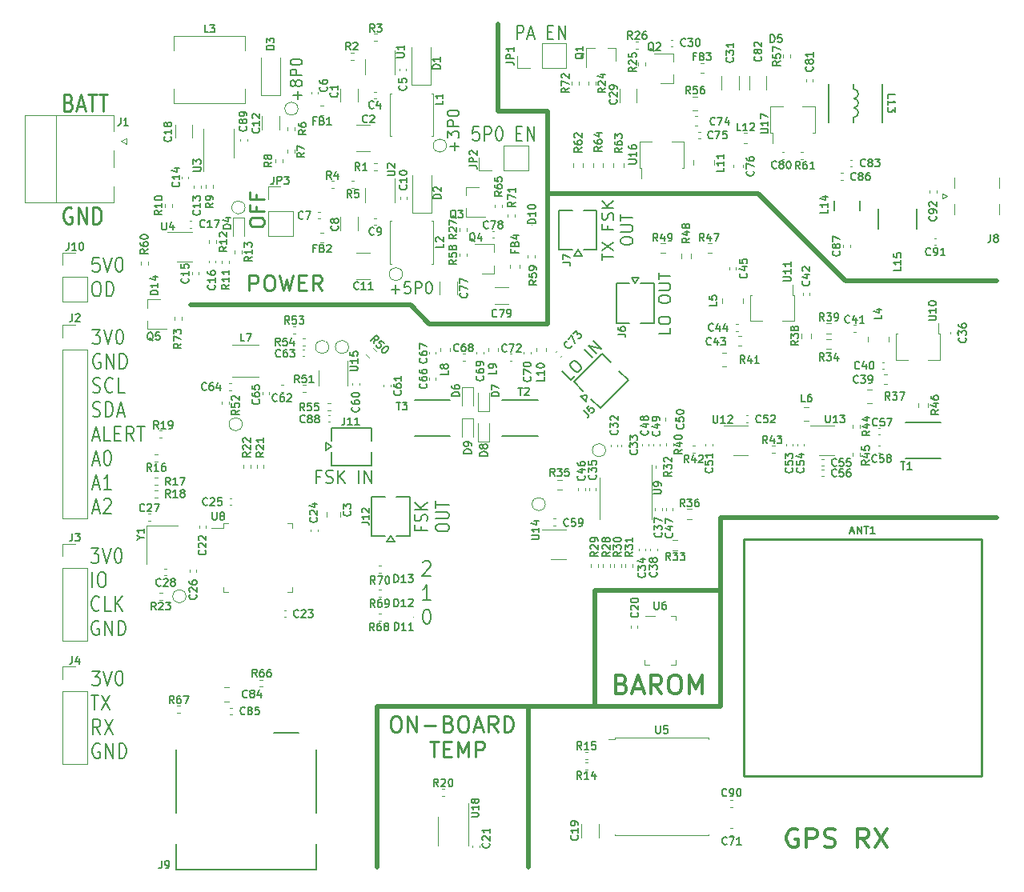
<source format=gto>
%TF.GenerationSoftware,KiCad,Pcbnew,7.0.1*%
%TF.CreationDate,2023-06-24T00:20:46-07:00*%
%TF.ProjectId,Weather_Balloon_Payload_HW,57656174-6865-4725-9f42-616c6c6f6f6e,rev?*%
%TF.SameCoordinates,PX68e7780PY8583b00*%
%TF.FileFunction,Legend,Top*%
%TF.FilePolarity,Positive*%
%FSLAX46Y46*%
G04 Gerber Fmt 4.6, Leading zero omitted, Abs format (unit mm)*
G04 Created by KiCad (PCBNEW 7.0.1) date 2023-06-24 00:20:46*
%MOMM*%
%LPD*%
G01*
G04 APERTURE LIST*
%ADD10C,0.500000*%
%ADD11C,0.180000*%
%ADD12C,0.250000*%
%ADD13C,0.200000*%
%ADD14C,0.300000*%
%ADD15C,0.127000*%
%ADD16C,0.150000*%
%ADD17C,0.120000*%
%ADD18C,0.100000*%
G04 APERTURE END LIST*
D10*
X34000000Y17500000D02*
X50000000Y17500000D01*
X92500000Y62500000D02*
X99500000Y62500000D01*
X70250000Y30250000D02*
X70250000Y17500000D01*
X34000000Y500000D02*
X34000000Y17500000D01*
X57000000Y29750000D02*
X70250000Y29750000D01*
X52000000Y71750000D02*
X52000000Y58000000D01*
X46750000Y89750000D02*
X46750000Y80500000D01*
X46750000Y80500000D02*
X52000000Y80500000D01*
X50000000Y17500000D02*
X57000000Y17500000D01*
X57000000Y17500000D02*
X57000000Y29750000D01*
X52000000Y58000000D02*
X39500000Y58000000D01*
X37500000Y60000000D02*
X14250000Y60000000D01*
X57000000Y17500000D02*
X70250000Y17500000D01*
X52000000Y80500000D02*
X52000000Y71750000D01*
X39500000Y58000000D02*
X37500000Y60000000D01*
X92500000Y62500000D02*
X83500000Y62500000D01*
X74250000Y71750000D02*
X52000000Y71750000D01*
X83500000Y62500000D02*
X74250000Y71750000D01*
X50000000Y17500000D02*
X50000000Y500000D01*
X70250000Y37500000D02*
X99500000Y37500000D01*
X70250000Y30250000D02*
X70250000Y37500000D01*
D11*
X38580333Y36508334D02*
X38580333Y36091668D01*
X39313666Y36091668D02*
X37913666Y36091668D01*
X37913666Y36091668D02*
X37913666Y36686906D01*
X39247000Y37103573D02*
X39313666Y37282144D01*
X39313666Y37282144D02*
X39313666Y37579763D01*
X39313666Y37579763D02*
X39247000Y37698811D01*
X39247000Y37698811D02*
X39180333Y37758335D01*
X39180333Y37758335D02*
X39047000Y37817858D01*
X39047000Y37817858D02*
X38913666Y37817858D01*
X38913666Y37817858D02*
X38780333Y37758335D01*
X38780333Y37758335D02*
X38713666Y37698811D01*
X38713666Y37698811D02*
X38647000Y37579763D01*
X38647000Y37579763D02*
X38580333Y37341668D01*
X38580333Y37341668D02*
X38513666Y37222620D01*
X38513666Y37222620D02*
X38447000Y37163097D01*
X38447000Y37163097D02*
X38313666Y37103573D01*
X38313666Y37103573D02*
X38180333Y37103573D01*
X38180333Y37103573D02*
X38047000Y37163097D01*
X38047000Y37163097D02*
X37980333Y37222620D01*
X37980333Y37222620D02*
X37913666Y37341668D01*
X37913666Y37341668D02*
X37913666Y37639287D01*
X37913666Y37639287D02*
X37980333Y37817858D01*
X39313666Y38353573D02*
X37913666Y38353573D01*
X39313666Y39067858D02*
X38513666Y38532144D01*
X37913666Y39067858D02*
X38713666Y38353573D01*
X40181666Y36300001D02*
X40181666Y36538096D01*
X40181666Y36538096D02*
X40248333Y36657144D01*
X40248333Y36657144D02*
X40381666Y36776191D01*
X40381666Y36776191D02*
X40648333Y36835715D01*
X40648333Y36835715D02*
X41115000Y36835715D01*
X41115000Y36835715D02*
X41381666Y36776191D01*
X41381666Y36776191D02*
X41515000Y36657144D01*
X41515000Y36657144D02*
X41581666Y36538096D01*
X41581666Y36538096D02*
X41581666Y36300001D01*
X41581666Y36300001D02*
X41515000Y36180953D01*
X41515000Y36180953D02*
X41381666Y36061906D01*
X41381666Y36061906D02*
X41115000Y36002382D01*
X41115000Y36002382D02*
X40648333Y36002382D01*
X40648333Y36002382D02*
X40381666Y36061906D01*
X40381666Y36061906D02*
X40248333Y36180953D01*
X40248333Y36180953D02*
X40181666Y36300001D01*
X40181666Y37371430D02*
X41315000Y37371430D01*
X41315000Y37371430D02*
X41448333Y37430953D01*
X41448333Y37430953D02*
X41515000Y37490477D01*
X41515000Y37490477D02*
X41581666Y37609525D01*
X41581666Y37609525D02*
X41581666Y37847620D01*
X41581666Y37847620D02*
X41515000Y37966668D01*
X41515000Y37966668D02*
X41448333Y38026191D01*
X41448333Y38026191D02*
X41315000Y38085715D01*
X41315000Y38085715D02*
X40181666Y38085715D01*
X40181666Y38502382D02*
X40181666Y39216668D01*
X41581666Y38859525D02*
X40181666Y38859525D01*
D12*
X35782143Y16473178D02*
X36096429Y16473178D01*
X36096429Y16473178D02*
X36253572Y16394607D01*
X36253572Y16394607D02*
X36410715Y16237464D01*
X36410715Y16237464D02*
X36489286Y15923178D01*
X36489286Y15923178D02*
X36489286Y15373178D01*
X36489286Y15373178D02*
X36410715Y15058892D01*
X36410715Y15058892D02*
X36253572Y14901749D01*
X36253572Y14901749D02*
X36096429Y14823178D01*
X36096429Y14823178D02*
X35782143Y14823178D01*
X35782143Y14823178D02*
X35625001Y14901749D01*
X35625001Y14901749D02*
X35467858Y15058892D01*
X35467858Y15058892D02*
X35389286Y15373178D01*
X35389286Y15373178D02*
X35389286Y15923178D01*
X35389286Y15923178D02*
X35467858Y16237464D01*
X35467858Y16237464D02*
X35625001Y16394607D01*
X35625001Y16394607D02*
X35782143Y16473178D01*
X37196429Y14823178D02*
X37196429Y16473178D01*
X37196429Y16473178D02*
X38139286Y14823178D01*
X38139286Y14823178D02*
X38139286Y16473178D01*
X38925000Y15451749D02*
X40182143Y15451749D01*
X41517857Y15687464D02*
X41753571Y15608892D01*
X41753571Y15608892D02*
X41832142Y15530321D01*
X41832142Y15530321D02*
X41910714Y15373178D01*
X41910714Y15373178D02*
X41910714Y15137464D01*
X41910714Y15137464D02*
X41832142Y14980321D01*
X41832142Y14980321D02*
X41753571Y14901749D01*
X41753571Y14901749D02*
X41596428Y14823178D01*
X41596428Y14823178D02*
X40967857Y14823178D01*
X40967857Y14823178D02*
X40967857Y16473178D01*
X40967857Y16473178D02*
X41517857Y16473178D01*
X41517857Y16473178D02*
X41675000Y16394607D01*
X41675000Y16394607D02*
X41753571Y16316035D01*
X41753571Y16316035D02*
X41832142Y16158892D01*
X41832142Y16158892D02*
X41832142Y16001749D01*
X41832142Y16001749D02*
X41753571Y15844607D01*
X41753571Y15844607D02*
X41675000Y15766035D01*
X41675000Y15766035D02*
X41517857Y15687464D01*
X41517857Y15687464D02*
X40967857Y15687464D01*
X42932142Y16473178D02*
X43246428Y16473178D01*
X43246428Y16473178D02*
X43403571Y16394607D01*
X43403571Y16394607D02*
X43560714Y16237464D01*
X43560714Y16237464D02*
X43639285Y15923178D01*
X43639285Y15923178D02*
X43639285Y15373178D01*
X43639285Y15373178D02*
X43560714Y15058892D01*
X43560714Y15058892D02*
X43403571Y14901749D01*
X43403571Y14901749D02*
X43246428Y14823178D01*
X43246428Y14823178D02*
X42932142Y14823178D01*
X42932142Y14823178D02*
X42775000Y14901749D01*
X42775000Y14901749D02*
X42617857Y15058892D01*
X42617857Y15058892D02*
X42539285Y15373178D01*
X42539285Y15373178D02*
X42539285Y15923178D01*
X42539285Y15923178D02*
X42617857Y16237464D01*
X42617857Y16237464D02*
X42775000Y16394607D01*
X42775000Y16394607D02*
X42932142Y16473178D01*
X44267856Y15294607D02*
X45053571Y15294607D01*
X44110713Y14823178D02*
X44660713Y16473178D01*
X44660713Y16473178D02*
X45210713Y14823178D01*
X46703571Y14823178D02*
X46153571Y15608892D01*
X45760714Y14823178D02*
X45760714Y16473178D01*
X45760714Y16473178D02*
X46389285Y16473178D01*
X46389285Y16473178D02*
X46546428Y16394607D01*
X46546428Y16394607D02*
X46624999Y16316035D01*
X46624999Y16316035D02*
X46703571Y16158892D01*
X46703571Y16158892D02*
X46703571Y15923178D01*
X46703571Y15923178D02*
X46624999Y15766035D01*
X46624999Y15766035D02*
X46546428Y15687464D01*
X46546428Y15687464D02*
X46389285Y15608892D01*
X46389285Y15608892D02*
X45760714Y15608892D01*
X47410714Y14823178D02*
X47410714Y16473178D01*
X47410714Y16473178D02*
X47803571Y16473178D01*
X47803571Y16473178D02*
X48039285Y16394607D01*
X48039285Y16394607D02*
X48196428Y16237464D01*
X48196428Y16237464D02*
X48274999Y16080321D01*
X48274999Y16080321D02*
X48353571Y15766035D01*
X48353571Y15766035D02*
X48353571Y15530321D01*
X48353571Y15530321D02*
X48274999Y15216035D01*
X48274999Y15216035D02*
X48196428Y15058892D01*
X48196428Y15058892D02*
X48039285Y14901749D01*
X48039285Y14901749D02*
X47803571Y14823178D01*
X47803571Y14823178D02*
X47410714Y14823178D01*
X39514285Y13800178D02*
X40457143Y13800178D01*
X39985714Y12150178D02*
X39985714Y13800178D01*
X41007143Y13014464D02*
X41557143Y13014464D01*
X41792857Y12150178D02*
X41007143Y12150178D01*
X41007143Y12150178D02*
X41007143Y13800178D01*
X41007143Y13800178D02*
X41792857Y13800178D01*
X42500000Y12150178D02*
X42500000Y13800178D01*
X42500000Y13800178D02*
X43050000Y12621607D01*
X43050000Y12621607D02*
X43600000Y13800178D01*
X43600000Y13800178D02*
X43600000Y12150178D01*
X44385714Y12150178D02*
X44385714Y13800178D01*
X44385714Y13800178D02*
X45014285Y13800178D01*
X45014285Y13800178D02*
X45171428Y13721607D01*
X45171428Y13721607D02*
X45249999Y13643035D01*
X45249999Y13643035D02*
X45328571Y13485892D01*
X45328571Y13485892D02*
X45328571Y13250178D01*
X45328571Y13250178D02*
X45249999Y13093035D01*
X45249999Y13093035D02*
X45171428Y13014464D01*
X45171428Y13014464D02*
X45014285Y12935892D01*
X45014285Y12935892D02*
X44385714Y12935892D01*
D13*
X3692857Y34258462D02*
X4528571Y34258462D01*
X4528571Y34258462D02*
X4078571Y33656558D01*
X4078571Y33656558D02*
X4271428Y33656558D01*
X4271428Y33656558D02*
X4400000Y33581320D01*
X4400000Y33581320D02*
X4464285Y33506081D01*
X4464285Y33506081D02*
X4528571Y33355605D01*
X4528571Y33355605D02*
X4528571Y32979415D01*
X4528571Y32979415D02*
X4464285Y32828939D01*
X4464285Y32828939D02*
X4400000Y32753700D01*
X4400000Y32753700D02*
X4271428Y32678462D01*
X4271428Y32678462D02*
X3885714Y32678462D01*
X3885714Y32678462D02*
X3757142Y32753700D01*
X3757142Y32753700D02*
X3692857Y32828939D01*
X4914285Y34258462D02*
X5364285Y32678462D01*
X5364285Y32678462D02*
X5814285Y34258462D01*
X6521428Y34258462D02*
X6649999Y34258462D01*
X6649999Y34258462D02*
X6778571Y34183224D01*
X6778571Y34183224D02*
X6842857Y34107986D01*
X6842857Y34107986D02*
X6907142Y33957510D01*
X6907142Y33957510D02*
X6971428Y33656558D01*
X6971428Y33656558D02*
X6971428Y33280367D01*
X6971428Y33280367D02*
X6907142Y32979415D01*
X6907142Y32979415D02*
X6842857Y32828939D01*
X6842857Y32828939D02*
X6778571Y32753700D01*
X6778571Y32753700D02*
X6649999Y32678462D01*
X6649999Y32678462D02*
X6521428Y32678462D01*
X6521428Y32678462D02*
X6392857Y32753700D01*
X6392857Y32753700D02*
X6328571Y32828939D01*
X6328571Y32828939D02*
X6264285Y32979415D01*
X6264285Y32979415D02*
X6199999Y33280367D01*
X6199999Y33280367D02*
X6199999Y33656558D01*
X6199999Y33656558D02*
X6264285Y33957510D01*
X6264285Y33957510D02*
X6328571Y34107986D01*
X6328571Y34107986D02*
X6392857Y34183224D01*
X6392857Y34183224D02*
X6521428Y34258462D01*
X3821428Y30118862D02*
X3821428Y31698862D01*
X4721428Y31698862D02*
X4978571Y31698862D01*
X4978571Y31698862D02*
X5107142Y31623624D01*
X5107142Y31623624D02*
X5235714Y31473148D01*
X5235714Y31473148D02*
X5299999Y31172196D01*
X5299999Y31172196D02*
X5299999Y30645529D01*
X5299999Y30645529D02*
X5235714Y30344577D01*
X5235714Y30344577D02*
X5107142Y30194100D01*
X5107142Y30194100D02*
X4978571Y30118862D01*
X4978571Y30118862D02*
X4721428Y30118862D01*
X4721428Y30118862D02*
X4592857Y30194100D01*
X4592857Y30194100D02*
X4464285Y30344577D01*
X4464285Y30344577D02*
X4399999Y30645529D01*
X4399999Y30645529D02*
X4399999Y31172196D01*
X4399999Y31172196D02*
X4464285Y31473148D01*
X4464285Y31473148D02*
X4592857Y31623624D01*
X4592857Y31623624D02*
X4721428Y31698862D01*
X4592857Y27709739D02*
X4528571Y27634500D01*
X4528571Y27634500D02*
X4335714Y27559262D01*
X4335714Y27559262D02*
X4207142Y27559262D01*
X4207142Y27559262D02*
X4014285Y27634500D01*
X4014285Y27634500D02*
X3885714Y27784977D01*
X3885714Y27784977D02*
X3821428Y27935453D01*
X3821428Y27935453D02*
X3757142Y28236405D01*
X3757142Y28236405D02*
X3757142Y28462120D01*
X3757142Y28462120D02*
X3821428Y28763072D01*
X3821428Y28763072D02*
X3885714Y28913548D01*
X3885714Y28913548D02*
X4014285Y29064024D01*
X4014285Y29064024D02*
X4207142Y29139262D01*
X4207142Y29139262D02*
X4335714Y29139262D01*
X4335714Y29139262D02*
X4528571Y29064024D01*
X4528571Y29064024D02*
X4592857Y28988786D01*
X5814285Y27559262D02*
X5171428Y27559262D01*
X5171428Y27559262D02*
X5171428Y29139262D01*
X6264285Y27559262D02*
X6264285Y29139262D01*
X7035714Y27559262D02*
X6457142Y28462120D01*
X7035714Y29139262D02*
X6264285Y28236405D01*
X4528571Y26504424D02*
X4400000Y26579662D01*
X4400000Y26579662D02*
X4207142Y26579662D01*
X4207142Y26579662D02*
X4014285Y26504424D01*
X4014285Y26504424D02*
X3885714Y26353948D01*
X3885714Y26353948D02*
X3821428Y26203472D01*
X3821428Y26203472D02*
X3757142Y25902520D01*
X3757142Y25902520D02*
X3757142Y25676805D01*
X3757142Y25676805D02*
X3821428Y25375853D01*
X3821428Y25375853D02*
X3885714Y25225377D01*
X3885714Y25225377D02*
X4014285Y25074900D01*
X4014285Y25074900D02*
X4207142Y24999662D01*
X4207142Y24999662D02*
X4335714Y24999662D01*
X4335714Y24999662D02*
X4528571Y25074900D01*
X4528571Y25074900D02*
X4592857Y25150139D01*
X4592857Y25150139D02*
X4592857Y25676805D01*
X4592857Y25676805D02*
X4335714Y25676805D01*
X5171428Y24999662D02*
X5171428Y26579662D01*
X5171428Y26579662D02*
X5942857Y24999662D01*
X5942857Y24999662D02*
X5942857Y26579662D01*
X6585714Y24999662D02*
X6585714Y26579662D01*
X6585714Y26579662D02*
X6907143Y26579662D01*
X6907143Y26579662D02*
X7100000Y26504424D01*
X7100000Y26504424D02*
X7228571Y26353948D01*
X7228571Y26353948D02*
X7292857Y26203472D01*
X7292857Y26203472D02*
X7357143Y25902520D01*
X7357143Y25902520D02*
X7357143Y25676805D01*
X7357143Y25676805D02*
X7292857Y25375853D01*
X7292857Y25375853D02*
X7228571Y25225377D01*
X7228571Y25225377D02*
X7100000Y25074900D01*
X7100000Y25074900D02*
X6907143Y24999662D01*
X6907143Y24999662D02*
X6585714Y24999662D01*
X4564285Y65028862D02*
X3921428Y65028862D01*
X3921428Y65028862D02*
X3857142Y64276481D01*
X3857142Y64276481D02*
X3921428Y64351720D01*
X3921428Y64351720D02*
X4050000Y64426958D01*
X4050000Y64426958D02*
X4371428Y64426958D01*
X4371428Y64426958D02*
X4500000Y64351720D01*
X4500000Y64351720D02*
X4564285Y64276481D01*
X4564285Y64276481D02*
X4628571Y64126005D01*
X4628571Y64126005D02*
X4628571Y63749815D01*
X4628571Y63749815D02*
X4564285Y63599339D01*
X4564285Y63599339D02*
X4500000Y63524100D01*
X4500000Y63524100D02*
X4371428Y63448862D01*
X4371428Y63448862D02*
X4050000Y63448862D01*
X4050000Y63448862D02*
X3921428Y63524100D01*
X3921428Y63524100D02*
X3857142Y63599339D01*
X5014285Y65028862D02*
X5464285Y63448862D01*
X5464285Y63448862D02*
X5914285Y65028862D01*
X6621428Y65028862D02*
X6749999Y65028862D01*
X6749999Y65028862D02*
X6878571Y64953624D01*
X6878571Y64953624D02*
X6942857Y64878386D01*
X6942857Y64878386D02*
X7007142Y64727910D01*
X7007142Y64727910D02*
X7071428Y64426958D01*
X7071428Y64426958D02*
X7071428Y64050767D01*
X7071428Y64050767D02*
X7007142Y63749815D01*
X7007142Y63749815D02*
X6942857Y63599339D01*
X6942857Y63599339D02*
X6878571Y63524100D01*
X6878571Y63524100D02*
X6749999Y63448862D01*
X6749999Y63448862D02*
X6621428Y63448862D01*
X6621428Y63448862D02*
X6492857Y63524100D01*
X6492857Y63524100D02*
X6428571Y63599339D01*
X6428571Y63599339D02*
X6364285Y63749815D01*
X6364285Y63749815D02*
X6299999Y64050767D01*
X6299999Y64050767D02*
X6299999Y64426958D01*
X6299999Y64426958D02*
X6364285Y64727910D01*
X6364285Y64727910D02*
X6428571Y64878386D01*
X6428571Y64878386D02*
X6492857Y64953624D01*
X6492857Y64953624D02*
X6621428Y65028862D01*
X4178571Y62469262D02*
X4435714Y62469262D01*
X4435714Y62469262D02*
X4564285Y62394024D01*
X4564285Y62394024D02*
X4692857Y62243548D01*
X4692857Y62243548D02*
X4757142Y61942596D01*
X4757142Y61942596D02*
X4757142Y61415929D01*
X4757142Y61415929D02*
X4692857Y61114977D01*
X4692857Y61114977D02*
X4564285Y60964500D01*
X4564285Y60964500D02*
X4435714Y60889262D01*
X4435714Y60889262D02*
X4178571Y60889262D01*
X4178571Y60889262D02*
X4050000Y60964500D01*
X4050000Y60964500D02*
X3921428Y61114977D01*
X3921428Y61114977D02*
X3857142Y61415929D01*
X3857142Y61415929D02*
X3857142Y61942596D01*
X3857142Y61942596D02*
X3921428Y62243548D01*
X3921428Y62243548D02*
X4050000Y62394024D01*
X4050000Y62394024D02*
X4178571Y62469262D01*
X5335714Y60889262D02*
X5335714Y62469262D01*
X5335714Y62469262D02*
X5657143Y62469262D01*
X5657143Y62469262D02*
X5850000Y62394024D01*
X5850000Y62394024D02*
X5978571Y62243548D01*
X5978571Y62243548D02*
X6042857Y62093072D01*
X6042857Y62093072D02*
X6107143Y61792120D01*
X6107143Y61792120D02*
X6107143Y61566405D01*
X6107143Y61566405D02*
X6042857Y61265453D01*
X6042857Y61265453D02*
X5978571Y61114977D01*
X5978571Y61114977D02*
X5850000Y60964500D01*
X5850000Y60964500D02*
X5657143Y60889262D01*
X5657143Y60889262D02*
X5335714Y60889262D01*
D11*
X27979761Y41835667D02*
X27563095Y41835667D01*
X27563095Y41102334D02*
X27563095Y42502334D01*
X27563095Y42502334D02*
X28158333Y42502334D01*
X28575000Y41169000D02*
X28753571Y41102334D01*
X28753571Y41102334D02*
X29051190Y41102334D01*
X29051190Y41102334D02*
X29170238Y41169000D01*
X29170238Y41169000D02*
X29229762Y41235667D01*
X29229762Y41235667D02*
X29289285Y41369000D01*
X29289285Y41369000D02*
X29289285Y41502334D01*
X29289285Y41502334D02*
X29229762Y41635667D01*
X29229762Y41635667D02*
X29170238Y41702334D01*
X29170238Y41702334D02*
X29051190Y41769000D01*
X29051190Y41769000D02*
X28813095Y41835667D01*
X28813095Y41835667D02*
X28694047Y41902334D01*
X28694047Y41902334D02*
X28634524Y41969000D01*
X28634524Y41969000D02*
X28575000Y42102334D01*
X28575000Y42102334D02*
X28575000Y42235667D01*
X28575000Y42235667D02*
X28634524Y42369000D01*
X28634524Y42369000D02*
X28694047Y42435667D01*
X28694047Y42435667D02*
X28813095Y42502334D01*
X28813095Y42502334D02*
X29110714Y42502334D01*
X29110714Y42502334D02*
X29289285Y42435667D01*
X29825000Y41102334D02*
X29825000Y42502334D01*
X30539285Y41102334D02*
X30003571Y41902334D01*
X30539285Y42502334D02*
X29825000Y41702334D01*
X32027381Y41102334D02*
X32027381Y42502334D01*
X32622619Y41102334D02*
X32622619Y42502334D01*
X32622619Y42502334D02*
X33336904Y41102334D01*
X33336904Y41102334D02*
X33336904Y42502334D01*
X64978273Y57570239D02*
X64978273Y56975001D01*
X64978273Y56975001D02*
X63728273Y56975001D01*
X63728273Y58225001D02*
X63728273Y58463096D01*
X63728273Y58463096D02*
X63787797Y58582144D01*
X63787797Y58582144D02*
X63906845Y58701191D01*
X63906845Y58701191D02*
X64144940Y58760715D01*
X64144940Y58760715D02*
X64561607Y58760715D01*
X64561607Y58760715D02*
X64799702Y58701191D01*
X64799702Y58701191D02*
X64918750Y58582144D01*
X64918750Y58582144D02*
X64978273Y58463096D01*
X64978273Y58463096D02*
X64978273Y58225001D01*
X64978273Y58225001D02*
X64918750Y58105953D01*
X64918750Y58105953D02*
X64799702Y57986906D01*
X64799702Y57986906D02*
X64561607Y57927382D01*
X64561607Y57927382D02*
X64144940Y57927382D01*
X64144940Y57927382D02*
X63906845Y57986906D01*
X63906845Y57986906D02*
X63787797Y58105953D01*
X63787797Y58105953D02*
X63728273Y58225001D01*
X63728273Y60486906D02*
X63728273Y60725001D01*
X63728273Y60725001D02*
X63787797Y60844049D01*
X63787797Y60844049D02*
X63906845Y60963096D01*
X63906845Y60963096D02*
X64144940Y61022620D01*
X64144940Y61022620D02*
X64561607Y61022620D01*
X64561607Y61022620D02*
X64799702Y60963096D01*
X64799702Y60963096D02*
X64918750Y60844049D01*
X64918750Y60844049D02*
X64978273Y60725001D01*
X64978273Y60725001D02*
X64978273Y60486906D01*
X64978273Y60486906D02*
X64918750Y60367858D01*
X64918750Y60367858D02*
X64799702Y60248811D01*
X64799702Y60248811D02*
X64561607Y60189287D01*
X64561607Y60189287D02*
X64144940Y60189287D01*
X64144940Y60189287D02*
X63906845Y60248811D01*
X63906845Y60248811D02*
X63787797Y60367858D01*
X63787797Y60367858D02*
X63728273Y60486906D01*
X63728273Y61558335D02*
X64740178Y61558335D01*
X64740178Y61558335D02*
X64859226Y61617858D01*
X64859226Y61617858D02*
X64918750Y61677382D01*
X64918750Y61677382D02*
X64978273Y61796430D01*
X64978273Y61796430D02*
X64978273Y62034525D01*
X64978273Y62034525D02*
X64918750Y62153573D01*
X64918750Y62153573D02*
X64859226Y62213096D01*
X64859226Y62213096D02*
X64740178Y62272620D01*
X64740178Y62272620D02*
X63728273Y62272620D01*
X63728273Y62689287D02*
X63728273Y63403573D01*
X64978273Y63046430D02*
X63728273Y63046430D01*
X57715773Y64715477D02*
X57715773Y65429763D01*
X58965773Y65072620D02*
X57715773Y65072620D01*
X57715773Y65727382D02*
X58965773Y66560715D01*
X57715773Y66560715D02*
X58965773Y65727382D01*
X58311011Y68405953D02*
X58311011Y67989287D01*
X58965773Y67989287D02*
X57715773Y67989287D01*
X57715773Y67989287D02*
X57715773Y68584525D01*
X58906250Y69001192D02*
X58965773Y69179763D01*
X58965773Y69179763D02*
X58965773Y69477382D01*
X58965773Y69477382D02*
X58906250Y69596430D01*
X58906250Y69596430D02*
X58846726Y69655954D01*
X58846726Y69655954D02*
X58727678Y69715477D01*
X58727678Y69715477D02*
X58608630Y69715477D01*
X58608630Y69715477D02*
X58489583Y69655954D01*
X58489583Y69655954D02*
X58430059Y69596430D01*
X58430059Y69596430D02*
X58370535Y69477382D01*
X58370535Y69477382D02*
X58311011Y69239287D01*
X58311011Y69239287D02*
X58251488Y69120239D01*
X58251488Y69120239D02*
X58191964Y69060716D01*
X58191964Y69060716D02*
X58072916Y69001192D01*
X58072916Y69001192D02*
X57953869Y69001192D01*
X57953869Y69001192D02*
X57834821Y69060716D01*
X57834821Y69060716D02*
X57775297Y69120239D01*
X57775297Y69120239D02*
X57715773Y69239287D01*
X57715773Y69239287D02*
X57715773Y69536906D01*
X57715773Y69536906D02*
X57775297Y69715477D01*
X58965773Y70251192D02*
X57715773Y70251192D01*
X58965773Y70965477D02*
X58251488Y70429763D01*
X57715773Y70965477D02*
X58430059Y70251192D01*
X59740773Y66650001D02*
X59740773Y66888096D01*
X59740773Y66888096D02*
X59800297Y67007144D01*
X59800297Y67007144D02*
X59919345Y67126191D01*
X59919345Y67126191D02*
X60157440Y67185715D01*
X60157440Y67185715D02*
X60574107Y67185715D01*
X60574107Y67185715D02*
X60812202Y67126191D01*
X60812202Y67126191D02*
X60931250Y67007144D01*
X60931250Y67007144D02*
X60990773Y66888096D01*
X60990773Y66888096D02*
X60990773Y66650001D01*
X60990773Y66650001D02*
X60931250Y66530953D01*
X60931250Y66530953D02*
X60812202Y66411906D01*
X60812202Y66411906D02*
X60574107Y66352382D01*
X60574107Y66352382D02*
X60157440Y66352382D01*
X60157440Y66352382D02*
X59919345Y66411906D01*
X59919345Y66411906D02*
X59800297Y66530953D01*
X59800297Y66530953D02*
X59740773Y66650001D01*
X59740773Y67721430D02*
X60752678Y67721430D01*
X60752678Y67721430D02*
X60871726Y67780953D01*
X60871726Y67780953D02*
X60931250Y67840477D01*
X60931250Y67840477D02*
X60990773Y67959525D01*
X60990773Y67959525D02*
X60990773Y68197620D01*
X60990773Y68197620D02*
X60931250Y68316668D01*
X60931250Y68316668D02*
X60871726Y68376191D01*
X60871726Y68376191D02*
X60752678Y68435715D01*
X60752678Y68435715D02*
X59740773Y68435715D01*
X59740773Y68852382D02*
X59740773Y69566668D01*
X60990773Y69209525D02*
X59740773Y69209525D01*
X35491666Y61647917D02*
X36367857Y61647917D01*
X35929761Y61171727D02*
X35929761Y62124108D01*
X37463095Y62421727D02*
X36915476Y62421727D01*
X36915476Y62421727D02*
X36860714Y61826489D01*
X36860714Y61826489D02*
X36915476Y61886012D01*
X36915476Y61886012D02*
X37025000Y61945536D01*
X37025000Y61945536D02*
X37298809Y61945536D01*
X37298809Y61945536D02*
X37408333Y61886012D01*
X37408333Y61886012D02*
X37463095Y61826489D01*
X37463095Y61826489D02*
X37517857Y61707441D01*
X37517857Y61707441D02*
X37517857Y61409822D01*
X37517857Y61409822D02*
X37463095Y61290774D01*
X37463095Y61290774D02*
X37408333Y61231250D01*
X37408333Y61231250D02*
X37298809Y61171727D01*
X37298809Y61171727D02*
X37025000Y61171727D01*
X37025000Y61171727D02*
X36915476Y61231250D01*
X36915476Y61231250D02*
X36860714Y61290774D01*
X38010714Y61171727D02*
X38010714Y62421727D01*
X38010714Y62421727D02*
X38448809Y62421727D01*
X38448809Y62421727D02*
X38558333Y62362203D01*
X38558333Y62362203D02*
X38613095Y62302679D01*
X38613095Y62302679D02*
X38667857Y62183631D01*
X38667857Y62183631D02*
X38667857Y62005060D01*
X38667857Y62005060D02*
X38613095Y61886012D01*
X38613095Y61886012D02*
X38558333Y61826489D01*
X38558333Y61826489D02*
X38448809Y61766965D01*
X38448809Y61766965D02*
X38010714Y61766965D01*
X39379762Y62421727D02*
X39489285Y62421727D01*
X39489285Y62421727D02*
X39598809Y62362203D01*
X39598809Y62362203D02*
X39653571Y62302679D01*
X39653571Y62302679D02*
X39708333Y62183631D01*
X39708333Y62183631D02*
X39763095Y61945536D01*
X39763095Y61945536D02*
X39763095Y61647917D01*
X39763095Y61647917D02*
X39708333Y61409822D01*
X39708333Y61409822D02*
X39653571Y61290774D01*
X39653571Y61290774D02*
X39598809Y61231250D01*
X39598809Y61231250D02*
X39489285Y61171727D01*
X39489285Y61171727D02*
X39379762Y61171727D01*
X39379762Y61171727D02*
X39270238Y61231250D01*
X39270238Y61231250D02*
X39215476Y61290774D01*
X39215476Y61290774D02*
X39160714Y61409822D01*
X39160714Y61409822D02*
X39105952Y61647917D01*
X39105952Y61647917D02*
X39105952Y61945536D01*
X39105952Y61945536D02*
X39160714Y62183631D01*
X39160714Y62183631D02*
X39215476Y62302679D01*
X39215476Y62302679D02*
X39270238Y62362203D01*
X39270238Y62362203D02*
X39379762Y62421727D01*
D13*
X48747619Y88083572D02*
X48747619Y89583572D01*
X48747619Y89583572D02*
X49223809Y89583572D01*
X49223809Y89583572D02*
X49342857Y89512143D01*
X49342857Y89512143D02*
X49402380Y89440715D01*
X49402380Y89440715D02*
X49461904Y89297858D01*
X49461904Y89297858D02*
X49461904Y89083572D01*
X49461904Y89083572D02*
X49402380Y88940715D01*
X49402380Y88940715D02*
X49342857Y88869286D01*
X49342857Y88869286D02*
X49223809Y88797858D01*
X49223809Y88797858D02*
X48747619Y88797858D01*
X49938095Y88512143D02*
X50533333Y88512143D01*
X49819047Y88083572D02*
X50235714Y89583572D01*
X50235714Y89583572D02*
X50652380Y88083572D01*
X52021429Y88869286D02*
X52438095Y88869286D01*
X52616667Y88083572D02*
X52021429Y88083572D01*
X52021429Y88083572D02*
X52021429Y89583572D01*
X52021429Y89583572D02*
X52616667Y89583572D01*
X53152381Y88083572D02*
X53152381Y89583572D01*
X53152381Y89583572D02*
X53866666Y88083572D01*
X53866666Y88083572D02*
X53866666Y89583572D01*
D12*
X1357142Y81430833D02*
X1571428Y81347499D01*
X1571428Y81347499D02*
X1642857Y81264166D01*
X1642857Y81264166D02*
X1714285Y81097499D01*
X1714285Y81097499D02*
X1714285Y80847499D01*
X1714285Y80847499D02*
X1642857Y80680833D01*
X1642857Y80680833D02*
X1571428Y80597499D01*
X1571428Y80597499D02*
X1428571Y80514166D01*
X1428571Y80514166D02*
X857142Y80514166D01*
X857142Y80514166D02*
X857142Y82264166D01*
X857142Y82264166D02*
X1357142Y82264166D01*
X1357142Y82264166D02*
X1500000Y82180833D01*
X1500000Y82180833D02*
X1571428Y82097499D01*
X1571428Y82097499D02*
X1642857Y81930833D01*
X1642857Y81930833D02*
X1642857Y81764166D01*
X1642857Y81764166D02*
X1571428Y81597499D01*
X1571428Y81597499D02*
X1500000Y81514166D01*
X1500000Y81514166D02*
X1357142Y81430833D01*
X1357142Y81430833D02*
X857142Y81430833D01*
X2285714Y81014166D02*
X3000000Y81014166D01*
X2142857Y80514166D02*
X2642857Y82264166D01*
X2642857Y82264166D02*
X3142857Y80514166D01*
X3428571Y82264166D02*
X4285714Y82264166D01*
X3857142Y80514166D02*
X3857142Y82264166D01*
X4571428Y82264166D02*
X5428571Y82264166D01*
X4999999Y80514166D02*
X4999999Y82264166D01*
D11*
X42152083Y76341667D02*
X42152083Y77217857D01*
X42628273Y76779762D02*
X41675892Y76779762D01*
X41378273Y77655953D02*
X41378273Y78367858D01*
X41378273Y78367858D02*
X41854464Y77984525D01*
X41854464Y77984525D02*
X41854464Y78148810D01*
X41854464Y78148810D02*
X41913988Y78258334D01*
X41913988Y78258334D02*
X41973511Y78313096D01*
X41973511Y78313096D02*
X42092559Y78367858D01*
X42092559Y78367858D02*
X42390178Y78367858D01*
X42390178Y78367858D02*
X42509226Y78313096D01*
X42509226Y78313096D02*
X42568750Y78258334D01*
X42568750Y78258334D02*
X42628273Y78148810D01*
X42628273Y78148810D02*
X42628273Y77820239D01*
X42628273Y77820239D02*
X42568750Y77710715D01*
X42568750Y77710715D02*
X42509226Y77655953D01*
X42628273Y78860715D02*
X41378273Y78860715D01*
X41378273Y78860715D02*
X41378273Y79298810D01*
X41378273Y79298810D02*
X41437797Y79408334D01*
X41437797Y79408334D02*
X41497321Y79463096D01*
X41497321Y79463096D02*
X41616369Y79517858D01*
X41616369Y79517858D02*
X41794940Y79517858D01*
X41794940Y79517858D02*
X41913988Y79463096D01*
X41913988Y79463096D02*
X41973511Y79408334D01*
X41973511Y79408334D02*
X42033035Y79298810D01*
X42033035Y79298810D02*
X42033035Y78860715D01*
X41378273Y80229763D02*
X41378273Y80339286D01*
X41378273Y80339286D02*
X41437797Y80448810D01*
X41437797Y80448810D02*
X41497321Y80503572D01*
X41497321Y80503572D02*
X41616369Y80558334D01*
X41616369Y80558334D02*
X41854464Y80613096D01*
X41854464Y80613096D02*
X42152083Y80613096D01*
X42152083Y80613096D02*
X42390178Y80558334D01*
X42390178Y80558334D02*
X42509226Y80503572D01*
X42509226Y80503572D02*
X42568750Y80448810D01*
X42568750Y80448810D02*
X42628273Y80339286D01*
X42628273Y80339286D02*
X42628273Y80229763D01*
X42628273Y80229763D02*
X42568750Y80120239D01*
X42568750Y80120239D02*
X42509226Y80065477D01*
X42509226Y80065477D02*
X42390178Y80010715D01*
X42390178Y80010715D02*
X42152083Y79955953D01*
X42152083Y79955953D02*
X41854464Y79955953D01*
X41854464Y79955953D02*
X41616369Y80010715D01*
X41616369Y80010715D02*
X41497321Y80065477D01*
X41497321Y80065477D02*
X41437797Y80120239D01*
X41437797Y80120239D02*
X41378273Y80229763D01*
D12*
X20439286Y61486678D02*
X20439286Y63136678D01*
X20439286Y63136678D02*
X21067857Y63136678D01*
X21067857Y63136678D02*
X21225000Y63058107D01*
X21225000Y63058107D02*
X21303571Y62979535D01*
X21303571Y62979535D02*
X21382143Y62822392D01*
X21382143Y62822392D02*
X21382143Y62586678D01*
X21382143Y62586678D02*
X21303571Y62429535D01*
X21303571Y62429535D02*
X21225000Y62350964D01*
X21225000Y62350964D02*
X21067857Y62272392D01*
X21067857Y62272392D02*
X20439286Y62272392D01*
X22403571Y63136678D02*
X22717857Y63136678D01*
X22717857Y63136678D02*
X22875000Y63058107D01*
X22875000Y63058107D02*
X23032143Y62900964D01*
X23032143Y62900964D02*
X23110714Y62586678D01*
X23110714Y62586678D02*
X23110714Y62036678D01*
X23110714Y62036678D02*
X23032143Y61722392D01*
X23032143Y61722392D02*
X22875000Y61565249D01*
X22875000Y61565249D02*
X22717857Y61486678D01*
X22717857Y61486678D02*
X22403571Y61486678D01*
X22403571Y61486678D02*
X22246429Y61565249D01*
X22246429Y61565249D02*
X22089286Y61722392D01*
X22089286Y61722392D02*
X22010714Y62036678D01*
X22010714Y62036678D02*
X22010714Y62586678D01*
X22010714Y62586678D02*
X22089286Y62900964D01*
X22089286Y62900964D02*
X22246429Y63058107D01*
X22246429Y63058107D02*
X22403571Y63136678D01*
X23660714Y63136678D02*
X24053571Y61486678D01*
X24053571Y61486678D02*
X24367857Y62665249D01*
X24367857Y62665249D02*
X24682142Y61486678D01*
X24682142Y61486678D02*
X25075000Y63136678D01*
X25703571Y62350964D02*
X26253571Y62350964D01*
X26489285Y61486678D02*
X25703571Y61486678D01*
X25703571Y61486678D02*
X25703571Y63136678D01*
X25703571Y63136678D02*
X26489285Y63136678D01*
X28139285Y61486678D02*
X27589285Y62272392D01*
X27196428Y61486678D02*
X27196428Y63136678D01*
X27196428Y63136678D02*
X27824999Y63136678D01*
X27824999Y63136678D02*
X27982142Y63058107D01*
X27982142Y63058107D02*
X28060713Y62979535D01*
X28060713Y62979535D02*
X28139285Y62822392D01*
X28139285Y62822392D02*
X28139285Y62586678D01*
X28139285Y62586678D02*
X28060713Y62429535D01*
X28060713Y62429535D02*
X27982142Y62350964D01*
X27982142Y62350964D02*
X27824999Y62272392D01*
X27824999Y62272392D02*
X27196428Y62272392D01*
D14*
X78407142Y4479524D02*
X78216666Y4574762D01*
X78216666Y4574762D02*
X77930952Y4574762D01*
X77930952Y4574762D02*
X77645237Y4479524D01*
X77645237Y4479524D02*
X77454761Y4289048D01*
X77454761Y4289048D02*
X77359523Y4098572D01*
X77359523Y4098572D02*
X77264285Y3717620D01*
X77264285Y3717620D02*
X77264285Y3431905D01*
X77264285Y3431905D02*
X77359523Y3050953D01*
X77359523Y3050953D02*
X77454761Y2860477D01*
X77454761Y2860477D02*
X77645237Y2670000D01*
X77645237Y2670000D02*
X77930952Y2574762D01*
X77930952Y2574762D02*
X78121428Y2574762D01*
X78121428Y2574762D02*
X78407142Y2670000D01*
X78407142Y2670000D02*
X78502380Y2765239D01*
X78502380Y2765239D02*
X78502380Y3431905D01*
X78502380Y3431905D02*
X78121428Y3431905D01*
X79359523Y2574762D02*
X79359523Y4574762D01*
X79359523Y4574762D02*
X80121428Y4574762D01*
X80121428Y4574762D02*
X80311904Y4479524D01*
X80311904Y4479524D02*
X80407142Y4384286D01*
X80407142Y4384286D02*
X80502380Y4193810D01*
X80502380Y4193810D02*
X80502380Y3908096D01*
X80502380Y3908096D02*
X80407142Y3717620D01*
X80407142Y3717620D02*
X80311904Y3622381D01*
X80311904Y3622381D02*
X80121428Y3527143D01*
X80121428Y3527143D02*
X79359523Y3527143D01*
X81264285Y2670000D02*
X81549999Y2574762D01*
X81549999Y2574762D02*
X82026190Y2574762D01*
X82026190Y2574762D02*
X82216666Y2670000D01*
X82216666Y2670000D02*
X82311904Y2765239D01*
X82311904Y2765239D02*
X82407142Y2955715D01*
X82407142Y2955715D02*
X82407142Y3146191D01*
X82407142Y3146191D02*
X82311904Y3336667D01*
X82311904Y3336667D02*
X82216666Y3431905D01*
X82216666Y3431905D02*
X82026190Y3527143D01*
X82026190Y3527143D02*
X81645237Y3622381D01*
X81645237Y3622381D02*
X81454761Y3717620D01*
X81454761Y3717620D02*
X81359523Y3812858D01*
X81359523Y3812858D02*
X81264285Y4003334D01*
X81264285Y4003334D02*
X81264285Y4193810D01*
X81264285Y4193810D02*
X81359523Y4384286D01*
X81359523Y4384286D02*
X81454761Y4479524D01*
X81454761Y4479524D02*
X81645237Y4574762D01*
X81645237Y4574762D02*
X82121428Y4574762D01*
X82121428Y4574762D02*
X82407142Y4479524D01*
X85930952Y2574762D02*
X85264285Y3527143D01*
X84788095Y2574762D02*
X84788095Y4574762D01*
X84788095Y4574762D02*
X85550000Y4574762D01*
X85550000Y4574762D02*
X85740476Y4479524D01*
X85740476Y4479524D02*
X85835714Y4384286D01*
X85835714Y4384286D02*
X85930952Y4193810D01*
X85930952Y4193810D02*
X85930952Y3908096D01*
X85930952Y3908096D02*
X85835714Y3717620D01*
X85835714Y3717620D02*
X85740476Y3622381D01*
X85740476Y3622381D02*
X85550000Y3527143D01*
X85550000Y3527143D02*
X84788095Y3527143D01*
X86597619Y4574762D02*
X87930952Y2574762D01*
X87930952Y4574762D02*
X86597619Y2574762D01*
D13*
X44730953Y78856072D02*
X44135715Y78856072D01*
X44135715Y78856072D02*
X44076191Y78141786D01*
X44076191Y78141786D02*
X44135715Y78213215D01*
X44135715Y78213215D02*
X44254762Y78284643D01*
X44254762Y78284643D02*
X44552381Y78284643D01*
X44552381Y78284643D02*
X44671429Y78213215D01*
X44671429Y78213215D02*
X44730953Y78141786D01*
X44730953Y78141786D02*
X44790476Y77998929D01*
X44790476Y77998929D02*
X44790476Y77641786D01*
X44790476Y77641786D02*
X44730953Y77498929D01*
X44730953Y77498929D02*
X44671429Y77427500D01*
X44671429Y77427500D02*
X44552381Y77356072D01*
X44552381Y77356072D02*
X44254762Y77356072D01*
X44254762Y77356072D02*
X44135715Y77427500D01*
X44135715Y77427500D02*
X44076191Y77498929D01*
X45326191Y77356072D02*
X45326191Y78856072D01*
X45326191Y78856072D02*
X45802381Y78856072D01*
X45802381Y78856072D02*
X45921429Y78784643D01*
X45921429Y78784643D02*
X45980952Y78713215D01*
X45980952Y78713215D02*
X46040476Y78570358D01*
X46040476Y78570358D02*
X46040476Y78356072D01*
X46040476Y78356072D02*
X45980952Y78213215D01*
X45980952Y78213215D02*
X45921429Y78141786D01*
X45921429Y78141786D02*
X45802381Y78070358D01*
X45802381Y78070358D02*
X45326191Y78070358D01*
X46814286Y78856072D02*
X46933333Y78856072D01*
X46933333Y78856072D02*
X47052381Y78784643D01*
X47052381Y78784643D02*
X47111905Y78713215D01*
X47111905Y78713215D02*
X47171429Y78570358D01*
X47171429Y78570358D02*
X47230952Y78284643D01*
X47230952Y78284643D02*
X47230952Y77927500D01*
X47230952Y77927500D02*
X47171429Y77641786D01*
X47171429Y77641786D02*
X47111905Y77498929D01*
X47111905Y77498929D02*
X47052381Y77427500D01*
X47052381Y77427500D02*
X46933333Y77356072D01*
X46933333Y77356072D02*
X46814286Y77356072D01*
X46814286Y77356072D02*
X46695238Y77427500D01*
X46695238Y77427500D02*
X46635714Y77498929D01*
X46635714Y77498929D02*
X46576191Y77641786D01*
X46576191Y77641786D02*
X46516667Y77927500D01*
X46516667Y77927500D02*
X46516667Y78284643D01*
X46516667Y78284643D02*
X46576191Y78570358D01*
X46576191Y78570358D02*
X46635714Y78713215D01*
X46635714Y78713215D02*
X46695238Y78784643D01*
X46695238Y78784643D02*
X46814286Y78856072D01*
X48719048Y78141786D02*
X49135714Y78141786D01*
X49314286Y77356072D02*
X48719048Y77356072D01*
X48719048Y77356072D02*
X48719048Y78856072D01*
X48719048Y78856072D02*
X49314286Y78856072D01*
X49850000Y77356072D02*
X49850000Y78856072D01*
X49850000Y78856072D02*
X50564285Y77356072D01*
X50564285Y77356072D02*
X50564285Y78856072D01*
X3792857Y21258462D02*
X4628571Y21258462D01*
X4628571Y21258462D02*
X4178571Y20656558D01*
X4178571Y20656558D02*
X4371428Y20656558D01*
X4371428Y20656558D02*
X4500000Y20581320D01*
X4500000Y20581320D02*
X4564285Y20506081D01*
X4564285Y20506081D02*
X4628571Y20355605D01*
X4628571Y20355605D02*
X4628571Y19979415D01*
X4628571Y19979415D02*
X4564285Y19828939D01*
X4564285Y19828939D02*
X4500000Y19753700D01*
X4500000Y19753700D02*
X4371428Y19678462D01*
X4371428Y19678462D02*
X3985714Y19678462D01*
X3985714Y19678462D02*
X3857142Y19753700D01*
X3857142Y19753700D02*
X3792857Y19828939D01*
X5014285Y21258462D02*
X5464285Y19678462D01*
X5464285Y19678462D02*
X5914285Y21258462D01*
X6621428Y21258462D02*
X6749999Y21258462D01*
X6749999Y21258462D02*
X6878571Y21183224D01*
X6878571Y21183224D02*
X6942857Y21107986D01*
X6942857Y21107986D02*
X7007142Y20957510D01*
X7007142Y20957510D02*
X7071428Y20656558D01*
X7071428Y20656558D02*
X7071428Y20280367D01*
X7071428Y20280367D02*
X7007142Y19979415D01*
X7007142Y19979415D02*
X6942857Y19828939D01*
X6942857Y19828939D02*
X6878571Y19753700D01*
X6878571Y19753700D02*
X6749999Y19678462D01*
X6749999Y19678462D02*
X6621428Y19678462D01*
X6621428Y19678462D02*
X6492857Y19753700D01*
X6492857Y19753700D02*
X6428571Y19828939D01*
X6428571Y19828939D02*
X6364285Y19979415D01*
X6364285Y19979415D02*
X6299999Y20280367D01*
X6299999Y20280367D02*
X6299999Y20656558D01*
X6299999Y20656558D02*
X6364285Y20957510D01*
X6364285Y20957510D02*
X6428571Y21107986D01*
X6428571Y21107986D02*
X6492857Y21183224D01*
X6492857Y21183224D02*
X6621428Y21258462D01*
X3728571Y18698862D02*
X4500000Y18698862D01*
X4114285Y17118862D02*
X4114285Y18698862D01*
X4821428Y18698862D02*
X5721428Y17118862D01*
X5721428Y18698862D02*
X4821428Y17118862D01*
X4692857Y14559262D02*
X4242857Y15311643D01*
X3921428Y14559262D02*
X3921428Y16139262D01*
X3921428Y16139262D02*
X4435714Y16139262D01*
X4435714Y16139262D02*
X4564285Y16064024D01*
X4564285Y16064024D02*
X4628571Y15988786D01*
X4628571Y15988786D02*
X4692857Y15838310D01*
X4692857Y15838310D02*
X4692857Y15612596D01*
X4692857Y15612596D02*
X4628571Y15462120D01*
X4628571Y15462120D02*
X4564285Y15386881D01*
X4564285Y15386881D02*
X4435714Y15311643D01*
X4435714Y15311643D02*
X3921428Y15311643D01*
X5142857Y16139262D02*
X6042857Y14559262D01*
X6042857Y16139262D02*
X5142857Y14559262D01*
X4628571Y13504424D02*
X4500000Y13579662D01*
X4500000Y13579662D02*
X4307142Y13579662D01*
X4307142Y13579662D02*
X4114285Y13504424D01*
X4114285Y13504424D02*
X3985714Y13353948D01*
X3985714Y13353948D02*
X3921428Y13203472D01*
X3921428Y13203472D02*
X3857142Y12902520D01*
X3857142Y12902520D02*
X3857142Y12676805D01*
X3857142Y12676805D02*
X3921428Y12375853D01*
X3921428Y12375853D02*
X3985714Y12225377D01*
X3985714Y12225377D02*
X4114285Y12074900D01*
X4114285Y12074900D02*
X4307142Y11999662D01*
X4307142Y11999662D02*
X4435714Y11999662D01*
X4435714Y11999662D02*
X4628571Y12074900D01*
X4628571Y12074900D02*
X4692857Y12150139D01*
X4692857Y12150139D02*
X4692857Y12676805D01*
X4692857Y12676805D02*
X4435714Y12676805D01*
X5271428Y11999662D02*
X5271428Y13579662D01*
X5271428Y13579662D02*
X6042857Y11999662D01*
X6042857Y11999662D02*
X6042857Y13579662D01*
X6685714Y11999662D02*
X6685714Y13579662D01*
X6685714Y13579662D02*
X7007143Y13579662D01*
X7007143Y13579662D02*
X7200000Y13504424D01*
X7200000Y13504424D02*
X7328571Y13353948D01*
X7328571Y13353948D02*
X7392857Y13203472D01*
X7392857Y13203472D02*
X7457143Y12902520D01*
X7457143Y12902520D02*
X7457143Y12676805D01*
X7457143Y12676805D02*
X7392857Y12375853D01*
X7392857Y12375853D02*
X7328571Y12225377D01*
X7328571Y12225377D02*
X7200000Y12074900D01*
X7200000Y12074900D02*
X7007143Y11999662D01*
X7007143Y11999662D02*
X6685714Y11999662D01*
X3842857Y57397662D02*
X4678571Y57397662D01*
X4678571Y57397662D02*
X4228571Y56795758D01*
X4228571Y56795758D02*
X4421428Y56795758D01*
X4421428Y56795758D02*
X4550000Y56720520D01*
X4550000Y56720520D02*
X4614285Y56645281D01*
X4614285Y56645281D02*
X4678571Y56494805D01*
X4678571Y56494805D02*
X4678571Y56118615D01*
X4678571Y56118615D02*
X4614285Y55968139D01*
X4614285Y55968139D02*
X4550000Y55892900D01*
X4550000Y55892900D02*
X4421428Y55817662D01*
X4421428Y55817662D02*
X4035714Y55817662D01*
X4035714Y55817662D02*
X3907142Y55892900D01*
X3907142Y55892900D02*
X3842857Y55968139D01*
X5064285Y57397662D02*
X5514285Y55817662D01*
X5514285Y55817662D02*
X5964285Y57397662D01*
X6671428Y57397662D02*
X6799999Y57397662D01*
X6799999Y57397662D02*
X6928571Y57322424D01*
X6928571Y57322424D02*
X6992857Y57247186D01*
X6992857Y57247186D02*
X7057142Y57096710D01*
X7057142Y57096710D02*
X7121428Y56795758D01*
X7121428Y56795758D02*
X7121428Y56419567D01*
X7121428Y56419567D02*
X7057142Y56118615D01*
X7057142Y56118615D02*
X6992857Y55968139D01*
X6992857Y55968139D02*
X6928571Y55892900D01*
X6928571Y55892900D02*
X6799999Y55817662D01*
X6799999Y55817662D02*
X6671428Y55817662D01*
X6671428Y55817662D02*
X6542857Y55892900D01*
X6542857Y55892900D02*
X6478571Y55968139D01*
X6478571Y55968139D02*
X6414285Y56118615D01*
X6414285Y56118615D02*
X6349999Y56419567D01*
X6349999Y56419567D02*
X6349999Y56795758D01*
X6349999Y56795758D02*
X6414285Y57096710D01*
X6414285Y57096710D02*
X6478571Y57247186D01*
X6478571Y57247186D02*
X6542857Y57322424D01*
X6542857Y57322424D02*
X6671428Y57397662D01*
X4678571Y54762824D02*
X4550000Y54838062D01*
X4550000Y54838062D02*
X4357142Y54838062D01*
X4357142Y54838062D02*
X4164285Y54762824D01*
X4164285Y54762824D02*
X4035714Y54612348D01*
X4035714Y54612348D02*
X3971428Y54461872D01*
X3971428Y54461872D02*
X3907142Y54160920D01*
X3907142Y54160920D02*
X3907142Y53935205D01*
X3907142Y53935205D02*
X3971428Y53634253D01*
X3971428Y53634253D02*
X4035714Y53483777D01*
X4035714Y53483777D02*
X4164285Y53333300D01*
X4164285Y53333300D02*
X4357142Y53258062D01*
X4357142Y53258062D02*
X4485714Y53258062D01*
X4485714Y53258062D02*
X4678571Y53333300D01*
X4678571Y53333300D02*
X4742857Y53408539D01*
X4742857Y53408539D02*
X4742857Y53935205D01*
X4742857Y53935205D02*
X4485714Y53935205D01*
X5321428Y53258062D02*
X5321428Y54838062D01*
X5321428Y54838062D02*
X6092857Y53258062D01*
X6092857Y53258062D02*
X6092857Y54838062D01*
X6735714Y53258062D02*
X6735714Y54838062D01*
X6735714Y54838062D02*
X7057143Y54838062D01*
X7057143Y54838062D02*
X7250000Y54762824D01*
X7250000Y54762824D02*
X7378571Y54612348D01*
X7378571Y54612348D02*
X7442857Y54461872D01*
X7442857Y54461872D02*
X7507143Y54160920D01*
X7507143Y54160920D02*
X7507143Y53935205D01*
X7507143Y53935205D02*
X7442857Y53634253D01*
X7442857Y53634253D02*
X7378571Y53483777D01*
X7378571Y53483777D02*
X7250000Y53333300D01*
X7250000Y53333300D02*
X7057143Y53258062D01*
X7057143Y53258062D02*
X6735714Y53258062D01*
X3907142Y50773700D02*
X4100000Y50698462D01*
X4100000Y50698462D02*
X4421428Y50698462D01*
X4421428Y50698462D02*
X4550000Y50773700D01*
X4550000Y50773700D02*
X4614285Y50848939D01*
X4614285Y50848939D02*
X4678571Y50999415D01*
X4678571Y50999415D02*
X4678571Y51149891D01*
X4678571Y51149891D02*
X4614285Y51300367D01*
X4614285Y51300367D02*
X4550000Y51375605D01*
X4550000Y51375605D02*
X4421428Y51450843D01*
X4421428Y51450843D02*
X4164285Y51526081D01*
X4164285Y51526081D02*
X4035714Y51601320D01*
X4035714Y51601320D02*
X3971428Y51676558D01*
X3971428Y51676558D02*
X3907142Y51827034D01*
X3907142Y51827034D02*
X3907142Y51977510D01*
X3907142Y51977510D02*
X3971428Y52127986D01*
X3971428Y52127986D02*
X4035714Y52203224D01*
X4035714Y52203224D02*
X4164285Y52278462D01*
X4164285Y52278462D02*
X4485714Y52278462D01*
X4485714Y52278462D02*
X4678571Y52203224D01*
X6028571Y50848939D02*
X5964285Y50773700D01*
X5964285Y50773700D02*
X5771428Y50698462D01*
X5771428Y50698462D02*
X5642856Y50698462D01*
X5642856Y50698462D02*
X5449999Y50773700D01*
X5449999Y50773700D02*
X5321428Y50924177D01*
X5321428Y50924177D02*
X5257142Y51074653D01*
X5257142Y51074653D02*
X5192856Y51375605D01*
X5192856Y51375605D02*
X5192856Y51601320D01*
X5192856Y51601320D02*
X5257142Y51902272D01*
X5257142Y51902272D02*
X5321428Y52052748D01*
X5321428Y52052748D02*
X5449999Y52203224D01*
X5449999Y52203224D02*
X5642856Y52278462D01*
X5642856Y52278462D02*
X5771428Y52278462D01*
X5771428Y52278462D02*
X5964285Y52203224D01*
X5964285Y52203224D02*
X6028571Y52127986D01*
X7249999Y50698462D02*
X6607142Y50698462D01*
X6607142Y50698462D02*
X6607142Y52278462D01*
X3907142Y48214100D02*
X4100000Y48138862D01*
X4100000Y48138862D02*
X4421428Y48138862D01*
X4421428Y48138862D02*
X4550000Y48214100D01*
X4550000Y48214100D02*
X4614285Y48289339D01*
X4614285Y48289339D02*
X4678571Y48439815D01*
X4678571Y48439815D02*
X4678571Y48590291D01*
X4678571Y48590291D02*
X4614285Y48740767D01*
X4614285Y48740767D02*
X4550000Y48816005D01*
X4550000Y48816005D02*
X4421428Y48891243D01*
X4421428Y48891243D02*
X4164285Y48966481D01*
X4164285Y48966481D02*
X4035714Y49041720D01*
X4035714Y49041720D02*
X3971428Y49116958D01*
X3971428Y49116958D02*
X3907142Y49267434D01*
X3907142Y49267434D02*
X3907142Y49417910D01*
X3907142Y49417910D02*
X3971428Y49568386D01*
X3971428Y49568386D02*
X4035714Y49643624D01*
X4035714Y49643624D02*
X4164285Y49718862D01*
X4164285Y49718862D02*
X4485714Y49718862D01*
X4485714Y49718862D02*
X4678571Y49643624D01*
X5257142Y48138862D02*
X5257142Y49718862D01*
X5257142Y49718862D02*
X5578571Y49718862D01*
X5578571Y49718862D02*
X5771428Y49643624D01*
X5771428Y49643624D02*
X5899999Y49493148D01*
X5899999Y49493148D02*
X5964285Y49342672D01*
X5964285Y49342672D02*
X6028571Y49041720D01*
X6028571Y49041720D02*
X6028571Y48816005D01*
X6028571Y48816005D02*
X5964285Y48515053D01*
X5964285Y48515053D02*
X5899999Y48364577D01*
X5899999Y48364577D02*
X5771428Y48214100D01*
X5771428Y48214100D02*
X5578571Y48138862D01*
X5578571Y48138862D02*
X5257142Y48138862D01*
X6542856Y48590291D02*
X7185714Y48590291D01*
X6414285Y48138862D02*
X6864285Y49718862D01*
X6864285Y49718862D02*
X7314285Y48138862D01*
X3907142Y46030691D02*
X4550000Y46030691D01*
X3778571Y45579262D02*
X4228571Y47159262D01*
X4228571Y47159262D02*
X4678571Y45579262D01*
X5771428Y45579262D02*
X5128571Y45579262D01*
X5128571Y45579262D02*
X5128571Y47159262D01*
X6221428Y46406881D02*
X6671428Y46406881D01*
X6864285Y45579262D02*
X6221428Y45579262D01*
X6221428Y45579262D02*
X6221428Y47159262D01*
X6221428Y47159262D02*
X6864285Y47159262D01*
X8214286Y45579262D02*
X7764286Y46331643D01*
X7442857Y45579262D02*
X7442857Y47159262D01*
X7442857Y47159262D02*
X7957143Y47159262D01*
X7957143Y47159262D02*
X8085714Y47084024D01*
X8085714Y47084024D02*
X8150000Y47008786D01*
X8150000Y47008786D02*
X8214286Y46858310D01*
X8214286Y46858310D02*
X8214286Y46632596D01*
X8214286Y46632596D02*
X8150000Y46482120D01*
X8150000Y46482120D02*
X8085714Y46406881D01*
X8085714Y46406881D02*
X7957143Y46331643D01*
X7957143Y46331643D02*
X7442857Y46331643D01*
X8600000Y47159262D02*
X9371429Y47159262D01*
X8985714Y45579262D02*
X8985714Y47159262D01*
X3907142Y43471091D02*
X4550000Y43471091D01*
X3778571Y43019662D02*
X4228571Y44599662D01*
X4228571Y44599662D02*
X4678571Y43019662D01*
X5385714Y44599662D02*
X5514285Y44599662D01*
X5514285Y44599662D02*
X5642857Y44524424D01*
X5642857Y44524424D02*
X5707143Y44449186D01*
X5707143Y44449186D02*
X5771428Y44298710D01*
X5771428Y44298710D02*
X5835714Y43997758D01*
X5835714Y43997758D02*
X5835714Y43621567D01*
X5835714Y43621567D02*
X5771428Y43320615D01*
X5771428Y43320615D02*
X5707143Y43170139D01*
X5707143Y43170139D02*
X5642857Y43094900D01*
X5642857Y43094900D02*
X5514285Y43019662D01*
X5514285Y43019662D02*
X5385714Y43019662D01*
X5385714Y43019662D02*
X5257143Y43094900D01*
X5257143Y43094900D02*
X5192857Y43170139D01*
X5192857Y43170139D02*
X5128571Y43320615D01*
X5128571Y43320615D02*
X5064285Y43621567D01*
X5064285Y43621567D02*
X5064285Y43997758D01*
X5064285Y43997758D02*
X5128571Y44298710D01*
X5128571Y44298710D02*
X5192857Y44449186D01*
X5192857Y44449186D02*
X5257143Y44524424D01*
X5257143Y44524424D02*
X5385714Y44599662D01*
X3907142Y40911491D02*
X4550000Y40911491D01*
X3778571Y40460062D02*
X4228571Y42040062D01*
X4228571Y42040062D02*
X4678571Y40460062D01*
X5835714Y40460062D02*
X5064285Y40460062D01*
X5450000Y40460062D02*
X5450000Y42040062D01*
X5450000Y42040062D02*
X5321428Y41814348D01*
X5321428Y41814348D02*
X5192857Y41663872D01*
X5192857Y41663872D02*
X5064285Y41588634D01*
X3907142Y38351891D02*
X4550000Y38351891D01*
X3778571Y37900462D02*
X4228571Y39480462D01*
X4228571Y39480462D02*
X4678571Y37900462D01*
X5064285Y39329986D02*
X5128571Y39405224D01*
X5128571Y39405224D02*
X5257143Y39480462D01*
X5257143Y39480462D02*
X5578571Y39480462D01*
X5578571Y39480462D02*
X5707143Y39405224D01*
X5707143Y39405224D02*
X5771428Y39329986D01*
X5771428Y39329986D02*
X5835714Y39179510D01*
X5835714Y39179510D02*
X5835714Y39029034D01*
X5835714Y39029034D02*
X5771428Y38803320D01*
X5771428Y38803320D02*
X5000000Y37900462D01*
X5000000Y37900462D02*
X5835714Y37900462D01*
D11*
X54859344Y52491543D02*
X54438448Y52070646D01*
X54438448Y52070646D02*
X53554564Y52954529D01*
X54438448Y53838413D02*
X54606807Y54006772D01*
X54606807Y54006772D02*
X54733076Y54048861D01*
X54733076Y54048861D02*
X54901434Y54048861D01*
X54901434Y54048861D02*
X55111883Y53922592D01*
X55111883Y53922592D02*
X55406511Y53627965D01*
X55406511Y53627965D02*
X55532780Y53417516D01*
X55532780Y53417516D02*
X55532780Y53249157D01*
X55532780Y53249157D02*
X55490690Y53122888D01*
X55490690Y53122888D02*
X55322331Y52954530D01*
X55322331Y52954530D02*
X55196062Y52912440D01*
X55196062Y52912440D02*
X55027703Y52912440D01*
X55027703Y52912440D02*
X54817255Y53038709D01*
X54817255Y53038709D02*
X54522627Y53333337D01*
X54522627Y53333337D02*
X54396358Y53543785D01*
X54396358Y53543785D02*
X54396358Y53712144D01*
X54396358Y53712144D02*
X54438448Y53838413D01*
X56753381Y54385579D02*
X55869497Y55269463D01*
X57174278Y54806476D02*
X56290394Y55690359D01*
X56290394Y55690359D02*
X57679354Y55311552D01*
X57679354Y55311552D02*
X56795470Y56195436D01*
D12*
X1642857Y70230833D02*
X1500000Y70314166D01*
X1500000Y70314166D02*
X1285714Y70314166D01*
X1285714Y70314166D02*
X1071428Y70230833D01*
X1071428Y70230833D02*
X928571Y70064166D01*
X928571Y70064166D02*
X857142Y69897499D01*
X857142Y69897499D02*
X785714Y69564166D01*
X785714Y69564166D02*
X785714Y69314166D01*
X785714Y69314166D02*
X857142Y68980833D01*
X857142Y68980833D02*
X928571Y68814166D01*
X928571Y68814166D02*
X1071428Y68647499D01*
X1071428Y68647499D02*
X1285714Y68564166D01*
X1285714Y68564166D02*
X1428571Y68564166D01*
X1428571Y68564166D02*
X1642857Y68647499D01*
X1642857Y68647499D02*
X1714285Y68730833D01*
X1714285Y68730833D02*
X1714285Y69314166D01*
X1714285Y69314166D02*
X1428571Y69314166D01*
X2357142Y68564166D02*
X2357142Y70314166D01*
X2357142Y70314166D02*
X3214285Y68564166D01*
X3214285Y68564166D02*
X3214285Y70314166D01*
X3928571Y68564166D02*
X3928571Y70314166D01*
X3928571Y70314166D02*
X4285714Y70314166D01*
X4285714Y70314166D02*
X4500000Y70230833D01*
X4500000Y70230833D02*
X4642857Y70064166D01*
X4642857Y70064166D02*
X4714286Y69897499D01*
X4714286Y69897499D02*
X4785714Y69564166D01*
X4785714Y69564166D02*
X4785714Y69314166D01*
X4785714Y69314166D02*
X4714286Y68980833D01*
X4714286Y68980833D02*
X4642857Y68814166D01*
X4642857Y68814166D02*
X4500000Y68647499D01*
X4500000Y68647499D02*
X4285714Y68564166D01*
X4285714Y68564166D02*
X3928571Y68564166D01*
D13*
X38785714Y32742086D02*
X38857142Y32817324D01*
X38857142Y32817324D02*
X39000000Y32892562D01*
X39000000Y32892562D02*
X39357142Y32892562D01*
X39357142Y32892562D02*
X39500000Y32817324D01*
X39500000Y32817324D02*
X39571428Y32742086D01*
X39571428Y32742086D02*
X39642857Y32591610D01*
X39642857Y32591610D02*
X39642857Y32441134D01*
X39642857Y32441134D02*
X39571428Y32215420D01*
X39571428Y32215420D02*
X38714285Y31312562D01*
X38714285Y31312562D02*
X39642857Y31312562D01*
X39642857Y28752962D02*
X38785714Y28752962D01*
X39214285Y28752962D02*
X39214285Y30332962D01*
X39214285Y30332962D02*
X39071428Y30107248D01*
X39071428Y30107248D02*
X38928571Y29956772D01*
X38928571Y29956772D02*
X38785714Y29881534D01*
X39142857Y27773362D02*
X39285714Y27773362D01*
X39285714Y27773362D02*
X39428571Y27698124D01*
X39428571Y27698124D02*
X39500000Y27622886D01*
X39500000Y27622886D02*
X39571428Y27472410D01*
X39571428Y27472410D02*
X39642857Y27171458D01*
X39642857Y27171458D02*
X39642857Y26795267D01*
X39642857Y26795267D02*
X39571428Y26494315D01*
X39571428Y26494315D02*
X39500000Y26343839D01*
X39500000Y26343839D02*
X39428571Y26268600D01*
X39428571Y26268600D02*
X39285714Y26193362D01*
X39285714Y26193362D02*
X39142857Y26193362D01*
X39142857Y26193362D02*
X39000000Y26268600D01*
X39000000Y26268600D02*
X38928571Y26343839D01*
X38928571Y26343839D02*
X38857142Y26494315D01*
X38857142Y26494315D02*
X38785714Y26795267D01*
X38785714Y26795267D02*
X38785714Y27171458D01*
X38785714Y27171458D02*
X38857142Y27472410D01*
X38857142Y27472410D02*
X38928571Y27622886D01*
X38928571Y27622886D02*
X39000000Y27698124D01*
X39000000Y27698124D02*
X39142857Y27773362D01*
D12*
X20493928Y68621430D02*
X20493928Y68907144D01*
X20493928Y68907144D02*
X20565357Y69050001D01*
X20565357Y69050001D02*
X20708214Y69192858D01*
X20708214Y69192858D02*
X20993928Y69264287D01*
X20993928Y69264287D02*
X21493928Y69264287D01*
X21493928Y69264287D02*
X21779642Y69192858D01*
X21779642Y69192858D02*
X21922500Y69050001D01*
X21922500Y69050001D02*
X21993928Y68907144D01*
X21993928Y68907144D02*
X21993928Y68621430D01*
X21993928Y68621430D02*
X21922500Y68478572D01*
X21922500Y68478572D02*
X21779642Y68335715D01*
X21779642Y68335715D02*
X21493928Y68264287D01*
X21493928Y68264287D02*
X20993928Y68264287D01*
X20993928Y68264287D02*
X20708214Y68335715D01*
X20708214Y68335715D02*
X20565357Y68478572D01*
X20565357Y68478572D02*
X20493928Y68621430D01*
X21208214Y70407144D02*
X21208214Y69907144D01*
X21993928Y69907144D02*
X20493928Y69907144D01*
X20493928Y69907144D02*
X20493928Y70621430D01*
X21208214Y71692858D02*
X21208214Y71192858D01*
X21993928Y71192858D02*
X20493928Y71192858D01*
X20493928Y71192858D02*
X20493928Y71907144D01*
D11*
X25552083Y81741667D02*
X25552083Y82617857D01*
X26028273Y82179762D02*
X25075892Y82179762D01*
X25313988Y83329763D02*
X25254464Y83220239D01*
X25254464Y83220239D02*
X25194940Y83165477D01*
X25194940Y83165477D02*
X25075892Y83110715D01*
X25075892Y83110715D02*
X25016369Y83110715D01*
X25016369Y83110715D02*
X24897321Y83165477D01*
X24897321Y83165477D02*
X24837797Y83220239D01*
X24837797Y83220239D02*
X24778273Y83329763D01*
X24778273Y83329763D02*
X24778273Y83548810D01*
X24778273Y83548810D02*
X24837797Y83658334D01*
X24837797Y83658334D02*
X24897321Y83713096D01*
X24897321Y83713096D02*
X25016369Y83767858D01*
X25016369Y83767858D02*
X25075892Y83767858D01*
X25075892Y83767858D02*
X25194940Y83713096D01*
X25194940Y83713096D02*
X25254464Y83658334D01*
X25254464Y83658334D02*
X25313988Y83548810D01*
X25313988Y83548810D02*
X25313988Y83329763D01*
X25313988Y83329763D02*
X25373511Y83220239D01*
X25373511Y83220239D02*
X25433035Y83165477D01*
X25433035Y83165477D02*
X25552083Y83110715D01*
X25552083Y83110715D02*
X25790178Y83110715D01*
X25790178Y83110715D02*
X25909226Y83165477D01*
X25909226Y83165477D02*
X25968750Y83220239D01*
X25968750Y83220239D02*
X26028273Y83329763D01*
X26028273Y83329763D02*
X26028273Y83548810D01*
X26028273Y83548810D02*
X25968750Y83658334D01*
X25968750Y83658334D02*
X25909226Y83713096D01*
X25909226Y83713096D02*
X25790178Y83767858D01*
X25790178Y83767858D02*
X25552083Y83767858D01*
X25552083Y83767858D02*
X25433035Y83713096D01*
X25433035Y83713096D02*
X25373511Y83658334D01*
X25373511Y83658334D02*
X25313988Y83548810D01*
X26028273Y84260715D02*
X24778273Y84260715D01*
X24778273Y84260715D02*
X24778273Y84698810D01*
X24778273Y84698810D02*
X24837797Y84808334D01*
X24837797Y84808334D02*
X24897321Y84863096D01*
X24897321Y84863096D02*
X25016369Y84917858D01*
X25016369Y84917858D02*
X25194940Y84917858D01*
X25194940Y84917858D02*
X25313988Y84863096D01*
X25313988Y84863096D02*
X25373511Y84808334D01*
X25373511Y84808334D02*
X25433035Y84698810D01*
X25433035Y84698810D02*
X25433035Y84260715D01*
X24778273Y85629763D02*
X24778273Y85739286D01*
X24778273Y85739286D02*
X24837797Y85848810D01*
X24837797Y85848810D02*
X24897321Y85903572D01*
X24897321Y85903572D02*
X25016369Y85958334D01*
X25016369Y85958334D02*
X25254464Y86013096D01*
X25254464Y86013096D02*
X25552083Y86013096D01*
X25552083Y86013096D02*
X25790178Y85958334D01*
X25790178Y85958334D02*
X25909226Y85903572D01*
X25909226Y85903572D02*
X25968750Y85848810D01*
X25968750Y85848810D02*
X26028273Y85739286D01*
X26028273Y85739286D02*
X26028273Y85629763D01*
X26028273Y85629763D02*
X25968750Y85520239D01*
X25968750Y85520239D02*
X25909226Y85465477D01*
X25909226Y85465477D02*
X25790178Y85410715D01*
X25790178Y85410715D02*
X25552083Y85355953D01*
X25552083Y85355953D02*
X25254464Y85355953D01*
X25254464Y85355953D02*
X25016369Y85410715D01*
X25016369Y85410715D02*
X24897321Y85465477D01*
X24897321Y85465477D02*
X24837797Y85520239D01*
X24837797Y85520239D02*
X24778273Y85629763D01*
D14*
X59845238Y19872381D02*
X60130952Y19777143D01*
X60130952Y19777143D02*
X60226190Y19681905D01*
X60226190Y19681905D02*
X60321428Y19491429D01*
X60321428Y19491429D02*
X60321428Y19205715D01*
X60321428Y19205715D02*
X60226190Y19015239D01*
X60226190Y19015239D02*
X60130952Y18920000D01*
X60130952Y18920000D02*
X59940476Y18824762D01*
X59940476Y18824762D02*
X59178571Y18824762D01*
X59178571Y18824762D02*
X59178571Y20824762D01*
X59178571Y20824762D02*
X59845238Y20824762D01*
X59845238Y20824762D02*
X60035714Y20729524D01*
X60035714Y20729524D02*
X60130952Y20634286D01*
X60130952Y20634286D02*
X60226190Y20443810D01*
X60226190Y20443810D02*
X60226190Y20253334D01*
X60226190Y20253334D02*
X60130952Y20062858D01*
X60130952Y20062858D02*
X60035714Y19967620D01*
X60035714Y19967620D02*
X59845238Y19872381D01*
X59845238Y19872381D02*
X59178571Y19872381D01*
X61083333Y19396191D02*
X62035714Y19396191D01*
X60892857Y18824762D02*
X61559523Y20824762D01*
X61559523Y20824762D02*
X62226190Y18824762D01*
X64035714Y18824762D02*
X63369047Y19777143D01*
X62892857Y18824762D02*
X62892857Y20824762D01*
X62892857Y20824762D02*
X63654762Y20824762D01*
X63654762Y20824762D02*
X63845238Y20729524D01*
X63845238Y20729524D02*
X63940476Y20634286D01*
X63940476Y20634286D02*
X64035714Y20443810D01*
X64035714Y20443810D02*
X64035714Y20158096D01*
X64035714Y20158096D02*
X63940476Y19967620D01*
X63940476Y19967620D02*
X63845238Y19872381D01*
X63845238Y19872381D02*
X63654762Y19777143D01*
X63654762Y19777143D02*
X62892857Y19777143D01*
X65273809Y20824762D02*
X65654762Y20824762D01*
X65654762Y20824762D02*
X65845238Y20729524D01*
X65845238Y20729524D02*
X66035714Y20539048D01*
X66035714Y20539048D02*
X66130952Y20158096D01*
X66130952Y20158096D02*
X66130952Y19491429D01*
X66130952Y19491429D02*
X66035714Y19110477D01*
X66035714Y19110477D02*
X65845238Y18920000D01*
X65845238Y18920000D02*
X65654762Y18824762D01*
X65654762Y18824762D02*
X65273809Y18824762D01*
X65273809Y18824762D02*
X65083333Y18920000D01*
X65083333Y18920000D02*
X64892857Y19110477D01*
X64892857Y19110477D02*
X64797619Y19491429D01*
X64797619Y19491429D02*
X64797619Y20158096D01*
X64797619Y20158096D02*
X64892857Y20539048D01*
X64892857Y20539048D02*
X65083333Y20729524D01*
X65083333Y20729524D02*
X65273809Y20824762D01*
X66988095Y18824762D02*
X66988095Y20824762D01*
X66988095Y20824762D02*
X67654762Y19396191D01*
X67654762Y19396191D02*
X68321428Y20824762D01*
X68321428Y20824762D02*
X68321428Y18824762D01*
D15*
%TO.C,R33*%
X64985714Y32992405D02*
X64719047Y33373358D01*
X64528571Y32992405D02*
X64528571Y33792405D01*
X64528571Y33792405D02*
X64833333Y33792405D01*
X64833333Y33792405D02*
X64909523Y33754310D01*
X64909523Y33754310D02*
X64947618Y33716215D01*
X64947618Y33716215D02*
X64985714Y33640024D01*
X64985714Y33640024D02*
X64985714Y33525739D01*
X64985714Y33525739D02*
X64947618Y33449548D01*
X64947618Y33449548D02*
X64909523Y33411453D01*
X64909523Y33411453D02*
X64833333Y33373358D01*
X64833333Y33373358D02*
X64528571Y33373358D01*
X65252380Y33792405D02*
X65747618Y33792405D01*
X65747618Y33792405D02*
X65480952Y33487643D01*
X65480952Y33487643D02*
X65595237Y33487643D01*
X65595237Y33487643D02*
X65671428Y33449548D01*
X65671428Y33449548D02*
X65709523Y33411453D01*
X65709523Y33411453D02*
X65747618Y33335262D01*
X65747618Y33335262D02*
X65747618Y33144786D01*
X65747618Y33144786D02*
X65709523Y33068596D01*
X65709523Y33068596D02*
X65671428Y33030500D01*
X65671428Y33030500D02*
X65595237Y32992405D01*
X65595237Y32992405D02*
X65366666Y32992405D01*
X65366666Y32992405D02*
X65290475Y33030500D01*
X65290475Y33030500D02*
X65252380Y33068596D01*
X66014285Y33792405D02*
X66509523Y33792405D01*
X66509523Y33792405D02*
X66242857Y33487643D01*
X66242857Y33487643D02*
X66357142Y33487643D01*
X66357142Y33487643D02*
X66433333Y33449548D01*
X66433333Y33449548D02*
X66471428Y33411453D01*
X66471428Y33411453D02*
X66509523Y33335262D01*
X66509523Y33335262D02*
X66509523Y33144786D01*
X66509523Y33144786D02*
X66471428Y33068596D01*
X66471428Y33068596D02*
X66433333Y33030500D01*
X66433333Y33030500D02*
X66357142Y32992405D01*
X66357142Y32992405D02*
X66128571Y32992405D01*
X66128571Y32992405D02*
X66052380Y33030500D01*
X66052380Y33030500D02*
X66014285Y33068596D01*
%TO.C,C59*%
X54190714Y36656096D02*
X54152618Y36618000D01*
X54152618Y36618000D02*
X54038333Y36579905D01*
X54038333Y36579905D02*
X53962142Y36579905D01*
X53962142Y36579905D02*
X53847856Y36618000D01*
X53847856Y36618000D02*
X53771666Y36694191D01*
X53771666Y36694191D02*
X53733571Y36770381D01*
X53733571Y36770381D02*
X53695475Y36922762D01*
X53695475Y36922762D02*
X53695475Y37037048D01*
X53695475Y37037048D02*
X53733571Y37189429D01*
X53733571Y37189429D02*
X53771666Y37265620D01*
X53771666Y37265620D02*
X53847856Y37341810D01*
X53847856Y37341810D02*
X53962142Y37379905D01*
X53962142Y37379905D02*
X54038333Y37379905D01*
X54038333Y37379905D02*
X54152618Y37341810D01*
X54152618Y37341810D02*
X54190714Y37303715D01*
X54914523Y37379905D02*
X54533571Y37379905D01*
X54533571Y37379905D02*
X54495475Y36998953D01*
X54495475Y36998953D02*
X54533571Y37037048D01*
X54533571Y37037048D02*
X54609761Y37075143D01*
X54609761Y37075143D02*
X54800237Y37075143D01*
X54800237Y37075143D02*
X54876428Y37037048D01*
X54876428Y37037048D02*
X54914523Y36998953D01*
X54914523Y36998953D02*
X54952618Y36922762D01*
X54952618Y36922762D02*
X54952618Y36732286D01*
X54952618Y36732286D02*
X54914523Y36656096D01*
X54914523Y36656096D02*
X54876428Y36618000D01*
X54876428Y36618000D02*
X54800237Y36579905D01*
X54800237Y36579905D02*
X54609761Y36579905D01*
X54609761Y36579905D02*
X54533571Y36618000D01*
X54533571Y36618000D02*
X54495475Y36656096D01*
X55333571Y36579905D02*
X55485952Y36579905D01*
X55485952Y36579905D02*
X55562142Y36618000D01*
X55562142Y36618000D02*
X55600238Y36656096D01*
X55600238Y36656096D02*
X55676428Y36770381D01*
X55676428Y36770381D02*
X55714523Y36922762D01*
X55714523Y36922762D02*
X55714523Y37227524D01*
X55714523Y37227524D02*
X55676428Y37303715D01*
X55676428Y37303715D02*
X55638333Y37341810D01*
X55638333Y37341810D02*
X55562142Y37379905D01*
X55562142Y37379905D02*
X55409761Y37379905D01*
X55409761Y37379905D02*
X55333571Y37341810D01*
X55333571Y37341810D02*
X55295476Y37303715D01*
X55295476Y37303715D02*
X55257380Y37227524D01*
X55257380Y37227524D02*
X55257380Y37037048D01*
X55257380Y37037048D02*
X55295476Y36960858D01*
X55295476Y36960858D02*
X55333571Y36922762D01*
X55333571Y36922762D02*
X55409761Y36884667D01*
X55409761Y36884667D02*
X55562142Y36884667D01*
X55562142Y36884667D02*
X55638333Y36922762D01*
X55638333Y36922762D02*
X55676428Y36960858D01*
X55676428Y36960858D02*
X55714523Y37037048D01*
%TO.C,R58*%
X42370095Y64735715D02*
X41989142Y64469048D01*
X42370095Y64278572D02*
X41570095Y64278572D01*
X41570095Y64278572D02*
X41570095Y64583334D01*
X41570095Y64583334D02*
X41608190Y64659524D01*
X41608190Y64659524D02*
X41646285Y64697619D01*
X41646285Y64697619D02*
X41722476Y64735715D01*
X41722476Y64735715D02*
X41836761Y64735715D01*
X41836761Y64735715D02*
X41912952Y64697619D01*
X41912952Y64697619D02*
X41951047Y64659524D01*
X41951047Y64659524D02*
X41989142Y64583334D01*
X41989142Y64583334D02*
X41989142Y64278572D01*
X41570095Y65459524D02*
X41570095Y65078572D01*
X41570095Y65078572D02*
X41951047Y65040476D01*
X41951047Y65040476D02*
X41912952Y65078572D01*
X41912952Y65078572D02*
X41874857Y65154762D01*
X41874857Y65154762D02*
X41874857Y65345238D01*
X41874857Y65345238D02*
X41912952Y65421429D01*
X41912952Y65421429D02*
X41951047Y65459524D01*
X41951047Y65459524D02*
X42027238Y65497619D01*
X42027238Y65497619D02*
X42217714Y65497619D01*
X42217714Y65497619D02*
X42293904Y65459524D01*
X42293904Y65459524D02*
X42332000Y65421429D01*
X42332000Y65421429D02*
X42370095Y65345238D01*
X42370095Y65345238D02*
X42370095Y65154762D01*
X42370095Y65154762D02*
X42332000Y65078572D01*
X42332000Y65078572D02*
X42293904Y65040476D01*
X41912952Y65954762D02*
X41874857Y65878572D01*
X41874857Y65878572D02*
X41836761Y65840477D01*
X41836761Y65840477D02*
X41760571Y65802381D01*
X41760571Y65802381D02*
X41722476Y65802381D01*
X41722476Y65802381D02*
X41646285Y65840477D01*
X41646285Y65840477D02*
X41608190Y65878572D01*
X41608190Y65878572D02*
X41570095Y65954762D01*
X41570095Y65954762D02*
X41570095Y66107143D01*
X41570095Y66107143D02*
X41608190Y66183334D01*
X41608190Y66183334D02*
X41646285Y66221429D01*
X41646285Y66221429D02*
X41722476Y66259524D01*
X41722476Y66259524D02*
X41760571Y66259524D01*
X41760571Y66259524D02*
X41836761Y66221429D01*
X41836761Y66221429D02*
X41874857Y66183334D01*
X41874857Y66183334D02*
X41912952Y66107143D01*
X41912952Y66107143D02*
X41912952Y65954762D01*
X41912952Y65954762D02*
X41951047Y65878572D01*
X41951047Y65878572D02*
X41989142Y65840477D01*
X41989142Y65840477D02*
X42065333Y65802381D01*
X42065333Y65802381D02*
X42217714Y65802381D01*
X42217714Y65802381D02*
X42293904Y65840477D01*
X42293904Y65840477D02*
X42332000Y65878572D01*
X42332000Y65878572D02*
X42370095Y65954762D01*
X42370095Y65954762D02*
X42370095Y66107143D01*
X42370095Y66107143D02*
X42332000Y66183334D01*
X42332000Y66183334D02*
X42293904Y66221429D01*
X42293904Y66221429D02*
X42217714Y66259524D01*
X42217714Y66259524D02*
X42065333Y66259524D01*
X42065333Y66259524D02*
X41989142Y66221429D01*
X41989142Y66221429D02*
X41951047Y66183334D01*
X41951047Y66183334D02*
X41912952Y66107143D01*
%TO.C,U15*%
X31120095Y53039525D02*
X31767714Y53039525D01*
X31767714Y53039525D02*
X31843904Y53077620D01*
X31843904Y53077620D02*
X31882000Y53115715D01*
X31882000Y53115715D02*
X31920095Y53191906D01*
X31920095Y53191906D02*
X31920095Y53344287D01*
X31920095Y53344287D02*
X31882000Y53420477D01*
X31882000Y53420477D02*
X31843904Y53458572D01*
X31843904Y53458572D02*
X31767714Y53496668D01*
X31767714Y53496668D02*
X31120095Y53496668D01*
X31920095Y54296667D02*
X31920095Y53839524D01*
X31920095Y54068096D02*
X31120095Y54068096D01*
X31120095Y54068096D02*
X31234380Y53991905D01*
X31234380Y53991905D02*
X31310571Y53915715D01*
X31310571Y53915715D02*
X31348666Y53839524D01*
X31120095Y55020477D02*
X31120095Y54639525D01*
X31120095Y54639525D02*
X31501047Y54601429D01*
X31501047Y54601429D02*
X31462952Y54639525D01*
X31462952Y54639525D02*
X31424857Y54715715D01*
X31424857Y54715715D02*
X31424857Y54906191D01*
X31424857Y54906191D02*
X31462952Y54982382D01*
X31462952Y54982382D02*
X31501047Y55020477D01*
X31501047Y55020477D02*
X31577238Y55058572D01*
X31577238Y55058572D02*
X31767714Y55058572D01*
X31767714Y55058572D02*
X31843904Y55020477D01*
X31843904Y55020477D02*
X31882000Y54982382D01*
X31882000Y54982382D02*
X31920095Y54906191D01*
X31920095Y54906191D02*
X31920095Y54715715D01*
X31920095Y54715715D02*
X31882000Y54639525D01*
X31882000Y54639525D02*
X31843904Y54601429D01*
%TO.C,R40*%
X66195095Y44698215D02*
X65814142Y44431548D01*
X66195095Y44241072D02*
X65395095Y44241072D01*
X65395095Y44241072D02*
X65395095Y44545834D01*
X65395095Y44545834D02*
X65433190Y44622024D01*
X65433190Y44622024D02*
X65471285Y44660119D01*
X65471285Y44660119D02*
X65547476Y44698215D01*
X65547476Y44698215D02*
X65661761Y44698215D01*
X65661761Y44698215D02*
X65737952Y44660119D01*
X65737952Y44660119D02*
X65776047Y44622024D01*
X65776047Y44622024D02*
X65814142Y44545834D01*
X65814142Y44545834D02*
X65814142Y44241072D01*
X65661761Y45383929D02*
X66195095Y45383929D01*
X65357000Y45193453D02*
X65928428Y45002976D01*
X65928428Y45002976D02*
X65928428Y45498215D01*
X65395095Y45955358D02*
X65395095Y46031548D01*
X65395095Y46031548D02*
X65433190Y46107739D01*
X65433190Y46107739D02*
X65471285Y46145834D01*
X65471285Y46145834D02*
X65547476Y46183929D01*
X65547476Y46183929D02*
X65699857Y46222024D01*
X65699857Y46222024D02*
X65890333Y46222024D01*
X65890333Y46222024D02*
X66042714Y46183929D01*
X66042714Y46183929D02*
X66118904Y46145834D01*
X66118904Y46145834D02*
X66157000Y46107739D01*
X66157000Y46107739D02*
X66195095Y46031548D01*
X66195095Y46031548D02*
X66195095Y45955358D01*
X66195095Y45955358D02*
X66157000Y45879167D01*
X66157000Y45879167D02*
X66118904Y45841072D01*
X66118904Y45841072D02*
X66042714Y45802977D01*
X66042714Y45802977D02*
X65890333Y45764881D01*
X65890333Y45764881D02*
X65699857Y45764881D01*
X65699857Y45764881D02*
X65547476Y45802977D01*
X65547476Y45802977D02*
X65471285Y45841072D01*
X65471285Y45841072D02*
X65433190Y45879167D01*
X65433190Y45879167D02*
X65395095Y45955358D01*
%TO.C,C7*%
X26116667Y69156096D02*
X26078571Y69118000D01*
X26078571Y69118000D02*
X25964286Y69079905D01*
X25964286Y69079905D02*
X25888095Y69079905D01*
X25888095Y69079905D02*
X25773809Y69118000D01*
X25773809Y69118000D02*
X25697619Y69194191D01*
X25697619Y69194191D02*
X25659524Y69270381D01*
X25659524Y69270381D02*
X25621428Y69422762D01*
X25621428Y69422762D02*
X25621428Y69537048D01*
X25621428Y69537048D02*
X25659524Y69689429D01*
X25659524Y69689429D02*
X25697619Y69765620D01*
X25697619Y69765620D02*
X25773809Y69841810D01*
X25773809Y69841810D02*
X25888095Y69879905D01*
X25888095Y69879905D02*
X25964286Y69879905D01*
X25964286Y69879905D02*
X26078571Y69841810D01*
X26078571Y69841810D02*
X26116667Y69803715D01*
X26383333Y69879905D02*
X26916667Y69879905D01*
X26916667Y69879905D02*
X26573809Y69079905D01*
%TO.C,C42*%
X79643904Y62505715D02*
X79682000Y62467619D01*
X79682000Y62467619D02*
X79720095Y62353334D01*
X79720095Y62353334D02*
X79720095Y62277143D01*
X79720095Y62277143D02*
X79682000Y62162857D01*
X79682000Y62162857D02*
X79605809Y62086667D01*
X79605809Y62086667D02*
X79529619Y62048572D01*
X79529619Y62048572D02*
X79377238Y62010476D01*
X79377238Y62010476D02*
X79262952Y62010476D01*
X79262952Y62010476D02*
X79110571Y62048572D01*
X79110571Y62048572D02*
X79034380Y62086667D01*
X79034380Y62086667D02*
X78958190Y62162857D01*
X78958190Y62162857D02*
X78920095Y62277143D01*
X78920095Y62277143D02*
X78920095Y62353334D01*
X78920095Y62353334D02*
X78958190Y62467619D01*
X78958190Y62467619D02*
X78996285Y62505715D01*
X79186761Y63191429D02*
X79720095Y63191429D01*
X78882000Y63000953D02*
X79453428Y62810476D01*
X79453428Y62810476D02*
X79453428Y63305715D01*
X78996285Y63572381D02*
X78958190Y63610477D01*
X78958190Y63610477D02*
X78920095Y63686667D01*
X78920095Y63686667D02*
X78920095Y63877143D01*
X78920095Y63877143D02*
X78958190Y63953334D01*
X78958190Y63953334D02*
X78996285Y63991429D01*
X78996285Y63991429D02*
X79072476Y64029524D01*
X79072476Y64029524D02*
X79148666Y64029524D01*
X79148666Y64029524D02*
X79262952Y63991429D01*
X79262952Y63991429D02*
X79720095Y63534286D01*
X79720095Y63534286D02*
X79720095Y64029524D01*
%TO.C,C50*%
X66318904Y47373215D02*
X66357000Y47335119D01*
X66357000Y47335119D02*
X66395095Y47220834D01*
X66395095Y47220834D02*
X66395095Y47144643D01*
X66395095Y47144643D02*
X66357000Y47030357D01*
X66357000Y47030357D02*
X66280809Y46954167D01*
X66280809Y46954167D02*
X66204619Y46916072D01*
X66204619Y46916072D02*
X66052238Y46877976D01*
X66052238Y46877976D02*
X65937952Y46877976D01*
X65937952Y46877976D02*
X65785571Y46916072D01*
X65785571Y46916072D02*
X65709380Y46954167D01*
X65709380Y46954167D02*
X65633190Y47030357D01*
X65633190Y47030357D02*
X65595095Y47144643D01*
X65595095Y47144643D02*
X65595095Y47220834D01*
X65595095Y47220834D02*
X65633190Y47335119D01*
X65633190Y47335119D02*
X65671285Y47373215D01*
X65595095Y48097024D02*
X65595095Y47716072D01*
X65595095Y47716072D02*
X65976047Y47677976D01*
X65976047Y47677976D02*
X65937952Y47716072D01*
X65937952Y47716072D02*
X65899857Y47792262D01*
X65899857Y47792262D02*
X65899857Y47982738D01*
X65899857Y47982738D02*
X65937952Y48058929D01*
X65937952Y48058929D02*
X65976047Y48097024D01*
X65976047Y48097024D02*
X66052238Y48135119D01*
X66052238Y48135119D02*
X66242714Y48135119D01*
X66242714Y48135119D02*
X66318904Y48097024D01*
X66318904Y48097024D02*
X66357000Y48058929D01*
X66357000Y48058929D02*
X66395095Y47982738D01*
X66395095Y47982738D02*
X66395095Y47792262D01*
X66395095Y47792262D02*
X66357000Y47716072D01*
X66357000Y47716072D02*
X66318904Y47677976D01*
X65595095Y48630358D02*
X65595095Y48706548D01*
X65595095Y48706548D02*
X65633190Y48782739D01*
X65633190Y48782739D02*
X65671285Y48820834D01*
X65671285Y48820834D02*
X65747476Y48858929D01*
X65747476Y48858929D02*
X65899857Y48897024D01*
X65899857Y48897024D02*
X66090333Y48897024D01*
X66090333Y48897024D02*
X66242714Y48858929D01*
X66242714Y48858929D02*
X66318904Y48820834D01*
X66318904Y48820834D02*
X66357000Y48782739D01*
X66357000Y48782739D02*
X66395095Y48706548D01*
X66395095Y48706548D02*
X66395095Y48630358D01*
X66395095Y48630358D02*
X66357000Y48554167D01*
X66357000Y48554167D02*
X66318904Y48516072D01*
X66318904Y48516072D02*
X66242714Y48477977D01*
X66242714Y48477977D02*
X66090333Y48439881D01*
X66090333Y48439881D02*
X65899857Y48439881D01*
X65899857Y48439881D02*
X65747476Y48477977D01*
X65747476Y48477977D02*
X65671285Y48516072D01*
X65671285Y48516072D02*
X65633190Y48554167D01*
X65633190Y48554167D02*
X65595095Y48630358D01*
%TO.C,R48*%
X67020095Y67035715D02*
X66639142Y66769048D01*
X67020095Y66578572D02*
X66220095Y66578572D01*
X66220095Y66578572D02*
X66220095Y66883334D01*
X66220095Y66883334D02*
X66258190Y66959524D01*
X66258190Y66959524D02*
X66296285Y66997619D01*
X66296285Y66997619D02*
X66372476Y67035715D01*
X66372476Y67035715D02*
X66486761Y67035715D01*
X66486761Y67035715D02*
X66562952Y66997619D01*
X66562952Y66997619D02*
X66601047Y66959524D01*
X66601047Y66959524D02*
X66639142Y66883334D01*
X66639142Y66883334D02*
X66639142Y66578572D01*
X66486761Y67721429D02*
X67020095Y67721429D01*
X66182000Y67530953D02*
X66753428Y67340476D01*
X66753428Y67340476D02*
X66753428Y67835715D01*
X66562952Y68254762D02*
X66524857Y68178572D01*
X66524857Y68178572D02*
X66486761Y68140477D01*
X66486761Y68140477D02*
X66410571Y68102381D01*
X66410571Y68102381D02*
X66372476Y68102381D01*
X66372476Y68102381D02*
X66296285Y68140477D01*
X66296285Y68140477D02*
X66258190Y68178572D01*
X66258190Y68178572D02*
X66220095Y68254762D01*
X66220095Y68254762D02*
X66220095Y68407143D01*
X66220095Y68407143D02*
X66258190Y68483334D01*
X66258190Y68483334D02*
X66296285Y68521429D01*
X66296285Y68521429D02*
X66372476Y68559524D01*
X66372476Y68559524D02*
X66410571Y68559524D01*
X66410571Y68559524D02*
X66486761Y68521429D01*
X66486761Y68521429D02*
X66524857Y68483334D01*
X66524857Y68483334D02*
X66562952Y68407143D01*
X66562952Y68407143D02*
X66562952Y68254762D01*
X66562952Y68254762D02*
X66601047Y68178572D01*
X66601047Y68178572D02*
X66639142Y68140477D01*
X66639142Y68140477D02*
X66715333Y68102381D01*
X66715333Y68102381D02*
X66867714Y68102381D01*
X66867714Y68102381D02*
X66943904Y68140477D01*
X66943904Y68140477D02*
X66982000Y68178572D01*
X66982000Y68178572D02*
X67020095Y68254762D01*
X67020095Y68254762D02*
X67020095Y68407143D01*
X67020095Y68407143D02*
X66982000Y68483334D01*
X66982000Y68483334D02*
X66943904Y68521429D01*
X66943904Y68521429D02*
X66867714Y68559524D01*
X66867714Y68559524D02*
X66715333Y68559524D01*
X66715333Y68559524D02*
X66639142Y68521429D01*
X66639142Y68521429D02*
X66601047Y68483334D01*
X66601047Y68483334D02*
X66562952Y68407143D01*
%TO.C,L2*%
X40957595Y66466667D02*
X40957595Y66085715D01*
X40957595Y66085715D02*
X40157595Y66085715D01*
X40233785Y66695238D02*
X40195690Y66733334D01*
X40195690Y66733334D02*
X40157595Y66809524D01*
X40157595Y66809524D02*
X40157595Y67000000D01*
X40157595Y67000000D02*
X40195690Y67076191D01*
X40195690Y67076191D02*
X40233785Y67114286D01*
X40233785Y67114286D02*
X40309976Y67152381D01*
X40309976Y67152381D02*
X40386166Y67152381D01*
X40386166Y67152381D02*
X40500452Y67114286D01*
X40500452Y67114286D02*
X40957595Y66657143D01*
X40957595Y66657143D02*
X40957595Y67152381D01*
%TO.C,D11*%
X35798571Y25579905D02*
X35798571Y26379905D01*
X35798571Y26379905D02*
X35989047Y26379905D01*
X35989047Y26379905D02*
X36103333Y26341810D01*
X36103333Y26341810D02*
X36179523Y26265620D01*
X36179523Y26265620D02*
X36217618Y26189429D01*
X36217618Y26189429D02*
X36255714Y26037048D01*
X36255714Y26037048D02*
X36255714Y25922762D01*
X36255714Y25922762D02*
X36217618Y25770381D01*
X36217618Y25770381D02*
X36179523Y25694191D01*
X36179523Y25694191D02*
X36103333Y25618000D01*
X36103333Y25618000D02*
X35989047Y25579905D01*
X35989047Y25579905D02*
X35798571Y25579905D01*
X37017618Y25579905D02*
X36560475Y25579905D01*
X36789047Y25579905D02*
X36789047Y26379905D01*
X36789047Y26379905D02*
X36712856Y26265620D01*
X36712856Y26265620D02*
X36636666Y26189429D01*
X36636666Y26189429D02*
X36560475Y26151334D01*
X37779523Y25579905D02*
X37322380Y25579905D01*
X37550952Y25579905D02*
X37550952Y26379905D01*
X37550952Y26379905D02*
X37474761Y26265620D01*
X37474761Y26265620D02*
X37398571Y26189429D01*
X37398571Y26189429D02*
X37322380Y26151334D01*
%TO.C,C60*%
X31993904Y49165715D02*
X32032000Y49127619D01*
X32032000Y49127619D02*
X32070095Y49013334D01*
X32070095Y49013334D02*
X32070095Y48937143D01*
X32070095Y48937143D02*
X32032000Y48822857D01*
X32032000Y48822857D02*
X31955809Y48746667D01*
X31955809Y48746667D02*
X31879619Y48708572D01*
X31879619Y48708572D02*
X31727238Y48670476D01*
X31727238Y48670476D02*
X31612952Y48670476D01*
X31612952Y48670476D02*
X31460571Y48708572D01*
X31460571Y48708572D02*
X31384380Y48746667D01*
X31384380Y48746667D02*
X31308190Y48822857D01*
X31308190Y48822857D02*
X31270095Y48937143D01*
X31270095Y48937143D02*
X31270095Y49013334D01*
X31270095Y49013334D02*
X31308190Y49127619D01*
X31308190Y49127619D02*
X31346285Y49165715D01*
X31270095Y49851429D02*
X31270095Y49699048D01*
X31270095Y49699048D02*
X31308190Y49622857D01*
X31308190Y49622857D02*
X31346285Y49584762D01*
X31346285Y49584762D02*
X31460571Y49508572D01*
X31460571Y49508572D02*
X31612952Y49470476D01*
X31612952Y49470476D02*
X31917714Y49470476D01*
X31917714Y49470476D02*
X31993904Y49508572D01*
X31993904Y49508572D02*
X32032000Y49546667D01*
X32032000Y49546667D02*
X32070095Y49622857D01*
X32070095Y49622857D02*
X32070095Y49775238D01*
X32070095Y49775238D02*
X32032000Y49851429D01*
X32032000Y49851429D02*
X31993904Y49889524D01*
X31993904Y49889524D02*
X31917714Y49927619D01*
X31917714Y49927619D02*
X31727238Y49927619D01*
X31727238Y49927619D02*
X31651047Y49889524D01*
X31651047Y49889524D02*
X31612952Y49851429D01*
X31612952Y49851429D02*
X31574857Y49775238D01*
X31574857Y49775238D02*
X31574857Y49622857D01*
X31574857Y49622857D02*
X31612952Y49546667D01*
X31612952Y49546667D02*
X31651047Y49508572D01*
X31651047Y49508572D02*
X31727238Y49470476D01*
X31270095Y50422858D02*
X31270095Y50499048D01*
X31270095Y50499048D02*
X31308190Y50575239D01*
X31308190Y50575239D02*
X31346285Y50613334D01*
X31346285Y50613334D02*
X31422476Y50651429D01*
X31422476Y50651429D02*
X31574857Y50689524D01*
X31574857Y50689524D02*
X31765333Y50689524D01*
X31765333Y50689524D02*
X31917714Y50651429D01*
X31917714Y50651429D02*
X31993904Y50613334D01*
X31993904Y50613334D02*
X32032000Y50575239D01*
X32032000Y50575239D02*
X32070095Y50499048D01*
X32070095Y50499048D02*
X32070095Y50422858D01*
X32070095Y50422858D02*
X32032000Y50346667D01*
X32032000Y50346667D02*
X31993904Y50308572D01*
X31993904Y50308572D02*
X31917714Y50270477D01*
X31917714Y50270477D02*
X31765333Y50232381D01*
X31765333Y50232381D02*
X31574857Y50232381D01*
X31574857Y50232381D02*
X31422476Y50270477D01*
X31422476Y50270477D02*
X31346285Y50308572D01*
X31346285Y50308572D02*
X31308190Y50346667D01*
X31308190Y50346667D02*
X31270095Y50422858D01*
%TO.C,R69*%
X33705714Y28019905D02*
X33439047Y28400858D01*
X33248571Y28019905D02*
X33248571Y28819905D01*
X33248571Y28819905D02*
X33553333Y28819905D01*
X33553333Y28819905D02*
X33629523Y28781810D01*
X33629523Y28781810D02*
X33667618Y28743715D01*
X33667618Y28743715D02*
X33705714Y28667524D01*
X33705714Y28667524D02*
X33705714Y28553239D01*
X33705714Y28553239D02*
X33667618Y28477048D01*
X33667618Y28477048D02*
X33629523Y28438953D01*
X33629523Y28438953D02*
X33553333Y28400858D01*
X33553333Y28400858D02*
X33248571Y28400858D01*
X34391428Y28819905D02*
X34239047Y28819905D01*
X34239047Y28819905D02*
X34162856Y28781810D01*
X34162856Y28781810D02*
X34124761Y28743715D01*
X34124761Y28743715D02*
X34048571Y28629429D01*
X34048571Y28629429D02*
X34010475Y28477048D01*
X34010475Y28477048D02*
X34010475Y28172286D01*
X34010475Y28172286D02*
X34048571Y28096096D01*
X34048571Y28096096D02*
X34086666Y28058000D01*
X34086666Y28058000D02*
X34162856Y28019905D01*
X34162856Y28019905D02*
X34315237Y28019905D01*
X34315237Y28019905D02*
X34391428Y28058000D01*
X34391428Y28058000D02*
X34429523Y28096096D01*
X34429523Y28096096D02*
X34467618Y28172286D01*
X34467618Y28172286D02*
X34467618Y28362762D01*
X34467618Y28362762D02*
X34429523Y28438953D01*
X34429523Y28438953D02*
X34391428Y28477048D01*
X34391428Y28477048D02*
X34315237Y28515143D01*
X34315237Y28515143D02*
X34162856Y28515143D01*
X34162856Y28515143D02*
X34086666Y28477048D01*
X34086666Y28477048D02*
X34048571Y28438953D01*
X34048571Y28438953D02*
X34010475Y28362762D01*
X34848571Y28019905D02*
X35000952Y28019905D01*
X35000952Y28019905D02*
X35077142Y28058000D01*
X35077142Y28058000D02*
X35115238Y28096096D01*
X35115238Y28096096D02*
X35191428Y28210381D01*
X35191428Y28210381D02*
X35229523Y28362762D01*
X35229523Y28362762D02*
X35229523Y28667524D01*
X35229523Y28667524D02*
X35191428Y28743715D01*
X35191428Y28743715D02*
X35153333Y28781810D01*
X35153333Y28781810D02*
X35077142Y28819905D01*
X35077142Y28819905D02*
X34924761Y28819905D01*
X34924761Y28819905D02*
X34848571Y28781810D01*
X34848571Y28781810D02*
X34810476Y28743715D01*
X34810476Y28743715D02*
X34772380Y28667524D01*
X34772380Y28667524D02*
X34772380Y28477048D01*
X34772380Y28477048D02*
X34810476Y28400858D01*
X34810476Y28400858D02*
X34848571Y28362762D01*
X34848571Y28362762D02*
X34924761Y28324667D01*
X34924761Y28324667D02*
X35077142Y28324667D01*
X35077142Y28324667D02*
X35153333Y28362762D01*
X35153333Y28362762D02*
X35191428Y28400858D01*
X35191428Y28400858D02*
X35229523Y28477048D01*
%TO.C,R53*%
X24685714Y57979905D02*
X24419047Y58360858D01*
X24228571Y57979905D02*
X24228571Y58779905D01*
X24228571Y58779905D02*
X24533333Y58779905D01*
X24533333Y58779905D02*
X24609523Y58741810D01*
X24609523Y58741810D02*
X24647618Y58703715D01*
X24647618Y58703715D02*
X24685714Y58627524D01*
X24685714Y58627524D02*
X24685714Y58513239D01*
X24685714Y58513239D02*
X24647618Y58437048D01*
X24647618Y58437048D02*
X24609523Y58398953D01*
X24609523Y58398953D02*
X24533333Y58360858D01*
X24533333Y58360858D02*
X24228571Y58360858D01*
X25409523Y58779905D02*
X25028571Y58779905D01*
X25028571Y58779905D02*
X24990475Y58398953D01*
X24990475Y58398953D02*
X25028571Y58437048D01*
X25028571Y58437048D02*
X25104761Y58475143D01*
X25104761Y58475143D02*
X25295237Y58475143D01*
X25295237Y58475143D02*
X25371428Y58437048D01*
X25371428Y58437048D02*
X25409523Y58398953D01*
X25409523Y58398953D02*
X25447618Y58322762D01*
X25447618Y58322762D02*
X25447618Y58132286D01*
X25447618Y58132286D02*
X25409523Y58056096D01*
X25409523Y58056096D02*
X25371428Y58018000D01*
X25371428Y58018000D02*
X25295237Y57979905D01*
X25295237Y57979905D02*
X25104761Y57979905D01*
X25104761Y57979905D02*
X25028571Y58018000D01*
X25028571Y58018000D02*
X24990475Y58056096D01*
X25714285Y58779905D02*
X26209523Y58779905D01*
X26209523Y58779905D02*
X25942857Y58475143D01*
X25942857Y58475143D02*
X26057142Y58475143D01*
X26057142Y58475143D02*
X26133333Y58437048D01*
X26133333Y58437048D02*
X26171428Y58398953D01*
X26171428Y58398953D02*
X26209523Y58322762D01*
X26209523Y58322762D02*
X26209523Y58132286D01*
X26209523Y58132286D02*
X26171428Y58056096D01*
X26171428Y58056096D02*
X26133333Y58018000D01*
X26133333Y58018000D02*
X26057142Y57979905D01*
X26057142Y57979905D02*
X25828571Y57979905D01*
X25828571Y57979905D02*
X25752380Y58018000D01*
X25752380Y58018000D02*
X25714285Y58056096D01*
%TO.C,C29*%
X59243904Y81735715D02*
X59282000Y81697619D01*
X59282000Y81697619D02*
X59320095Y81583334D01*
X59320095Y81583334D02*
X59320095Y81507143D01*
X59320095Y81507143D02*
X59282000Y81392857D01*
X59282000Y81392857D02*
X59205809Y81316667D01*
X59205809Y81316667D02*
X59129619Y81278572D01*
X59129619Y81278572D02*
X58977238Y81240476D01*
X58977238Y81240476D02*
X58862952Y81240476D01*
X58862952Y81240476D02*
X58710571Y81278572D01*
X58710571Y81278572D02*
X58634380Y81316667D01*
X58634380Y81316667D02*
X58558190Y81392857D01*
X58558190Y81392857D02*
X58520095Y81507143D01*
X58520095Y81507143D02*
X58520095Y81583334D01*
X58520095Y81583334D02*
X58558190Y81697619D01*
X58558190Y81697619D02*
X58596285Y81735715D01*
X58596285Y82040476D02*
X58558190Y82078572D01*
X58558190Y82078572D02*
X58520095Y82154762D01*
X58520095Y82154762D02*
X58520095Y82345238D01*
X58520095Y82345238D02*
X58558190Y82421429D01*
X58558190Y82421429D02*
X58596285Y82459524D01*
X58596285Y82459524D02*
X58672476Y82497619D01*
X58672476Y82497619D02*
X58748666Y82497619D01*
X58748666Y82497619D02*
X58862952Y82459524D01*
X58862952Y82459524D02*
X59320095Y82002381D01*
X59320095Y82002381D02*
X59320095Y82497619D01*
X59320095Y82878572D02*
X59320095Y83030953D01*
X59320095Y83030953D02*
X59282000Y83107143D01*
X59282000Y83107143D02*
X59243904Y83145239D01*
X59243904Y83145239D02*
X59129619Y83221429D01*
X59129619Y83221429D02*
X58977238Y83259524D01*
X58977238Y83259524D02*
X58672476Y83259524D01*
X58672476Y83259524D02*
X58596285Y83221429D01*
X58596285Y83221429D02*
X58558190Y83183334D01*
X58558190Y83183334D02*
X58520095Y83107143D01*
X58520095Y83107143D02*
X58520095Y82954762D01*
X58520095Y82954762D02*
X58558190Y82878572D01*
X58558190Y82878572D02*
X58596285Y82840477D01*
X58596285Y82840477D02*
X58672476Y82802381D01*
X58672476Y82802381D02*
X58862952Y82802381D01*
X58862952Y82802381D02*
X58939142Y82840477D01*
X58939142Y82840477D02*
X58977238Y82878572D01*
X58977238Y82878572D02*
X59015333Y82954762D01*
X59015333Y82954762D02*
X59015333Y83107143D01*
X59015333Y83107143D02*
X58977238Y83183334D01*
X58977238Y83183334D02*
X58939142Y83221429D01*
X58939142Y83221429D02*
X58862952Y83259524D01*
%TO.C,R56*%
X67073214Y82329905D02*
X66806547Y82710858D01*
X66616071Y82329905D02*
X66616071Y83129905D01*
X66616071Y83129905D02*
X66920833Y83129905D01*
X66920833Y83129905D02*
X66997023Y83091810D01*
X66997023Y83091810D02*
X67035118Y83053715D01*
X67035118Y83053715D02*
X67073214Y82977524D01*
X67073214Y82977524D02*
X67073214Y82863239D01*
X67073214Y82863239D02*
X67035118Y82787048D01*
X67035118Y82787048D02*
X66997023Y82748953D01*
X66997023Y82748953D02*
X66920833Y82710858D01*
X66920833Y82710858D02*
X66616071Y82710858D01*
X67797023Y83129905D02*
X67416071Y83129905D01*
X67416071Y83129905D02*
X67377975Y82748953D01*
X67377975Y82748953D02*
X67416071Y82787048D01*
X67416071Y82787048D02*
X67492261Y82825143D01*
X67492261Y82825143D02*
X67682737Y82825143D01*
X67682737Y82825143D02*
X67758928Y82787048D01*
X67758928Y82787048D02*
X67797023Y82748953D01*
X67797023Y82748953D02*
X67835118Y82672762D01*
X67835118Y82672762D02*
X67835118Y82482286D01*
X67835118Y82482286D02*
X67797023Y82406096D01*
X67797023Y82406096D02*
X67758928Y82368000D01*
X67758928Y82368000D02*
X67682737Y82329905D01*
X67682737Y82329905D02*
X67492261Y82329905D01*
X67492261Y82329905D02*
X67416071Y82368000D01*
X67416071Y82368000D02*
X67377975Y82406096D01*
X68520833Y83129905D02*
X68368452Y83129905D01*
X68368452Y83129905D02*
X68292261Y83091810D01*
X68292261Y83091810D02*
X68254166Y83053715D01*
X68254166Y83053715D02*
X68177976Y82939429D01*
X68177976Y82939429D02*
X68139880Y82787048D01*
X68139880Y82787048D02*
X68139880Y82482286D01*
X68139880Y82482286D02*
X68177976Y82406096D01*
X68177976Y82406096D02*
X68216071Y82368000D01*
X68216071Y82368000D02*
X68292261Y82329905D01*
X68292261Y82329905D02*
X68444642Y82329905D01*
X68444642Y82329905D02*
X68520833Y82368000D01*
X68520833Y82368000D02*
X68558928Y82406096D01*
X68558928Y82406096D02*
X68597023Y82482286D01*
X68597023Y82482286D02*
X68597023Y82672762D01*
X68597023Y82672762D02*
X68558928Y82748953D01*
X68558928Y82748953D02*
X68520833Y82787048D01*
X68520833Y82787048D02*
X68444642Y82825143D01*
X68444642Y82825143D02*
X68292261Y82825143D01*
X68292261Y82825143D02*
X68216071Y82787048D01*
X68216071Y82787048D02*
X68177976Y82748953D01*
X68177976Y82748953D02*
X68139880Y82672762D01*
%TO.C,D7*%
X46870095Y50309525D02*
X46070095Y50309525D01*
X46070095Y50309525D02*
X46070095Y50500001D01*
X46070095Y50500001D02*
X46108190Y50614287D01*
X46108190Y50614287D02*
X46184380Y50690477D01*
X46184380Y50690477D02*
X46260571Y50728572D01*
X46260571Y50728572D02*
X46412952Y50766668D01*
X46412952Y50766668D02*
X46527238Y50766668D01*
X46527238Y50766668D02*
X46679619Y50728572D01*
X46679619Y50728572D02*
X46755809Y50690477D01*
X46755809Y50690477D02*
X46832000Y50614287D01*
X46832000Y50614287D02*
X46870095Y50500001D01*
X46870095Y50500001D02*
X46870095Y50309525D01*
X46070095Y51033334D02*
X46070095Y51566668D01*
X46070095Y51566668D02*
X46870095Y51223810D01*
D16*
%TO.C,L15*%
X89370095Y64035715D02*
X89370095Y63654763D01*
X89370095Y63654763D02*
X88570095Y63654763D01*
X89370095Y64721429D02*
X89370095Y64264286D01*
X89370095Y64492858D02*
X88570095Y64492858D01*
X88570095Y64492858D02*
X88684380Y64416667D01*
X88684380Y64416667D02*
X88760571Y64340477D01*
X88760571Y64340477D02*
X88798666Y64264286D01*
X88570095Y65445239D02*
X88570095Y65064287D01*
X88570095Y65064287D02*
X88951047Y65026191D01*
X88951047Y65026191D02*
X88912952Y65064287D01*
X88912952Y65064287D02*
X88874857Y65140477D01*
X88874857Y65140477D02*
X88874857Y65330953D01*
X88874857Y65330953D02*
X88912952Y65407144D01*
X88912952Y65407144D02*
X88951047Y65445239D01*
X88951047Y65445239D02*
X89027238Y65483334D01*
X89027238Y65483334D02*
X89217714Y65483334D01*
X89217714Y65483334D02*
X89293904Y65445239D01*
X89293904Y65445239D02*
X89332000Y65407144D01*
X89332000Y65407144D02*
X89370095Y65330953D01*
X89370095Y65330953D02*
X89370095Y65140477D01*
X89370095Y65140477D02*
X89332000Y65064287D01*
X89332000Y65064287D02*
X89293904Y65026191D01*
D15*
%TO.C,C11*%
X31998214Y61706096D02*
X31960118Y61668000D01*
X31960118Y61668000D02*
X31845833Y61629905D01*
X31845833Y61629905D02*
X31769642Y61629905D01*
X31769642Y61629905D02*
X31655356Y61668000D01*
X31655356Y61668000D02*
X31579166Y61744191D01*
X31579166Y61744191D02*
X31541071Y61820381D01*
X31541071Y61820381D02*
X31502975Y61972762D01*
X31502975Y61972762D02*
X31502975Y62087048D01*
X31502975Y62087048D02*
X31541071Y62239429D01*
X31541071Y62239429D02*
X31579166Y62315620D01*
X31579166Y62315620D02*
X31655356Y62391810D01*
X31655356Y62391810D02*
X31769642Y62429905D01*
X31769642Y62429905D02*
X31845833Y62429905D01*
X31845833Y62429905D02*
X31960118Y62391810D01*
X31960118Y62391810D02*
X31998214Y62353715D01*
X32760118Y61629905D02*
X32302975Y61629905D01*
X32531547Y61629905D02*
X32531547Y62429905D01*
X32531547Y62429905D02*
X32455356Y62315620D01*
X32455356Y62315620D02*
X32379166Y62239429D01*
X32379166Y62239429D02*
X32302975Y62201334D01*
X33522023Y61629905D02*
X33064880Y61629905D01*
X33293452Y61629905D02*
X33293452Y62429905D01*
X33293452Y62429905D02*
X33217261Y62315620D01*
X33217261Y62315620D02*
X33141071Y62239429D01*
X33141071Y62239429D02*
X33064880Y62201334D01*
%TO.C,R35*%
X52735714Y41879905D02*
X52469047Y42260858D01*
X52278571Y41879905D02*
X52278571Y42679905D01*
X52278571Y42679905D02*
X52583333Y42679905D01*
X52583333Y42679905D02*
X52659523Y42641810D01*
X52659523Y42641810D02*
X52697618Y42603715D01*
X52697618Y42603715D02*
X52735714Y42527524D01*
X52735714Y42527524D02*
X52735714Y42413239D01*
X52735714Y42413239D02*
X52697618Y42337048D01*
X52697618Y42337048D02*
X52659523Y42298953D01*
X52659523Y42298953D02*
X52583333Y42260858D01*
X52583333Y42260858D02*
X52278571Y42260858D01*
X53002380Y42679905D02*
X53497618Y42679905D01*
X53497618Y42679905D02*
X53230952Y42375143D01*
X53230952Y42375143D02*
X53345237Y42375143D01*
X53345237Y42375143D02*
X53421428Y42337048D01*
X53421428Y42337048D02*
X53459523Y42298953D01*
X53459523Y42298953D02*
X53497618Y42222762D01*
X53497618Y42222762D02*
X53497618Y42032286D01*
X53497618Y42032286D02*
X53459523Y41956096D01*
X53459523Y41956096D02*
X53421428Y41918000D01*
X53421428Y41918000D02*
X53345237Y41879905D01*
X53345237Y41879905D02*
X53116666Y41879905D01*
X53116666Y41879905D02*
X53040475Y41918000D01*
X53040475Y41918000D02*
X53002380Y41956096D01*
X54221428Y42679905D02*
X53840476Y42679905D01*
X53840476Y42679905D02*
X53802380Y42298953D01*
X53802380Y42298953D02*
X53840476Y42337048D01*
X53840476Y42337048D02*
X53916666Y42375143D01*
X53916666Y42375143D02*
X54107142Y42375143D01*
X54107142Y42375143D02*
X54183333Y42337048D01*
X54183333Y42337048D02*
X54221428Y42298953D01*
X54221428Y42298953D02*
X54259523Y42222762D01*
X54259523Y42222762D02*
X54259523Y42032286D01*
X54259523Y42032286D02*
X54221428Y41956096D01*
X54221428Y41956096D02*
X54183333Y41918000D01*
X54183333Y41918000D02*
X54107142Y41879905D01*
X54107142Y41879905D02*
X53916666Y41879905D01*
X53916666Y41879905D02*
X53840476Y41918000D01*
X53840476Y41918000D02*
X53802380Y41956096D01*
%TO.C,R57*%
X76620095Y85795715D02*
X76239142Y85529048D01*
X76620095Y85338572D02*
X75820095Y85338572D01*
X75820095Y85338572D02*
X75820095Y85643334D01*
X75820095Y85643334D02*
X75858190Y85719524D01*
X75858190Y85719524D02*
X75896285Y85757619D01*
X75896285Y85757619D02*
X75972476Y85795715D01*
X75972476Y85795715D02*
X76086761Y85795715D01*
X76086761Y85795715D02*
X76162952Y85757619D01*
X76162952Y85757619D02*
X76201047Y85719524D01*
X76201047Y85719524D02*
X76239142Y85643334D01*
X76239142Y85643334D02*
X76239142Y85338572D01*
X75820095Y86519524D02*
X75820095Y86138572D01*
X75820095Y86138572D02*
X76201047Y86100476D01*
X76201047Y86100476D02*
X76162952Y86138572D01*
X76162952Y86138572D02*
X76124857Y86214762D01*
X76124857Y86214762D02*
X76124857Y86405238D01*
X76124857Y86405238D02*
X76162952Y86481429D01*
X76162952Y86481429D02*
X76201047Y86519524D01*
X76201047Y86519524D02*
X76277238Y86557619D01*
X76277238Y86557619D02*
X76467714Y86557619D01*
X76467714Y86557619D02*
X76543904Y86519524D01*
X76543904Y86519524D02*
X76582000Y86481429D01*
X76582000Y86481429D02*
X76620095Y86405238D01*
X76620095Y86405238D02*
X76620095Y86214762D01*
X76620095Y86214762D02*
X76582000Y86138572D01*
X76582000Y86138572D02*
X76543904Y86100476D01*
X75820095Y86824286D02*
X75820095Y87357620D01*
X75820095Y87357620D02*
X76620095Y87014762D01*
%TO.C,L6*%
X79241666Y49729905D02*
X78860714Y49729905D01*
X78860714Y49729905D02*
X78860714Y50529905D01*
X79851190Y50529905D02*
X79698809Y50529905D01*
X79698809Y50529905D02*
X79622618Y50491810D01*
X79622618Y50491810D02*
X79584523Y50453715D01*
X79584523Y50453715D02*
X79508333Y50339429D01*
X79508333Y50339429D02*
X79470237Y50187048D01*
X79470237Y50187048D02*
X79470237Y49882286D01*
X79470237Y49882286D02*
X79508333Y49806096D01*
X79508333Y49806096D02*
X79546428Y49768000D01*
X79546428Y49768000D02*
X79622618Y49729905D01*
X79622618Y49729905D02*
X79774999Y49729905D01*
X79774999Y49729905D02*
X79851190Y49768000D01*
X79851190Y49768000D02*
X79889285Y49806096D01*
X79889285Y49806096D02*
X79927380Y49882286D01*
X79927380Y49882286D02*
X79927380Y50072762D01*
X79927380Y50072762D02*
X79889285Y50148953D01*
X79889285Y50148953D02*
X79851190Y50187048D01*
X79851190Y50187048D02*
X79774999Y50225143D01*
X79774999Y50225143D02*
X79622618Y50225143D01*
X79622618Y50225143D02*
X79546428Y50187048D01*
X79546428Y50187048D02*
X79508333Y50148953D01*
X79508333Y50148953D02*
X79470237Y50072762D01*
%TO.C,C82*%
X74543904Y86285715D02*
X74582000Y86247619D01*
X74582000Y86247619D02*
X74620095Y86133334D01*
X74620095Y86133334D02*
X74620095Y86057143D01*
X74620095Y86057143D02*
X74582000Y85942857D01*
X74582000Y85942857D02*
X74505809Y85866667D01*
X74505809Y85866667D02*
X74429619Y85828572D01*
X74429619Y85828572D02*
X74277238Y85790476D01*
X74277238Y85790476D02*
X74162952Y85790476D01*
X74162952Y85790476D02*
X74010571Y85828572D01*
X74010571Y85828572D02*
X73934380Y85866667D01*
X73934380Y85866667D02*
X73858190Y85942857D01*
X73858190Y85942857D02*
X73820095Y86057143D01*
X73820095Y86057143D02*
X73820095Y86133334D01*
X73820095Y86133334D02*
X73858190Y86247619D01*
X73858190Y86247619D02*
X73896285Y86285715D01*
X74162952Y86742857D02*
X74124857Y86666667D01*
X74124857Y86666667D02*
X74086761Y86628572D01*
X74086761Y86628572D02*
X74010571Y86590476D01*
X74010571Y86590476D02*
X73972476Y86590476D01*
X73972476Y86590476D02*
X73896285Y86628572D01*
X73896285Y86628572D02*
X73858190Y86666667D01*
X73858190Y86666667D02*
X73820095Y86742857D01*
X73820095Y86742857D02*
X73820095Y86895238D01*
X73820095Y86895238D02*
X73858190Y86971429D01*
X73858190Y86971429D02*
X73896285Y87009524D01*
X73896285Y87009524D02*
X73972476Y87047619D01*
X73972476Y87047619D02*
X74010571Y87047619D01*
X74010571Y87047619D02*
X74086761Y87009524D01*
X74086761Y87009524D02*
X74124857Y86971429D01*
X74124857Y86971429D02*
X74162952Y86895238D01*
X74162952Y86895238D02*
X74162952Y86742857D01*
X74162952Y86742857D02*
X74201047Y86666667D01*
X74201047Y86666667D02*
X74239142Y86628572D01*
X74239142Y86628572D02*
X74315333Y86590476D01*
X74315333Y86590476D02*
X74467714Y86590476D01*
X74467714Y86590476D02*
X74543904Y86628572D01*
X74543904Y86628572D02*
X74582000Y86666667D01*
X74582000Y86666667D02*
X74620095Y86742857D01*
X74620095Y86742857D02*
X74620095Y86895238D01*
X74620095Y86895238D02*
X74582000Y86971429D01*
X74582000Y86971429D02*
X74543904Y87009524D01*
X74543904Y87009524D02*
X74467714Y87047619D01*
X74467714Y87047619D02*
X74315333Y87047619D01*
X74315333Y87047619D02*
X74239142Y87009524D01*
X74239142Y87009524D02*
X74201047Y86971429D01*
X74201047Y86971429D02*
X74162952Y86895238D01*
X73896285Y87352381D02*
X73858190Y87390477D01*
X73858190Y87390477D02*
X73820095Y87466667D01*
X73820095Y87466667D02*
X73820095Y87657143D01*
X73820095Y87657143D02*
X73858190Y87733334D01*
X73858190Y87733334D02*
X73896285Y87771429D01*
X73896285Y87771429D02*
X73972476Y87809524D01*
X73972476Y87809524D02*
X74048666Y87809524D01*
X74048666Y87809524D02*
X74162952Y87771429D01*
X74162952Y87771429D02*
X74620095Y87314286D01*
X74620095Y87314286D02*
X74620095Y87809524D01*
%TO.C,C12*%
X21443904Y78685715D02*
X21482000Y78647619D01*
X21482000Y78647619D02*
X21520095Y78533334D01*
X21520095Y78533334D02*
X21520095Y78457143D01*
X21520095Y78457143D02*
X21482000Y78342857D01*
X21482000Y78342857D02*
X21405809Y78266667D01*
X21405809Y78266667D02*
X21329619Y78228572D01*
X21329619Y78228572D02*
X21177238Y78190476D01*
X21177238Y78190476D02*
X21062952Y78190476D01*
X21062952Y78190476D02*
X20910571Y78228572D01*
X20910571Y78228572D02*
X20834380Y78266667D01*
X20834380Y78266667D02*
X20758190Y78342857D01*
X20758190Y78342857D02*
X20720095Y78457143D01*
X20720095Y78457143D02*
X20720095Y78533334D01*
X20720095Y78533334D02*
X20758190Y78647619D01*
X20758190Y78647619D02*
X20796285Y78685715D01*
X21520095Y79447619D02*
X21520095Y78990476D01*
X21520095Y79219048D02*
X20720095Y79219048D01*
X20720095Y79219048D02*
X20834380Y79142857D01*
X20834380Y79142857D02*
X20910571Y79066667D01*
X20910571Y79066667D02*
X20948666Y78990476D01*
X20796285Y79752381D02*
X20758190Y79790477D01*
X20758190Y79790477D02*
X20720095Y79866667D01*
X20720095Y79866667D02*
X20720095Y80057143D01*
X20720095Y80057143D02*
X20758190Y80133334D01*
X20758190Y80133334D02*
X20796285Y80171429D01*
X20796285Y80171429D02*
X20872476Y80209524D01*
X20872476Y80209524D02*
X20948666Y80209524D01*
X20948666Y80209524D02*
X21062952Y80171429D01*
X21062952Y80171429D02*
X21520095Y79714286D01*
X21520095Y79714286D02*
X21520095Y80209524D01*
%TO.C,T3*%
X35990476Y49679905D02*
X36447619Y49679905D01*
X36219047Y48879905D02*
X36219047Y49679905D01*
X36638095Y49679905D02*
X37133333Y49679905D01*
X37133333Y49679905D02*
X36866667Y49375143D01*
X36866667Y49375143D02*
X36980952Y49375143D01*
X36980952Y49375143D02*
X37057143Y49337048D01*
X37057143Y49337048D02*
X37095238Y49298953D01*
X37095238Y49298953D02*
X37133333Y49222762D01*
X37133333Y49222762D02*
X37133333Y49032286D01*
X37133333Y49032286D02*
X37095238Y48956096D01*
X37095238Y48956096D02*
X37057143Y48918000D01*
X37057143Y48918000D02*
X36980952Y48879905D01*
X36980952Y48879905D02*
X36752381Y48879905D01*
X36752381Y48879905D02*
X36676190Y48918000D01*
X36676190Y48918000D02*
X36638095Y48956096D01*
%TO.C,C27*%
X9355714Y38206096D02*
X9317618Y38168000D01*
X9317618Y38168000D02*
X9203333Y38129905D01*
X9203333Y38129905D02*
X9127142Y38129905D01*
X9127142Y38129905D02*
X9012856Y38168000D01*
X9012856Y38168000D02*
X8936666Y38244191D01*
X8936666Y38244191D02*
X8898571Y38320381D01*
X8898571Y38320381D02*
X8860475Y38472762D01*
X8860475Y38472762D02*
X8860475Y38587048D01*
X8860475Y38587048D02*
X8898571Y38739429D01*
X8898571Y38739429D02*
X8936666Y38815620D01*
X8936666Y38815620D02*
X9012856Y38891810D01*
X9012856Y38891810D02*
X9127142Y38929905D01*
X9127142Y38929905D02*
X9203333Y38929905D01*
X9203333Y38929905D02*
X9317618Y38891810D01*
X9317618Y38891810D02*
X9355714Y38853715D01*
X9660475Y38853715D02*
X9698571Y38891810D01*
X9698571Y38891810D02*
X9774761Y38929905D01*
X9774761Y38929905D02*
X9965237Y38929905D01*
X9965237Y38929905D02*
X10041428Y38891810D01*
X10041428Y38891810D02*
X10079523Y38853715D01*
X10079523Y38853715D02*
X10117618Y38777524D01*
X10117618Y38777524D02*
X10117618Y38701334D01*
X10117618Y38701334D02*
X10079523Y38587048D01*
X10079523Y38587048D02*
X9622380Y38129905D01*
X9622380Y38129905D02*
X10117618Y38129905D01*
X10384285Y38929905D02*
X10917619Y38929905D01*
X10917619Y38929905D02*
X10574761Y38129905D01*
%TO.C,R43*%
X75235714Y45329905D02*
X74969047Y45710858D01*
X74778571Y45329905D02*
X74778571Y46129905D01*
X74778571Y46129905D02*
X75083333Y46129905D01*
X75083333Y46129905D02*
X75159523Y46091810D01*
X75159523Y46091810D02*
X75197618Y46053715D01*
X75197618Y46053715D02*
X75235714Y45977524D01*
X75235714Y45977524D02*
X75235714Y45863239D01*
X75235714Y45863239D02*
X75197618Y45787048D01*
X75197618Y45787048D02*
X75159523Y45748953D01*
X75159523Y45748953D02*
X75083333Y45710858D01*
X75083333Y45710858D02*
X74778571Y45710858D01*
X75921428Y45863239D02*
X75921428Y45329905D01*
X75730952Y46168000D02*
X75540475Y45596572D01*
X75540475Y45596572D02*
X76035714Y45596572D01*
X76264285Y46129905D02*
X76759523Y46129905D01*
X76759523Y46129905D02*
X76492857Y45825143D01*
X76492857Y45825143D02*
X76607142Y45825143D01*
X76607142Y45825143D02*
X76683333Y45787048D01*
X76683333Y45787048D02*
X76721428Y45748953D01*
X76721428Y45748953D02*
X76759523Y45672762D01*
X76759523Y45672762D02*
X76759523Y45482286D01*
X76759523Y45482286D02*
X76721428Y45406096D01*
X76721428Y45406096D02*
X76683333Y45368000D01*
X76683333Y45368000D02*
X76607142Y45329905D01*
X76607142Y45329905D02*
X76378571Y45329905D01*
X76378571Y45329905D02*
X76302380Y45368000D01*
X76302380Y45368000D02*
X76264285Y45406096D01*
%TO.C,C83*%
X85585714Y74706096D02*
X85547618Y74668000D01*
X85547618Y74668000D02*
X85433333Y74629905D01*
X85433333Y74629905D02*
X85357142Y74629905D01*
X85357142Y74629905D02*
X85242856Y74668000D01*
X85242856Y74668000D02*
X85166666Y74744191D01*
X85166666Y74744191D02*
X85128571Y74820381D01*
X85128571Y74820381D02*
X85090475Y74972762D01*
X85090475Y74972762D02*
X85090475Y75087048D01*
X85090475Y75087048D02*
X85128571Y75239429D01*
X85128571Y75239429D02*
X85166666Y75315620D01*
X85166666Y75315620D02*
X85242856Y75391810D01*
X85242856Y75391810D02*
X85357142Y75429905D01*
X85357142Y75429905D02*
X85433333Y75429905D01*
X85433333Y75429905D02*
X85547618Y75391810D01*
X85547618Y75391810D02*
X85585714Y75353715D01*
X86042856Y75087048D02*
X85966666Y75125143D01*
X85966666Y75125143D02*
X85928571Y75163239D01*
X85928571Y75163239D02*
X85890475Y75239429D01*
X85890475Y75239429D02*
X85890475Y75277524D01*
X85890475Y75277524D02*
X85928571Y75353715D01*
X85928571Y75353715D02*
X85966666Y75391810D01*
X85966666Y75391810D02*
X86042856Y75429905D01*
X86042856Y75429905D02*
X86195237Y75429905D01*
X86195237Y75429905D02*
X86271428Y75391810D01*
X86271428Y75391810D02*
X86309523Y75353715D01*
X86309523Y75353715D02*
X86347618Y75277524D01*
X86347618Y75277524D02*
X86347618Y75239429D01*
X86347618Y75239429D02*
X86309523Y75163239D01*
X86309523Y75163239D02*
X86271428Y75125143D01*
X86271428Y75125143D02*
X86195237Y75087048D01*
X86195237Y75087048D02*
X86042856Y75087048D01*
X86042856Y75087048D02*
X85966666Y75048953D01*
X85966666Y75048953D02*
X85928571Y75010858D01*
X85928571Y75010858D02*
X85890475Y74934667D01*
X85890475Y74934667D02*
X85890475Y74782286D01*
X85890475Y74782286D02*
X85928571Y74706096D01*
X85928571Y74706096D02*
X85966666Y74668000D01*
X85966666Y74668000D02*
X86042856Y74629905D01*
X86042856Y74629905D02*
X86195237Y74629905D01*
X86195237Y74629905D02*
X86271428Y74668000D01*
X86271428Y74668000D02*
X86309523Y74706096D01*
X86309523Y74706096D02*
X86347618Y74782286D01*
X86347618Y74782286D02*
X86347618Y74934667D01*
X86347618Y74934667D02*
X86309523Y75010858D01*
X86309523Y75010858D02*
X86271428Y75048953D01*
X86271428Y75048953D02*
X86195237Y75087048D01*
X86614285Y75429905D02*
X87109523Y75429905D01*
X87109523Y75429905D02*
X86842857Y75125143D01*
X86842857Y75125143D02*
X86957142Y75125143D01*
X86957142Y75125143D02*
X87033333Y75087048D01*
X87033333Y75087048D02*
X87071428Y75048953D01*
X87071428Y75048953D02*
X87109523Y74972762D01*
X87109523Y74972762D02*
X87109523Y74782286D01*
X87109523Y74782286D02*
X87071428Y74706096D01*
X87071428Y74706096D02*
X87033333Y74668000D01*
X87033333Y74668000D02*
X86957142Y74629905D01*
X86957142Y74629905D02*
X86728571Y74629905D01*
X86728571Y74629905D02*
X86652380Y74668000D01*
X86652380Y74668000D02*
X86614285Y74706096D01*
%TO.C,C74*%
X69685714Y79106096D02*
X69647618Y79068000D01*
X69647618Y79068000D02*
X69533333Y79029905D01*
X69533333Y79029905D02*
X69457142Y79029905D01*
X69457142Y79029905D02*
X69342856Y79068000D01*
X69342856Y79068000D02*
X69266666Y79144191D01*
X69266666Y79144191D02*
X69228571Y79220381D01*
X69228571Y79220381D02*
X69190475Y79372762D01*
X69190475Y79372762D02*
X69190475Y79487048D01*
X69190475Y79487048D02*
X69228571Y79639429D01*
X69228571Y79639429D02*
X69266666Y79715620D01*
X69266666Y79715620D02*
X69342856Y79791810D01*
X69342856Y79791810D02*
X69457142Y79829905D01*
X69457142Y79829905D02*
X69533333Y79829905D01*
X69533333Y79829905D02*
X69647618Y79791810D01*
X69647618Y79791810D02*
X69685714Y79753715D01*
X69952380Y79829905D02*
X70485714Y79829905D01*
X70485714Y79829905D02*
X70142856Y79029905D01*
X71133333Y79563239D02*
X71133333Y79029905D01*
X70942857Y79868000D02*
X70752380Y79296572D01*
X70752380Y79296572D02*
X71247619Y79296572D01*
%TO.C,D4*%
X18470095Y68059525D02*
X17670095Y68059525D01*
X17670095Y68059525D02*
X17670095Y68250001D01*
X17670095Y68250001D02*
X17708190Y68364287D01*
X17708190Y68364287D02*
X17784380Y68440477D01*
X17784380Y68440477D02*
X17860571Y68478572D01*
X17860571Y68478572D02*
X18012952Y68516668D01*
X18012952Y68516668D02*
X18127238Y68516668D01*
X18127238Y68516668D02*
X18279619Y68478572D01*
X18279619Y68478572D02*
X18355809Y68440477D01*
X18355809Y68440477D02*
X18432000Y68364287D01*
X18432000Y68364287D02*
X18470095Y68250001D01*
X18470095Y68250001D02*
X18470095Y68059525D01*
X17936761Y69202382D02*
X18470095Y69202382D01*
X17632000Y69011906D02*
X18203428Y68821429D01*
X18203428Y68821429D02*
X18203428Y69316668D01*
%TO.C,JP2*%
X43720095Y74733334D02*
X44291523Y74733334D01*
X44291523Y74733334D02*
X44405809Y74695239D01*
X44405809Y74695239D02*
X44482000Y74619048D01*
X44482000Y74619048D02*
X44520095Y74504763D01*
X44520095Y74504763D02*
X44520095Y74428572D01*
X44520095Y75114287D02*
X43720095Y75114287D01*
X43720095Y75114287D02*
X43720095Y75419049D01*
X43720095Y75419049D02*
X43758190Y75495239D01*
X43758190Y75495239D02*
X43796285Y75533334D01*
X43796285Y75533334D02*
X43872476Y75571430D01*
X43872476Y75571430D02*
X43986761Y75571430D01*
X43986761Y75571430D02*
X44062952Y75533334D01*
X44062952Y75533334D02*
X44101047Y75495239D01*
X44101047Y75495239D02*
X44139142Y75419049D01*
X44139142Y75419049D02*
X44139142Y75114287D01*
X43796285Y75876191D02*
X43758190Y75914287D01*
X43758190Y75914287D02*
X43720095Y75990477D01*
X43720095Y75990477D02*
X43720095Y76180953D01*
X43720095Y76180953D02*
X43758190Y76257144D01*
X43758190Y76257144D02*
X43796285Y76295239D01*
X43796285Y76295239D02*
X43872476Y76333334D01*
X43872476Y76333334D02*
X43948666Y76333334D01*
X43948666Y76333334D02*
X44062952Y76295239D01*
X44062952Y76295239D02*
X44520095Y75838096D01*
X44520095Y75838096D02*
X44520095Y76333334D01*
%TO.C,R23*%
X10575714Y27729905D02*
X10309047Y28110858D01*
X10118571Y27729905D02*
X10118571Y28529905D01*
X10118571Y28529905D02*
X10423333Y28529905D01*
X10423333Y28529905D02*
X10499523Y28491810D01*
X10499523Y28491810D02*
X10537618Y28453715D01*
X10537618Y28453715D02*
X10575714Y28377524D01*
X10575714Y28377524D02*
X10575714Y28263239D01*
X10575714Y28263239D02*
X10537618Y28187048D01*
X10537618Y28187048D02*
X10499523Y28148953D01*
X10499523Y28148953D02*
X10423333Y28110858D01*
X10423333Y28110858D02*
X10118571Y28110858D01*
X10880475Y28453715D02*
X10918571Y28491810D01*
X10918571Y28491810D02*
X10994761Y28529905D01*
X10994761Y28529905D02*
X11185237Y28529905D01*
X11185237Y28529905D02*
X11261428Y28491810D01*
X11261428Y28491810D02*
X11299523Y28453715D01*
X11299523Y28453715D02*
X11337618Y28377524D01*
X11337618Y28377524D02*
X11337618Y28301334D01*
X11337618Y28301334D02*
X11299523Y28187048D01*
X11299523Y28187048D02*
X10842380Y27729905D01*
X10842380Y27729905D02*
X11337618Y27729905D01*
X11604285Y28529905D02*
X12099523Y28529905D01*
X12099523Y28529905D02*
X11832857Y28225143D01*
X11832857Y28225143D02*
X11947142Y28225143D01*
X11947142Y28225143D02*
X12023333Y28187048D01*
X12023333Y28187048D02*
X12061428Y28148953D01*
X12061428Y28148953D02*
X12099523Y28072762D01*
X12099523Y28072762D02*
X12099523Y27882286D01*
X12099523Y27882286D02*
X12061428Y27806096D01*
X12061428Y27806096D02*
X12023333Y27768000D01*
X12023333Y27768000D02*
X11947142Y27729905D01*
X11947142Y27729905D02*
X11718571Y27729905D01*
X11718571Y27729905D02*
X11642380Y27768000D01*
X11642380Y27768000D02*
X11604285Y27806096D01*
%TO.C,R17*%
X12085714Y40929905D02*
X11819047Y41310858D01*
X11628571Y40929905D02*
X11628571Y41729905D01*
X11628571Y41729905D02*
X11933333Y41729905D01*
X11933333Y41729905D02*
X12009523Y41691810D01*
X12009523Y41691810D02*
X12047618Y41653715D01*
X12047618Y41653715D02*
X12085714Y41577524D01*
X12085714Y41577524D02*
X12085714Y41463239D01*
X12085714Y41463239D02*
X12047618Y41387048D01*
X12047618Y41387048D02*
X12009523Y41348953D01*
X12009523Y41348953D02*
X11933333Y41310858D01*
X11933333Y41310858D02*
X11628571Y41310858D01*
X12847618Y40929905D02*
X12390475Y40929905D01*
X12619047Y40929905D02*
X12619047Y41729905D01*
X12619047Y41729905D02*
X12542856Y41615620D01*
X12542856Y41615620D02*
X12466666Y41539429D01*
X12466666Y41539429D02*
X12390475Y41501334D01*
X13114285Y41729905D02*
X13647619Y41729905D01*
X13647619Y41729905D02*
X13304761Y40929905D01*
%TO.C,C58*%
X86785714Y43406096D02*
X86747618Y43368000D01*
X86747618Y43368000D02*
X86633333Y43329905D01*
X86633333Y43329905D02*
X86557142Y43329905D01*
X86557142Y43329905D02*
X86442856Y43368000D01*
X86442856Y43368000D02*
X86366666Y43444191D01*
X86366666Y43444191D02*
X86328571Y43520381D01*
X86328571Y43520381D02*
X86290475Y43672762D01*
X86290475Y43672762D02*
X86290475Y43787048D01*
X86290475Y43787048D02*
X86328571Y43939429D01*
X86328571Y43939429D02*
X86366666Y44015620D01*
X86366666Y44015620D02*
X86442856Y44091810D01*
X86442856Y44091810D02*
X86557142Y44129905D01*
X86557142Y44129905D02*
X86633333Y44129905D01*
X86633333Y44129905D02*
X86747618Y44091810D01*
X86747618Y44091810D02*
X86785714Y44053715D01*
X87509523Y44129905D02*
X87128571Y44129905D01*
X87128571Y44129905D02*
X87090475Y43748953D01*
X87090475Y43748953D02*
X87128571Y43787048D01*
X87128571Y43787048D02*
X87204761Y43825143D01*
X87204761Y43825143D02*
X87395237Y43825143D01*
X87395237Y43825143D02*
X87471428Y43787048D01*
X87471428Y43787048D02*
X87509523Y43748953D01*
X87509523Y43748953D02*
X87547618Y43672762D01*
X87547618Y43672762D02*
X87547618Y43482286D01*
X87547618Y43482286D02*
X87509523Y43406096D01*
X87509523Y43406096D02*
X87471428Y43368000D01*
X87471428Y43368000D02*
X87395237Y43329905D01*
X87395237Y43329905D02*
X87204761Y43329905D01*
X87204761Y43329905D02*
X87128571Y43368000D01*
X87128571Y43368000D02*
X87090475Y43406096D01*
X88004761Y43787048D02*
X87928571Y43825143D01*
X87928571Y43825143D02*
X87890476Y43863239D01*
X87890476Y43863239D02*
X87852380Y43939429D01*
X87852380Y43939429D02*
X87852380Y43977524D01*
X87852380Y43977524D02*
X87890476Y44053715D01*
X87890476Y44053715D02*
X87928571Y44091810D01*
X87928571Y44091810D02*
X88004761Y44129905D01*
X88004761Y44129905D02*
X88157142Y44129905D01*
X88157142Y44129905D02*
X88233333Y44091810D01*
X88233333Y44091810D02*
X88271428Y44053715D01*
X88271428Y44053715D02*
X88309523Y43977524D01*
X88309523Y43977524D02*
X88309523Y43939429D01*
X88309523Y43939429D02*
X88271428Y43863239D01*
X88271428Y43863239D02*
X88233333Y43825143D01*
X88233333Y43825143D02*
X88157142Y43787048D01*
X88157142Y43787048D02*
X88004761Y43787048D01*
X88004761Y43787048D02*
X87928571Y43748953D01*
X87928571Y43748953D02*
X87890476Y43710858D01*
X87890476Y43710858D02*
X87852380Y43634667D01*
X87852380Y43634667D02*
X87852380Y43482286D01*
X87852380Y43482286D02*
X87890476Y43406096D01*
X87890476Y43406096D02*
X87928571Y43368000D01*
X87928571Y43368000D02*
X88004761Y43329905D01*
X88004761Y43329905D02*
X88157142Y43329905D01*
X88157142Y43329905D02*
X88233333Y43368000D01*
X88233333Y43368000D02*
X88271428Y43406096D01*
X88271428Y43406096D02*
X88309523Y43482286D01*
X88309523Y43482286D02*
X88309523Y43634667D01*
X88309523Y43634667D02*
X88271428Y43710858D01*
X88271428Y43710858D02*
X88233333Y43748953D01*
X88233333Y43748953D02*
X88157142Y43787048D01*
%TO.C,U6*%
X63290476Y28579905D02*
X63290476Y27932286D01*
X63290476Y27932286D02*
X63328571Y27856096D01*
X63328571Y27856096D02*
X63366666Y27818000D01*
X63366666Y27818000D02*
X63442857Y27779905D01*
X63442857Y27779905D02*
X63595238Y27779905D01*
X63595238Y27779905D02*
X63671428Y27818000D01*
X63671428Y27818000D02*
X63709523Y27856096D01*
X63709523Y27856096D02*
X63747619Y27932286D01*
X63747619Y27932286D02*
X63747619Y28579905D01*
X64471428Y28579905D02*
X64319047Y28579905D01*
X64319047Y28579905D02*
X64242856Y28541810D01*
X64242856Y28541810D02*
X64204761Y28503715D01*
X64204761Y28503715D02*
X64128571Y28389429D01*
X64128571Y28389429D02*
X64090475Y28237048D01*
X64090475Y28237048D02*
X64090475Y27932286D01*
X64090475Y27932286D02*
X64128571Y27856096D01*
X64128571Y27856096D02*
X64166666Y27818000D01*
X64166666Y27818000D02*
X64242856Y27779905D01*
X64242856Y27779905D02*
X64395237Y27779905D01*
X64395237Y27779905D02*
X64471428Y27818000D01*
X64471428Y27818000D02*
X64509523Y27856096D01*
X64509523Y27856096D02*
X64547618Y27932286D01*
X64547618Y27932286D02*
X64547618Y28122762D01*
X64547618Y28122762D02*
X64509523Y28198953D01*
X64509523Y28198953D02*
X64471428Y28237048D01*
X64471428Y28237048D02*
X64395237Y28275143D01*
X64395237Y28275143D02*
X64242856Y28275143D01*
X64242856Y28275143D02*
X64166666Y28237048D01*
X64166666Y28237048D02*
X64128571Y28198953D01*
X64128571Y28198953D02*
X64090475Y28122762D01*
%TO.C,R68*%
X33655714Y25529905D02*
X33389047Y25910858D01*
X33198571Y25529905D02*
X33198571Y26329905D01*
X33198571Y26329905D02*
X33503333Y26329905D01*
X33503333Y26329905D02*
X33579523Y26291810D01*
X33579523Y26291810D02*
X33617618Y26253715D01*
X33617618Y26253715D02*
X33655714Y26177524D01*
X33655714Y26177524D02*
X33655714Y26063239D01*
X33655714Y26063239D02*
X33617618Y25987048D01*
X33617618Y25987048D02*
X33579523Y25948953D01*
X33579523Y25948953D02*
X33503333Y25910858D01*
X33503333Y25910858D02*
X33198571Y25910858D01*
X34341428Y26329905D02*
X34189047Y26329905D01*
X34189047Y26329905D02*
X34112856Y26291810D01*
X34112856Y26291810D02*
X34074761Y26253715D01*
X34074761Y26253715D02*
X33998571Y26139429D01*
X33998571Y26139429D02*
X33960475Y25987048D01*
X33960475Y25987048D02*
X33960475Y25682286D01*
X33960475Y25682286D02*
X33998571Y25606096D01*
X33998571Y25606096D02*
X34036666Y25568000D01*
X34036666Y25568000D02*
X34112856Y25529905D01*
X34112856Y25529905D02*
X34265237Y25529905D01*
X34265237Y25529905D02*
X34341428Y25568000D01*
X34341428Y25568000D02*
X34379523Y25606096D01*
X34379523Y25606096D02*
X34417618Y25682286D01*
X34417618Y25682286D02*
X34417618Y25872762D01*
X34417618Y25872762D02*
X34379523Y25948953D01*
X34379523Y25948953D02*
X34341428Y25987048D01*
X34341428Y25987048D02*
X34265237Y26025143D01*
X34265237Y26025143D02*
X34112856Y26025143D01*
X34112856Y26025143D02*
X34036666Y25987048D01*
X34036666Y25987048D02*
X33998571Y25948953D01*
X33998571Y25948953D02*
X33960475Y25872762D01*
X34874761Y25987048D02*
X34798571Y26025143D01*
X34798571Y26025143D02*
X34760476Y26063239D01*
X34760476Y26063239D02*
X34722380Y26139429D01*
X34722380Y26139429D02*
X34722380Y26177524D01*
X34722380Y26177524D02*
X34760476Y26253715D01*
X34760476Y26253715D02*
X34798571Y26291810D01*
X34798571Y26291810D02*
X34874761Y26329905D01*
X34874761Y26329905D02*
X35027142Y26329905D01*
X35027142Y26329905D02*
X35103333Y26291810D01*
X35103333Y26291810D02*
X35141428Y26253715D01*
X35141428Y26253715D02*
X35179523Y26177524D01*
X35179523Y26177524D02*
X35179523Y26139429D01*
X35179523Y26139429D02*
X35141428Y26063239D01*
X35141428Y26063239D02*
X35103333Y26025143D01*
X35103333Y26025143D02*
X35027142Y25987048D01*
X35027142Y25987048D02*
X34874761Y25987048D01*
X34874761Y25987048D02*
X34798571Y25948953D01*
X34798571Y25948953D02*
X34760476Y25910858D01*
X34760476Y25910858D02*
X34722380Y25834667D01*
X34722380Y25834667D02*
X34722380Y25682286D01*
X34722380Y25682286D02*
X34760476Y25606096D01*
X34760476Y25606096D02*
X34798571Y25568000D01*
X34798571Y25568000D02*
X34874761Y25529905D01*
X34874761Y25529905D02*
X35027142Y25529905D01*
X35027142Y25529905D02*
X35103333Y25568000D01*
X35103333Y25568000D02*
X35141428Y25606096D01*
X35141428Y25606096D02*
X35179523Y25682286D01*
X35179523Y25682286D02*
X35179523Y25834667D01*
X35179523Y25834667D02*
X35141428Y25910858D01*
X35141428Y25910858D02*
X35103333Y25948953D01*
X35103333Y25948953D02*
X35027142Y25987048D01*
%TO.C,D6*%
X42670095Y50309525D02*
X41870095Y50309525D01*
X41870095Y50309525D02*
X41870095Y50500001D01*
X41870095Y50500001D02*
X41908190Y50614287D01*
X41908190Y50614287D02*
X41984380Y50690477D01*
X41984380Y50690477D02*
X42060571Y50728572D01*
X42060571Y50728572D02*
X42212952Y50766668D01*
X42212952Y50766668D02*
X42327238Y50766668D01*
X42327238Y50766668D02*
X42479619Y50728572D01*
X42479619Y50728572D02*
X42555809Y50690477D01*
X42555809Y50690477D02*
X42632000Y50614287D01*
X42632000Y50614287D02*
X42670095Y50500001D01*
X42670095Y50500001D02*
X42670095Y50309525D01*
X41870095Y51452382D02*
X41870095Y51300001D01*
X41870095Y51300001D02*
X41908190Y51223810D01*
X41908190Y51223810D02*
X41946285Y51185715D01*
X41946285Y51185715D02*
X42060571Y51109525D01*
X42060571Y51109525D02*
X42212952Y51071429D01*
X42212952Y51071429D02*
X42517714Y51071429D01*
X42517714Y51071429D02*
X42593904Y51109525D01*
X42593904Y51109525D02*
X42632000Y51147620D01*
X42632000Y51147620D02*
X42670095Y51223810D01*
X42670095Y51223810D02*
X42670095Y51376191D01*
X42670095Y51376191D02*
X42632000Y51452382D01*
X42632000Y51452382D02*
X42593904Y51490477D01*
X42593904Y51490477D02*
X42517714Y51528572D01*
X42517714Y51528572D02*
X42327238Y51528572D01*
X42327238Y51528572D02*
X42251047Y51490477D01*
X42251047Y51490477D02*
X42212952Y51452382D01*
X42212952Y51452382D02*
X42174857Y51376191D01*
X42174857Y51376191D02*
X42174857Y51223810D01*
X42174857Y51223810D02*
X42212952Y51147620D01*
X42212952Y51147620D02*
X42251047Y51109525D01*
X42251047Y51109525D02*
X42327238Y51071429D01*
%TO.C,C87*%
X82843904Y65685715D02*
X82882000Y65647619D01*
X82882000Y65647619D02*
X82920095Y65533334D01*
X82920095Y65533334D02*
X82920095Y65457143D01*
X82920095Y65457143D02*
X82882000Y65342857D01*
X82882000Y65342857D02*
X82805809Y65266667D01*
X82805809Y65266667D02*
X82729619Y65228572D01*
X82729619Y65228572D02*
X82577238Y65190476D01*
X82577238Y65190476D02*
X82462952Y65190476D01*
X82462952Y65190476D02*
X82310571Y65228572D01*
X82310571Y65228572D02*
X82234380Y65266667D01*
X82234380Y65266667D02*
X82158190Y65342857D01*
X82158190Y65342857D02*
X82120095Y65457143D01*
X82120095Y65457143D02*
X82120095Y65533334D01*
X82120095Y65533334D02*
X82158190Y65647619D01*
X82158190Y65647619D02*
X82196285Y65685715D01*
X82462952Y66142857D02*
X82424857Y66066667D01*
X82424857Y66066667D02*
X82386761Y66028572D01*
X82386761Y66028572D02*
X82310571Y65990476D01*
X82310571Y65990476D02*
X82272476Y65990476D01*
X82272476Y65990476D02*
X82196285Y66028572D01*
X82196285Y66028572D02*
X82158190Y66066667D01*
X82158190Y66066667D02*
X82120095Y66142857D01*
X82120095Y66142857D02*
X82120095Y66295238D01*
X82120095Y66295238D02*
X82158190Y66371429D01*
X82158190Y66371429D02*
X82196285Y66409524D01*
X82196285Y66409524D02*
X82272476Y66447619D01*
X82272476Y66447619D02*
X82310571Y66447619D01*
X82310571Y66447619D02*
X82386761Y66409524D01*
X82386761Y66409524D02*
X82424857Y66371429D01*
X82424857Y66371429D02*
X82462952Y66295238D01*
X82462952Y66295238D02*
X82462952Y66142857D01*
X82462952Y66142857D02*
X82501047Y66066667D01*
X82501047Y66066667D02*
X82539142Y66028572D01*
X82539142Y66028572D02*
X82615333Y65990476D01*
X82615333Y65990476D02*
X82767714Y65990476D01*
X82767714Y65990476D02*
X82843904Y66028572D01*
X82843904Y66028572D02*
X82882000Y66066667D01*
X82882000Y66066667D02*
X82920095Y66142857D01*
X82920095Y66142857D02*
X82920095Y66295238D01*
X82920095Y66295238D02*
X82882000Y66371429D01*
X82882000Y66371429D02*
X82843904Y66409524D01*
X82843904Y66409524D02*
X82767714Y66447619D01*
X82767714Y66447619D02*
X82615333Y66447619D01*
X82615333Y66447619D02*
X82539142Y66409524D01*
X82539142Y66409524D02*
X82501047Y66371429D01*
X82501047Y66371429D02*
X82462952Y66295238D01*
X82120095Y66714286D02*
X82120095Y67247620D01*
X82120095Y67247620D02*
X82920095Y66904762D01*
%TO.C,R4*%
X29116667Y73329905D02*
X28850000Y73710858D01*
X28659524Y73329905D02*
X28659524Y74129905D01*
X28659524Y74129905D02*
X28964286Y74129905D01*
X28964286Y74129905D02*
X29040476Y74091810D01*
X29040476Y74091810D02*
X29078571Y74053715D01*
X29078571Y74053715D02*
X29116667Y73977524D01*
X29116667Y73977524D02*
X29116667Y73863239D01*
X29116667Y73863239D02*
X29078571Y73787048D01*
X29078571Y73787048D02*
X29040476Y73748953D01*
X29040476Y73748953D02*
X28964286Y73710858D01*
X28964286Y73710858D02*
X28659524Y73710858D01*
X29802381Y73863239D02*
X29802381Y73329905D01*
X29611905Y74168000D02*
X29421428Y73596572D01*
X29421428Y73596572D02*
X29916667Y73596572D01*
%TO.C,U3*%
X14520095Y74140477D02*
X15167714Y74140477D01*
X15167714Y74140477D02*
X15243904Y74178572D01*
X15243904Y74178572D02*
X15282000Y74216667D01*
X15282000Y74216667D02*
X15320095Y74292858D01*
X15320095Y74292858D02*
X15320095Y74445239D01*
X15320095Y74445239D02*
X15282000Y74521429D01*
X15282000Y74521429D02*
X15243904Y74559524D01*
X15243904Y74559524D02*
X15167714Y74597620D01*
X15167714Y74597620D02*
X14520095Y74597620D01*
X14520095Y74902381D02*
X14520095Y75397619D01*
X14520095Y75397619D02*
X14824857Y75130953D01*
X14824857Y75130953D02*
X14824857Y75245238D01*
X14824857Y75245238D02*
X14862952Y75321429D01*
X14862952Y75321429D02*
X14901047Y75359524D01*
X14901047Y75359524D02*
X14977238Y75397619D01*
X14977238Y75397619D02*
X15167714Y75397619D01*
X15167714Y75397619D02*
X15243904Y75359524D01*
X15243904Y75359524D02*
X15282000Y75321429D01*
X15282000Y75321429D02*
X15320095Y75245238D01*
X15320095Y75245238D02*
X15320095Y75016667D01*
X15320095Y75016667D02*
X15282000Y74940476D01*
X15282000Y74940476D02*
X15243904Y74902381D01*
%TO.C,R66*%
X21235714Y20629905D02*
X20969047Y21010858D01*
X20778571Y20629905D02*
X20778571Y21429905D01*
X20778571Y21429905D02*
X21083333Y21429905D01*
X21083333Y21429905D02*
X21159523Y21391810D01*
X21159523Y21391810D02*
X21197618Y21353715D01*
X21197618Y21353715D02*
X21235714Y21277524D01*
X21235714Y21277524D02*
X21235714Y21163239D01*
X21235714Y21163239D02*
X21197618Y21087048D01*
X21197618Y21087048D02*
X21159523Y21048953D01*
X21159523Y21048953D02*
X21083333Y21010858D01*
X21083333Y21010858D02*
X20778571Y21010858D01*
X21921428Y21429905D02*
X21769047Y21429905D01*
X21769047Y21429905D02*
X21692856Y21391810D01*
X21692856Y21391810D02*
X21654761Y21353715D01*
X21654761Y21353715D02*
X21578571Y21239429D01*
X21578571Y21239429D02*
X21540475Y21087048D01*
X21540475Y21087048D02*
X21540475Y20782286D01*
X21540475Y20782286D02*
X21578571Y20706096D01*
X21578571Y20706096D02*
X21616666Y20668000D01*
X21616666Y20668000D02*
X21692856Y20629905D01*
X21692856Y20629905D02*
X21845237Y20629905D01*
X21845237Y20629905D02*
X21921428Y20668000D01*
X21921428Y20668000D02*
X21959523Y20706096D01*
X21959523Y20706096D02*
X21997618Y20782286D01*
X21997618Y20782286D02*
X21997618Y20972762D01*
X21997618Y20972762D02*
X21959523Y21048953D01*
X21959523Y21048953D02*
X21921428Y21087048D01*
X21921428Y21087048D02*
X21845237Y21125143D01*
X21845237Y21125143D02*
X21692856Y21125143D01*
X21692856Y21125143D02*
X21616666Y21087048D01*
X21616666Y21087048D02*
X21578571Y21048953D01*
X21578571Y21048953D02*
X21540475Y20972762D01*
X22683333Y21429905D02*
X22530952Y21429905D01*
X22530952Y21429905D02*
X22454761Y21391810D01*
X22454761Y21391810D02*
X22416666Y21353715D01*
X22416666Y21353715D02*
X22340476Y21239429D01*
X22340476Y21239429D02*
X22302380Y21087048D01*
X22302380Y21087048D02*
X22302380Y20782286D01*
X22302380Y20782286D02*
X22340476Y20706096D01*
X22340476Y20706096D02*
X22378571Y20668000D01*
X22378571Y20668000D02*
X22454761Y20629905D01*
X22454761Y20629905D02*
X22607142Y20629905D01*
X22607142Y20629905D02*
X22683333Y20668000D01*
X22683333Y20668000D02*
X22721428Y20706096D01*
X22721428Y20706096D02*
X22759523Y20782286D01*
X22759523Y20782286D02*
X22759523Y20972762D01*
X22759523Y20972762D02*
X22721428Y21048953D01*
X22721428Y21048953D02*
X22683333Y21087048D01*
X22683333Y21087048D02*
X22607142Y21125143D01*
X22607142Y21125143D02*
X22454761Y21125143D01*
X22454761Y21125143D02*
X22378571Y21087048D01*
X22378571Y21087048D02*
X22340476Y21048953D01*
X22340476Y21048953D02*
X22302380Y20972762D01*
%TO.C,C16*%
X16773904Y62085715D02*
X16812000Y62047619D01*
X16812000Y62047619D02*
X16850095Y61933334D01*
X16850095Y61933334D02*
X16850095Y61857143D01*
X16850095Y61857143D02*
X16812000Y61742857D01*
X16812000Y61742857D02*
X16735809Y61666667D01*
X16735809Y61666667D02*
X16659619Y61628572D01*
X16659619Y61628572D02*
X16507238Y61590476D01*
X16507238Y61590476D02*
X16392952Y61590476D01*
X16392952Y61590476D02*
X16240571Y61628572D01*
X16240571Y61628572D02*
X16164380Y61666667D01*
X16164380Y61666667D02*
X16088190Y61742857D01*
X16088190Y61742857D02*
X16050095Y61857143D01*
X16050095Y61857143D02*
X16050095Y61933334D01*
X16050095Y61933334D02*
X16088190Y62047619D01*
X16088190Y62047619D02*
X16126285Y62085715D01*
X16850095Y62847619D02*
X16850095Y62390476D01*
X16850095Y62619048D02*
X16050095Y62619048D01*
X16050095Y62619048D02*
X16164380Y62542857D01*
X16164380Y62542857D02*
X16240571Y62466667D01*
X16240571Y62466667D02*
X16278666Y62390476D01*
X16050095Y63533334D02*
X16050095Y63380953D01*
X16050095Y63380953D02*
X16088190Y63304762D01*
X16088190Y63304762D02*
X16126285Y63266667D01*
X16126285Y63266667D02*
X16240571Y63190477D01*
X16240571Y63190477D02*
X16392952Y63152381D01*
X16392952Y63152381D02*
X16697714Y63152381D01*
X16697714Y63152381D02*
X16773904Y63190477D01*
X16773904Y63190477D02*
X16812000Y63228572D01*
X16812000Y63228572D02*
X16850095Y63304762D01*
X16850095Y63304762D02*
X16850095Y63457143D01*
X16850095Y63457143D02*
X16812000Y63533334D01*
X16812000Y63533334D02*
X16773904Y63571429D01*
X16773904Y63571429D02*
X16697714Y63609524D01*
X16697714Y63609524D02*
X16507238Y63609524D01*
X16507238Y63609524D02*
X16431047Y63571429D01*
X16431047Y63571429D02*
X16392952Y63533334D01*
X16392952Y63533334D02*
X16354857Y63457143D01*
X16354857Y63457143D02*
X16354857Y63304762D01*
X16354857Y63304762D02*
X16392952Y63228572D01*
X16392952Y63228572D02*
X16431047Y63190477D01*
X16431047Y63190477D02*
X16507238Y63152381D01*
%TO.C,R50*%
X33609572Y55894802D02*
X33690384Y56352738D01*
X33286323Y56218051D02*
X33852008Y56783736D01*
X33852008Y56783736D02*
X34067507Y56568237D01*
X34067507Y56568237D02*
X34094445Y56487425D01*
X34094445Y56487425D02*
X34094445Y56433550D01*
X34094445Y56433550D02*
X34067507Y56352738D01*
X34067507Y56352738D02*
X33986695Y56271925D01*
X33986695Y56271925D02*
X33905883Y56244988D01*
X33905883Y56244988D02*
X33852008Y56244988D01*
X33852008Y56244988D02*
X33771196Y56271925D01*
X33771196Y56271925D02*
X33555697Y56487425D01*
X34687068Y55948677D02*
X34417694Y56218051D01*
X34417694Y56218051D02*
X34121382Y55975614D01*
X34121382Y55975614D02*
X34175257Y55975614D01*
X34175257Y55975614D02*
X34256069Y55948677D01*
X34256069Y55948677D02*
X34390756Y55813990D01*
X34390756Y55813990D02*
X34417694Y55733177D01*
X34417694Y55733177D02*
X34417694Y55679303D01*
X34417694Y55679303D02*
X34390756Y55598490D01*
X34390756Y55598490D02*
X34256069Y55463803D01*
X34256069Y55463803D02*
X34175257Y55436866D01*
X34175257Y55436866D02*
X34121382Y55436866D01*
X34121382Y55436866D02*
X34040570Y55463803D01*
X34040570Y55463803D02*
X33905883Y55598490D01*
X33905883Y55598490D02*
X33878946Y55679303D01*
X33878946Y55679303D02*
X33878946Y55733177D01*
X35064191Y55571553D02*
X35118066Y55517678D01*
X35118066Y55517678D02*
X35145004Y55436866D01*
X35145004Y55436866D02*
X35145004Y55382991D01*
X35145004Y55382991D02*
X35118066Y55302179D01*
X35118066Y55302179D02*
X35037254Y55167492D01*
X35037254Y55167492D02*
X34902567Y55032805D01*
X34902567Y55032805D02*
X34767880Y54951993D01*
X34767880Y54951993D02*
X34687068Y54925055D01*
X34687068Y54925055D02*
X34633193Y54925055D01*
X34633193Y54925055D02*
X34552381Y54951993D01*
X34552381Y54951993D02*
X34498506Y55005867D01*
X34498506Y55005867D02*
X34471569Y55086680D01*
X34471569Y55086680D02*
X34471569Y55140554D01*
X34471569Y55140554D02*
X34498506Y55221367D01*
X34498506Y55221367D02*
X34579318Y55356054D01*
X34579318Y55356054D02*
X34714005Y55490741D01*
X34714005Y55490741D02*
X34848692Y55571553D01*
X34848692Y55571553D02*
X34929504Y55598490D01*
X34929504Y55598490D02*
X34983379Y55598490D01*
X34983379Y55598490D02*
X35064191Y55571553D01*
%TO.C,C66*%
X39143904Y51655715D02*
X39182000Y51617619D01*
X39182000Y51617619D02*
X39220095Y51503334D01*
X39220095Y51503334D02*
X39220095Y51427143D01*
X39220095Y51427143D02*
X39182000Y51312857D01*
X39182000Y51312857D02*
X39105809Y51236667D01*
X39105809Y51236667D02*
X39029619Y51198572D01*
X39029619Y51198572D02*
X38877238Y51160476D01*
X38877238Y51160476D02*
X38762952Y51160476D01*
X38762952Y51160476D02*
X38610571Y51198572D01*
X38610571Y51198572D02*
X38534380Y51236667D01*
X38534380Y51236667D02*
X38458190Y51312857D01*
X38458190Y51312857D02*
X38420095Y51427143D01*
X38420095Y51427143D02*
X38420095Y51503334D01*
X38420095Y51503334D02*
X38458190Y51617619D01*
X38458190Y51617619D02*
X38496285Y51655715D01*
X38420095Y52341429D02*
X38420095Y52189048D01*
X38420095Y52189048D02*
X38458190Y52112857D01*
X38458190Y52112857D02*
X38496285Y52074762D01*
X38496285Y52074762D02*
X38610571Y51998572D01*
X38610571Y51998572D02*
X38762952Y51960476D01*
X38762952Y51960476D02*
X39067714Y51960476D01*
X39067714Y51960476D02*
X39143904Y51998572D01*
X39143904Y51998572D02*
X39182000Y52036667D01*
X39182000Y52036667D02*
X39220095Y52112857D01*
X39220095Y52112857D02*
X39220095Y52265238D01*
X39220095Y52265238D02*
X39182000Y52341429D01*
X39182000Y52341429D02*
X39143904Y52379524D01*
X39143904Y52379524D02*
X39067714Y52417619D01*
X39067714Y52417619D02*
X38877238Y52417619D01*
X38877238Y52417619D02*
X38801047Y52379524D01*
X38801047Y52379524D02*
X38762952Y52341429D01*
X38762952Y52341429D02*
X38724857Y52265238D01*
X38724857Y52265238D02*
X38724857Y52112857D01*
X38724857Y52112857D02*
X38762952Y52036667D01*
X38762952Y52036667D02*
X38801047Y51998572D01*
X38801047Y51998572D02*
X38877238Y51960476D01*
X38420095Y53103334D02*
X38420095Y52950953D01*
X38420095Y52950953D02*
X38458190Y52874762D01*
X38458190Y52874762D02*
X38496285Y52836667D01*
X38496285Y52836667D02*
X38610571Y52760477D01*
X38610571Y52760477D02*
X38762952Y52722381D01*
X38762952Y52722381D02*
X39067714Y52722381D01*
X39067714Y52722381D02*
X39143904Y52760477D01*
X39143904Y52760477D02*
X39182000Y52798572D01*
X39182000Y52798572D02*
X39220095Y52874762D01*
X39220095Y52874762D02*
X39220095Y53027143D01*
X39220095Y53027143D02*
X39182000Y53103334D01*
X39182000Y53103334D02*
X39143904Y53141429D01*
X39143904Y53141429D02*
X39067714Y53179524D01*
X39067714Y53179524D02*
X38877238Y53179524D01*
X38877238Y53179524D02*
X38801047Y53141429D01*
X38801047Y53141429D02*
X38762952Y53103334D01*
X38762952Y53103334D02*
X38724857Y53027143D01*
X38724857Y53027143D02*
X38724857Y52874762D01*
X38724857Y52874762D02*
X38762952Y52798572D01*
X38762952Y52798572D02*
X38801047Y52760477D01*
X38801047Y52760477D02*
X38877238Y52722381D01*
%TO.C,C20*%
X61493904Y27435715D02*
X61532000Y27397619D01*
X61532000Y27397619D02*
X61570095Y27283334D01*
X61570095Y27283334D02*
X61570095Y27207143D01*
X61570095Y27207143D02*
X61532000Y27092857D01*
X61532000Y27092857D02*
X61455809Y27016667D01*
X61455809Y27016667D02*
X61379619Y26978572D01*
X61379619Y26978572D02*
X61227238Y26940476D01*
X61227238Y26940476D02*
X61112952Y26940476D01*
X61112952Y26940476D02*
X60960571Y26978572D01*
X60960571Y26978572D02*
X60884380Y27016667D01*
X60884380Y27016667D02*
X60808190Y27092857D01*
X60808190Y27092857D02*
X60770095Y27207143D01*
X60770095Y27207143D02*
X60770095Y27283334D01*
X60770095Y27283334D02*
X60808190Y27397619D01*
X60808190Y27397619D02*
X60846285Y27435715D01*
X60846285Y27740476D02*
X60808190Y27778572D01*
X60808190Y27778572D02*
X60770095Y27854762D01*
X60770095Y27854762D02*
X60770095Y28045238D01*
X60770095Y28045238D02*
X60808190Y28121429D01*
X60808190Y28121429D02*
X60846285Y28159524D01*
X60846285Y28159524D02*
X60922476Y28197619D01*
X60922476Y28197619D02*
X60998666Y28197619D01*
X60998666Y28197619D02*
X61112952Y28159524D01*
X61112952Y28159524D02*
X61570095Y27702381D01*
X61570095Y27702381D02*
X61570095Y28197619D01*
X60770095Y28692858D02*
X60770095Y28769048D01*
X60770095Y28769048D02*
X60808190Y28845239D01*
X60808190Y28845239D02*
X60846285Y28883334D01*
X60846285Y28883334D02*
X60922476Y28921429D01*
X60922476Y28921429D02*
X61074857Y28959524D01*
X61074857Y28959524D02*
X61265333Y28959524D01*
X61265333Y28959524D02*
X61417714Y28921429D01*
X61417714Y28921429D02*
X61493904Y28883334D01*
X61493904Y28883334D02*
X61532000Y28845239D01*
X61532000Y28845239D02*
X61570095Y28769048D01*
X61570095Y28769048D02*
X61570095Y28692858D01*
X61570095Y28692858D02*
X61532000Y28616667D01*
X61532000Y28616667D02*
X61493904Y28578572D01*
X61493904Y28578572D02*
X61417714Y28540477D01*
X61417714Y28540477D02*
X61265333Y28502381D01*
X61265333Y28502381D02*
X61074857Y28502381D01*
X61074857Y28502381D02*
X60922476Y28540477D01*
X60922476Y28540477D02*
X60846285Y28578572D01*
X60846285Y28578572D02*
X60808190Y28616667D01*
X60808190Y28616667D02*
X60770095Y28692858D01*
%TO.C,C47*%
X65168904Y35848215D02*
X65207000Y35810119D01*
X65207000Y35810119D02*
X65245095Y35695834D01*
X65245095Y35695834D02*
X65245095Y35619643D01*
X65245095Y35619643D02*
X65207000Y35505357D01*
X65207000Y35505357D02*
X65130809Y35429167D01*
X65130809Y35429167D02*
X65054619Y35391072D01*
X65054619Y35391072D02*
X64902238Y35352976D01*
X64902238Y35352976D02*
X64787952Y35352976D01*
X64787952Y35352976D02*
X64635571Y35391072D01*
X64635571Y35391072D02*
X64559380Y35429167D01*
X64559380Y35429167D02*
X64483190Y35505357D01*
X64483190Y35505357D02*
X64445095Y35619643D01*
X64445095Y35619643D02*
X64445095Y35695834D01*
X64445095Y35695834D02*
X64483190Y35810119D01*
X64483190Y35810119D02*
X64521285Y35848215D01*
X64711761Y36533929D02*
X65245095Y36533929D01*
X64407000Y36343453D02*
X64978428Y36152976D01*
X64978428Y36152976D02*
X64978428Y36648215D01*
X64445095Y36876786D02*
X64445095Y37410120D01*
X64445095Y37410120D02*
X65245095Y37067262D01*
%TO.C,C45*%
X73003904Y63335715D02*
X73042000Y63297619D01*
X73042000Y63297619D02*
X73080095Y63183334D01*
X73080095Y63183334D02*
X73080095Y63107143D01*
X73080095Y63107143D02*
X73042000Y62992857D01*
X73042000Y62992857D02*
X72965809Y62916667D01*
X72965809Y62916667D02*
X72889619Y62878572D01*
X72889619Y62878572D02*
X72737238Y62840476D01*
X72737238Y62840476D02*
X72622952Y62840476D01*
X72622952Y62840476D02*
X72470571Y62878572D01*
X72470571Y62878572D02*
X72394380Y62916667D01*
X72394380Y62916667D02*
X72318190Y62992857D01*
X72318190Y62992857D02*
X72280095Y63107143D01*
X72280095Y63107143D02*
X72280095Y63183334D01*
X72280095Y63183334D02*
X72318190Y63297619D01*
X72318190Y63297619D02*
X72356285Y63335715D01*
X72546761Y64021429D02*
X73080095Y64021429D01*
X72242000Y63830953D02*
X72813428Y63640476D01*
X72813428Y63640476D02*
X72813428Y64135715D01*
X72280095Y64821429D02*
X72280095Y64440477D01*
X72280095Y64440477D02*
X72661047Y64402381D01*
X72661047Y64402381D02*
X72622952Y64440477D01*
X72622952Y64440477D02*
X72584857Y64516667D01*
X72584857Y64516667D02*
X72584857Y64707143D01*
X72584857Y64707143D02*
X72622952Y64783334D01*
X72622952Y64783334D02*
X72661047Y64821429D01*
X72661047Y64821429D02*
X72737238Y64859524D01*
X72737238Y64859524D02*
X72927714Y64859524D01*
X72927714Y64859524D02*
X73003904Y64821429D01*
X73003904Y64821429D02*
X73042000Y64783334D01*
X73042000Y64783334D02*
X73080095Y64707143D01*
X73080095Y64707143D02*
X73080095Y64516667D01*
X73080095Y64516667D02*
X73042000Y64440477D01*
X73042000Y64440477D02*
X73003904Y64402381D01*
%TO.C,D12*%
X35748571Y28079905D02*
X35748571Y28879905D01*
X35748571Y28879905D02*
X35939047Y28879905D01*
X35939047Y28879905D02*
X36053333Y28841810D01*
X36053333Y28841810D02*
X36129523Y28765620D01*
X36129523Y28765620D02*
X36167618Y28689429D01*
X36167618Y28689429D02*
X36205714Y28537048D01*
X36205714Y28537048D02*
X36205714Y28422762D01*
X36205714Y28422762D02*
X36167618Y28270381D01*
X36167618Y28270381D02*
X36129523Y28194191D01*
X36129523Y28194191D02*
X36053333Y28118000D01*
X36053333Y28118000D02*
X35939047Y28079905D01*
X35939047Y28079905D02*
X35748571Y28079905D01*
X36967618Y28079905D02*
X36510475Y28079905D01*
X36739047Y28079905D02*
X36739047Y28879905D01*
X36739047Y28879905D02*
X36662856Y28765620D01*
X36662856Y28765620D02*
X36586666Y28689429D01*
X36586666Y28689429D02*
X36510475Y28651334D01*
X37272380Y28803715D02*
X37310476Y28841810D01*
X37310476Y28841810D02*
X37386666Y28879905D01*
X37386666Y28879905D02*
X37577142Y28879905D01*
X37577142Y28879905D02*
X37653333Y28841810D01*
X37653333Y28841810D02*
X37691428Y28803715D01*
X37691428Y28803715D02*
X37729523Y28727524D01*
X37729523Y28727524D02*
X37729523Y28651334D01*
X37729523Y28651334D02*
X37691428Y28537048D01*
X37691428Y28537048D02*
X37234285Y28079905D01*
X37234285Y28079905D02*
X37729523Y28079905D01*
%TO.C,C86*%
X84575714Y73256096D02*
X84537618Y73218000D01*
X84537618Y73218000D02*
X84423333Y73179905D01*
X84423333Y73179905D02*
X84347142Y73179905D01*
X84347142Y73179905D02*
X84232856Y73218000D01*
X84232856Y73218000D02*
X84156666Y73294191D01*
X84156666Y73294191D02*
X84118571Y73370381D01*
X84118571Y73370381D02*
X84080475Y73522762D01*
X84080475Y73522762D02*
X84080475Y73637048D01*
X84080475Y73637048D02*
X84118571Y73789429D01*
X84118571Y73789429D02*
X84156666Y73865620D01*
X84156666Y73865620D02*
X84232856Y73941810D01*
X84232856Y73941810D02*
X84347142Y73979905D01*
X84347142Y73979905D02*
X84423333Y73979905D01*
X84423333Y73979905D02*
X84537618Y73941810D01*
X84537618Y73941810D02*
X84575714Y73903715D01*
X85032856Y73637048D02*
X84956666Y73675143D01*
X84956666Y73675143D02*
X84918571Y73713239D01*
X84918571Y73713239D02*
X84880475Y73789429D01*
X84880475Y73789429D02*
X84880475Y73827524D01*
X84880475Y73827524D02*
X84918571Y73903715D01*
X84918571Y73903715D02*
X84956666Y73941810D01*
X84956666Y73941810D02*
X85032856Y73979905D01*
X85032856Y73979905D02*
X85185237Y73979905D01*
X85185237Y73979905D02*
X85261428Y73941810D01*
X85261428Y73941810D02*
X85299523Y73903715D01*
X85299523Y73903715D02*
X85337618Y73827524D01*
X85337618Y73827524D02*
X85337618Y73789429D01*
X85337618Y73789429D02*
X85299523Y73713239D01*
X85299523Y73713239D02*
X85261428Y73675143D01*
X85261428Y73675143D02*
X85185237Y73637048D01*
X85185237Y73637048D02*
X85032856Y73637048D01*
X85032856Y73637048D02*
X84956666Y73598953D01*
X84956666Y73598953D02*
X84918571Y73560858D01*
X84918571Y73560858D02*
X84880475Y73484667D01*
X84880475Y73484667D02*
X84880475Y73332286D01*
X84880475Y73332286D02*
X84918571Y73256096D01*
X84918571Y73256096D02*
X84956666Y73218000D01*
X84956666Y73218000D02*
X85032856Y73179905D01*
X85032856Y73179905D02*
X85185237Y73179905D01*
X85185237Y73179905D02*
X85261428Y73218000D01*
X85261428Y73218000D02*
X85299523Y73256096D01*
X85299523Y73256096D02*
X85337618Y73332286D01*
X85337618Y73332286D02*
X85337618Y73484667D01*
X85337618Y73484667D02*
X85299523Y73560858D01*
X85299523Y73560858D02*
X85261428Y73598953D01*
X85261428Y73598953D02*
X85185237Y73637048D01*
X86023333Y73979905D02*
X85870952Y73979905D01*
X85870952Y73979905D02*
X85794761Y73941810D01*
X85794761Y73941810D02*
X85756666Y73903715D01*
X85756666Y73903715D02*
X85680476Y73789429D01*
X85680476Y73789429D02*
X85642380Y73637048D01*
X85642380Y73637048D02*
X85642380Y73332286D01*
X85642380Y73332286D02*
X85680476Y73256096D01*
X85680476Y73256096D02*
X85718571Y73218000D01*
X85718571Y73218000D02*
X85794761Y73179905D01*
X85794761Y73179905D02*
X85947142Y73179905D01*
X85947142Y73179905D02*
X86023333Y73218000D01*
X86023333Y73218000D02*
X86061428Y73256096D01*
X86061428Y73256096D02*
X86099523Y73332286D01*
X86099523Y73332286D02*
X86099523Y73522762D01*
X86099523Y73522762D02*
X86061428Y73598953D01*
X86061428Y73598953D02*
X86023333Y73637048D01*
X86023333Y73637048D02*
X85947142Y73675143D01*
X85947142Y73675143D02*
X85794761Y73675143D01*
X85794761Y73675143D02*
X85718571Y73637048D01*
X85718571Y73637048D02*
X85680476Y73598953D01*
X85680476Y73598953D02*
X85642380Y73522762D01*
%TO.C,R13*%
X20720095Y65085715D02*
X20339142Y64819048D01*
X20720095Y64628572D02*
X19920095Y64628572D01*
X19920095Y64628572D02*
X19920095Y64933334D01*
X19920095Y64933334D02*
X19958190Y65009524D01*
X19958190Y65009524D02*
X19996285Y65047619D01*
X19996285Y65047619D02*
X20072476Y65085715D01*
X20072476Y65085715D02*
X20186761Y65085715D01*
X20186761Y65085715D02*
X20262952Y65047619D01*
X20262952Y65047619D02*
X20301047Y65009524D01*
X20301047Y65009524D02*
X20339142Y64933334D01*
X20339142Y64933334D02*
X20339142Y64628572D01*
X20720095Y65847619D02*
X20720095Y65390476D01*
X20720095Y65619048D02*
X19920095Y65619048D01*
X19920095Y65619048D02*
X20034380Y65542857D01*
X20034380Y65542857D02*
X20110571Y65466667D01*
X20110571Y65466667D02*
X20148666Y65390476D01*
X19920095Y66114286D02*
X19920095Y66609524D01*
X19920095Y66609524D02*
X20224857Y66342858D01*
X20224857Y66342858D02*
X20224857Y66457143D01*
X20224857Y66457143D02*
X20262952Y66533334D01*
X20262952Y66533334D02*
X20301047Y66571429D01*
X20301047Y66571429D02*
X20377238Y66609524D01*
X20377238Y66609524D02*
X20567714Y66609524D01*
X20567714Y66609524D02*
X20643904Y66571429D01*
X20643904Y66571429D02*
X20682000Y66533334D01*
X20682000Y66533334D02*
X20720095Y66457143D01*
X20720095Y66457143D02*
X20720095Y66228572D01*
X20720095Y66228572D02*
X20682000Y66152381D01*
X20682000Y66152381D02*
X20643904Y66114286D01*
%TO.C,R18*%
X12085714Y39629905D02*
X11819047Y40010858D01*
X11628571Y39629905D02*
X11628571Y40429905D01*
X11628571Y40429905D02*
X11933333Y40429905D01*
X11933333Y40429905D02*
X12009523Y40391810D01*
X12009523Y40391810D02*
X12047618Y40353715D01*
X12047618Y40353715D02*
X12085714Y40277524D01*
X12085714Y40277524D02*
X12085714Y40163239D01*
X12085714Y40163239D02*
X12047618Y40087048D01*
X12047618Y40087048D02*
X12009523Y40048953D01*
X12009523Y40048953D02*
X11933333Y40010858D01*
X11933333Y40010858D02*
X11628571Y40010858D01*
X12847618Y39629905D02*
X12390475Y39629905D01*
X12619047Y39629905D02*
X12619047Y40429905D01*
X12619047Y40429905D02*
X12542856Y40315620D01*
X12542856Y40315620D02*
X12466666Y40239429D01*
X12466666Y40239429D02*
X12390475Y40201334D01*
X13304761Y40087048D02*
X13228571Y40125143D01*
X13228571Y40125143D02*
X13190476Y40163239D01*
X13190476Y40163239D02*
X13152380Y40239429D01*
X13152380Y40239429D02*
X13152380Y40277524D01*
X13152380Y40277524D02*
X13190476Y40353715D01*
X13190476Y40353715D02*
X13228571Y40391810D01*
X13228571Y40391810D02*
X13304761Y40429905D01*
X13304761Y40429905D02*
X13457142Y40429905D01*
X13457142Y40429905D02*
X13533333Y40391810D01*
X13533333Y40391810D02*
X13571428Y40353715D01*
X13571428Y40353715D02*
X13609523Y40277524D01*
X13609523Y40277524D02*
X13609523Y40239429D01*
X13609523Y40239429D02*
X13571428Y40163239D01*
X13571428Y40163239D02*
X13533333Y40125143D01*
X13533333Y40125143D02*
X13457142Y40087048D01*
X13457142Y40087048D02*
X13304761Y40087048D01*
X13304761Y40087048D02*
X13228571Y40048953D01*
X13228571Y40048953D02*
X13190476Y40010858D01*
X13190476Y40010858D02*
X13152380Y39934667D01*
X13152380Y39934667D02*
X13152380Y39782286D01*
X13152380Y39782286D02*
X13190476Y39706096D01*
X13190476Y39706096D02*
X13228571Y39668000D01*
X13228571Y39668000D02*
X13304761Y39629905D01*
X13304761Y39629905D02*
X13457142Y39629905D01*
X13457142Y39629905D02*
X13533333Y39668000D01*
X13533333Y39668000D02*
X13571428Y39706096D01*
X13571428Y39706096D02*
X13609523Y39782286D01*
X13609523Y39782286D02*
X13609523Y39934667D01*
X13609523Y39934667D02*
X13571428Y40010858D01*
X13571428Y40010858D02*
X13533333Y40048953D01*
X13533333Y40048953D02*
X13457142Y40087048D01*
%TO.C,C6*%
X28593904Y83066668D02*
X28632000Y83028572D01*
X28632000Y83028572D02*
X28670095Y82914287D01*
X28670095Y82914287D02*
X28670095Y82838096D01*
X28670095Y82838096D02*
X28632000Y82723810D01*
X28632000Y82723810D02*
X28555809Y82647620D01*
X28555809Y82647620D02*
X28479619Y82609525D01*
X28479619Y82609525D02*
X28327238Y82571429D01*
X28327238Y82571429D02*
X28212952Y82571429D01*
X28212952Y82571429D02*
X28060571Y82609525D01*
X28060571Y82609525D02*
X27984380Y82647620D01*
X27984380Y82647620D02*
X27908190Y82723810D01*
X27908190Y82723810D02*
X27870095Y82838096D01*
X27870095Y82838096D02*
X27870095Y82914287D01*
X27870095Y82914287D02*
X27908190Y83028572D01*
X27908190Y83028572D02*
X27946285Y83066668D01*
X27870095Y83752382D02*
X27870095Y83600001D01*
X27870095Y83600001D02*
X27908190Y83523810D01*
X27908190Y83523810D02*
X27946285Y83485715D01*
X27946285Y83485715D02*
X28060571Y83409525D01*
X28060571Y83409525D02*
X28212952Y83371429D01*
X28212952Y83371429D02*
X28517714Y83371429D01*
X28517714Y83371429D02*
X28593904Y83409525D01*
X28593904Y83409525D02*
X28632000Y83447620D01*
X28632000Y83447620D02*
X28670095Y83523810D01*
X28670095Y83523810D02*
X28670095Y83676191D01*
X28670095Y83676191D02*
X28632000Y83752382D01*
X28632000Y83752382D02*
X28593904Y83790477D01*
X28593904Y83790477D02*
X28517714Y83828572D01*
X28517714Y83828572D02*
X28327238Y83828572D01*
X28327238Y83828572D02*
X28251047Y83790477D01*
X28251047Y83790477D02*
X28212952Y83752382D01*
X28212952Y83752382D02*
X28174857Y83676191D01*
X28174857Y83676191D02*
X28174857Y83523810D01*
X28174857Y83523810D02*
X28212952Y83447620D01*
X28212952Y83447620D02*
X28251047Y83409525D01*
X28251047Y83409525D02*
X28327238Y83371429D01*
%TO.C,R21*%
X21970095Y44385715D02*
X21589142Y44119048D01*
X21970095Y43928572D02*
X21170095Y43928572D01*
X21170095Y43928572D02*
X21170095Y44233334D01*
X21170095Y44233334D02*
X21208190Y44309524D01*
X21208190Y44309524D02*
X21246285Y44347619D01*
X21246285Y44347619D02*
X21322476Y44385715D01*
X21322476Y44385715D02*
X21436761Y44385715D01*
X21436761Y44385715D02*
X21512952Y44347619D01*
X21512952Y44347619D02*
X21551047Y44309524D01*
X21551047Y44309524D02*
X21589142Y44233334D01*
X21589142Y44233334D02*
X21589142Y43928572D01*
X21246285Y44690476D02*
X21208190Y44728572D01*
X21208190Y44728572D02*
X21170095Y44804762D01*
X21170095Y44804762D02*
X21170095Y44995238D01*
X21170095Y44995238D02*
X21208190Y45071429D01*
X21208190Y45071429D02*
X21246285Y45109524D01*
X21246285Y45109524D02*
X21322476Y45147619D01*
X21322476Y45147619D02*
X21398666Y45147619D01*
X21398666Y45147619D02*
X21512952Y45109524D01*
X21512952Y45109524D02*
X21970095Y44652381D01*
X21970095Y44652381D02*
X21970095Y45147619D01*
X21970095Y45909524D02*
X21970095Y45452381D01*
X21970095Y45680953D02*
X21170095Y45680953D01*
X21170095Y45680953D02*
X21284380Y45604762D01*
X21284380Y45604762D02*
X21360571Y45528572D01*
X21360571Y45528572D02*
X21398666Y45452381D01*
%TO.C,U2*%
X35020095Y73690477D02*
X35667714Y73690477D01*
X35667714Y73690477D02*
X35743904Y73728572D01*
X35743904Y73728572D02*
X35782000Y73766667D01*
X35782000Y73766667D02*
X35820095Y73842858D01*
X35820095Y73842858D02*
X35820095Y73995239D01*
X35820095Y73995239D02*
X35782000Y74071429D01*
X35782000Y74071429D02*
X35743904Y74109524D01*
X35743904Y74109524D02*
X35667714Y74147620D01*
X35667714Y74147620D02*
X35020095Y74147620D01*
X35096285Y74490476D02*
X35058190Y74528572D01*
X35058190Y74528572D02*
X35020095Y74604762D01*
X35020095Y74604762D02*
X35020095Y74795238D01*
X35020095Y74795238D02*
X35058190Y74871429D01*
X35058190Y74871429D02*
X35096285Y74909524D01*
X35096285Y74909524D02*
X35172476Y74947619D01*
X35172476Y74947619D02*
X35248666Y74947619D01*
X35248666Y74947619D02*
X35362952Y74909524D01*
X35362952Y74909524D02*
X35820095Y74452381D01*
X35820095Y74452381D02*
X35820095Y74947619D01*
%TO.C,C30*%
X66585714Y87456096D02*
X66547618Y87418000D01*
X66547618Y87418000D02*
X66433333Y87379905D01*
X66433333Y87379905D02*
X66357142Y87379905D01*
X66357142Y87379905D02*
X66242856Y87418000D01*
X66242856Y87418000D02*
X66166666Y87494191D01*
X66166666Y87494191D02*
X66128571Y87570381D01*
X66128571Y87570381D02*
X66090475Y87722762D01*
X66090475Y87722762D02*
X66090475Y87837048D01*
X66090475Y87837048D02*
X66128571Y87989429D01*
X66128571Y87989429D02*
X66166666Y88065620D01*
X66166666Y88065620D02*
X66242856Y88141810D01*
X66242856Y88141810D02*
X66357142Y88179905D01*
X66357142Y88179905D02*
X66433333Y88179905D01*
X66433333Y88179905D02*
X66547618Y88141810D01*
X66547618Y88141810D02*
X66585714Y88103715D01*
X66852380Y88179905D02*
X67347618Y88179905D01*
X67347618Y88179905D02*
X67080952Y87875143D01*
X67080952Y87875143D02*
X67195237Y87875143D01*
X67195237Y87875143D02*
X67271428Y87837048D01*
X67271428Y87837048D02*
X67309523Y87798953D01*
X67309523Y87798953D02*
X67347618Y87722762D01*
X67347618Y87722762D02*
X67347618Y87532286D01*
X67347618Y87532286D02*
X67309523Y87456096D01*
X67309523Y87456096D02*
X67271428Y87418000D01*
X67271428Y87418000D02*
X67195237Y87379905D01*
X67195237Y87379905D02*
X66966666Y87379905D01*
X66966666Y87379905D02*
X66890475Y87418000D01*
X66890475Y87418000D02*
X66852380Y87456096D01*
X67842857Y88179905D02*
X67919047Y88179905D01*
X67919047Y88179905D02*
X67995238Y88141810D01*
X67995238Y88141810D02*
X68033333Y88103715D01*
X68033333Y88103715D02*
X68071428Y88027524D01*
X68071428Y88027524D02*
X68109523Y87875143D01*
X68109523Y87875143D02*
X68109523Y87684667D01*
X68109523Y87684667D02*
X68071428Y87532286D01*
X68071428Y87532286D02*
X68033333Y87456096D01*
X68033333Y87456096D02*
X67995238Y87418000D01*
X67995238Y87418000D02*
X67919047Y87379905D01*
X67919047Y87379905D02*
X67842857Y87379905D01*
X67842857Y87379905D02*
X67766666Y87418000D01*
X67766666Y87418000D02*
X67728571Y87456096D01*
X67728571Y87456096D02*
X67690476Y87532286D01*
X67690476Y87532286D02*
X67652380Y87684667D01*
X67652380Y87684667D02*
X67652380Y87875143D01*
X67652380Y87875143D02*
X67690476Y88027524D01*
X67690476Y88027524D02*
X67728571Y88103715D01*
X67728571Y88103715D02*
X67766666Y88141810D01*
X67766666Y88141810D02*
X67842857Y88179905D01*
%TO.C,D1*%
X40607595Y85009525D02*
X39807595Y85009525D01*
X39807595Y85009525D02*
X39807595Y85200001D01*
X39807595Y85200001D02*
X39845690Y85314287D01*
X39845690Y85314287D02*
X39921880Y85390477D01*
X39921880Y85390477D02*
X39998071Y85428572D01*
X39998071Y85428572D02*
X40150452Y85466668D01*
X40150452Y85466668D02*
X40264738Y85466668D01*
X40264738Y85466668D02*
X40417119Y85428572D01*
X40417119Y85428572D02*
X40493309Y85390477D01*
X40493309Y85390477D02*
X40569500Y85314287D01*
X40569500Y85314287D02*
X40607595Y85200001D01*
X40607595Y85200001D02*
X40607595Y85009525D01*
X40607595Y86228572D02*
X40607595Y85771429D01*
X40607595Y86000001D02*
X39807595Y86000001D01*
X39807595Y86000001D02*
X39921880Y85923810D01*
X39921880Y85923810D02*
X39998071Y85847620D01*
X39998071Y85847620D02*
X40036166Y85771429D01*
%TO.C,R34*%
X81210714Y54079905D02*
X80944047Y54460858D01*
X80753571Y54079905D02*
X80753571Y54879905D01*
X80753571Y54879905D02*
X81058333Y54879905D01*
X81058333Y54879905D02*
X81134523Y54841810D01*
X81134523Y54841810D02*
X81172618Y54803715D01*
X81172618Y54803715D02*
X81210714Y54727524D01*
X81210714Y54727524D02*
X81210714Y54613239D01*
X81210714Y54613239D02*
X81172618Y54537048D01*
X81172618Y54537048D02*
X81134523Y54498953D01*
X81134523Y54498953D02*
X81058333Y54460858D01*
X81058333Y54460858D02*
X80753571Y54460858D01*
X81477380Y54879905D02*
X81972618Y54879905D01*
X81972618Y54879905D02*
X81705952Y54575143D01*
X81705952Y54575143D02*
X81820237Y54575143D01*
X81820237Y54575143D02*
X81896428Y54537048D01*
X81896428Y54537048D02*
X81934523Y54498953D01*
X81934523Y54498953D02*
X81972618Y54422762D01*
X81972618Y54422762D02*
X81972618Y54232286D01*
X81972618Y54232286D02*
X81934523Y54156096D01*
X81934523Y54156096D02*
X81896428Y54118000D01*
X81896428Y54118000D02*
X81820237Y54079905D01*
X81820237Y54079905D02*
X81591666Y54079905D01*
X81591666Y54079905D02*
X81515475Y54118000D01*
X81515475Y54118000D02*
X81477380Y54156096D01*
X82658333Y54613239D02*
X82658333Y54079905D01*
X82467857Y54918000D02*
X82277380Y54346572D01*
X82277380Y54346572D02*
X82772619Y54346572D01*
%TO.C,C24*%
X27543904Y37485715D02*
X27582000Y37447619D01*
X27582000Y37447619D02*
X27620095Y37333334D01*
X27620095Y37333334D02*
X27620095Y37257143D01*
X27620095Y37257143D02*
X27582000Y37142857D01*
X27582000Y37142857D02*
X27505809Y37066667D01*
X27505809Y37066667D02*
X27429619Y37028572D01*
X27429619Y37028572D02*
X27277238Y36990476D01*
X27277238Y36990476D02*
X27162952Y36990476D01*
X27162952Y36990476D02*
X27010571Y37028572D01*
X27010571Y37028572D02*
X26934380Y37066667D01*
X26934380Y37066667D02*
X26858190Y37142857D01*
X26858190Y37142857D02*
X26820095Y37257143D01*
X26820095Y37257143D02*
X26820095Y37333334D01*
X26820095Y37333334D02*
X26858190Y37447619D01*
X26858190Y37447619D02*
X26896285Y37485715D01*
X26896285Y37790476D02*
X26858190Y37828572D01*
X26858190Y37828572D02*
X26820095Y37904762D01*
X26820095Y37904762D02*
X26820095Y38095238D01*
X26820095Y38095238D02*
X26858190Y38171429D01*
X26858190Y38171429D02*
X26896285Y38209524D01*
X26896285Y38209524D02*
X26972476Y38247619D01*
X26972476Y38247619D02*
X27048666Y38247619D01*
X27048666Y38247619D02*
X27162952Y38209524D01*
X27162952Y38209524D02*
X27620095Y37752381D01*
X27620095Y37752381D02*
X27620095Y38247619D01*
X27086761Y38933334D02*
X27620095Y38933334D01*
X26782000Y38742858D02*
X27353428Y38552381D01*
X27353428Y38552381D02*
X27353428Y39047620D01*
%TO.C,R6*%
X26440095Y78506668D02*
X26059142Y78240001D01*
X26440095Y78049525D02*
X25640095Y78049525D01*
X25640095Y78049525D02*
X25640095Y78354287D01*
X25640095Y78354287D02*
X25678190Y78430477D01*
X25678190Y78430477D02*
X25716285Y78468572D01*
X25716285Y78468572D02*
X25792476Y78506668D01*
X25792476Y78506668D02*
X25906761Y78506668D01*
X25906761Y78506668D02*
X25982952Y78468572D01*
X25982952Y78468572D02*
X26021047Y78430477D01*
X26021047Y78430477D02*
X26059142Y78354287D01*
X26059142Y78354287D02*
X26059142Y78049525D01*
X25640095Y79192382D02*
X25640095Y79040001D01*
X25640095Y79040001D02*
X25678190Y78963810D01*
X25678190Y78963810D02*
X25716285Y78925715D01*
X25716285Y78925715D02*
X25830571Y78849525D01*
X25830571Y78849525D02*
X25982952Y78811429D01*
X25982952Y78811429D02*
X26287714Y78811429D01*
X26287714Y78811429D02*
X26363904Y78849525D01*
X26363904Y78849525D02*
X26402000Y78887620D01*
X26402000Y78887620D02*
X26440095Y78963810D01*
X26440095Y78963810D02*
X26440095Y79116191D01*
X26440095Y79116191D02*
X26402000Y79192382D01*
X26402000Y79192382D02*
X26363904Y79230477D01*
X26363904Y79230477D02*
X26287714Y79268572D01*
X26287714Y79268572D02*
X26097238Y79268572D01*
X26097238Y79268572D02*
X26021047Y79230477D01*
X26021047Y79230477D02*
X25982952Y79192382D01*
X25982952Y79192382D02*
X25944857Y79116191D01*
X25944857Y79116191D02*
X25944857Y78963810D01*
X25944857Y78963810D02*
X25982952Y78887620D01*
X25982952Y78887620D02*
X26021047Y78849525D01*
X26021047Y78849525D02*
X26097238Y78811429D01*
%TO.C,R20*%
X40435714Y9029905D02*
X40169047Y9410858D01*
X39978571Y9029905D02*
X39978571Y9829905D01*
X39978571Y9829905D02*
X40283333Y9829905D01*
X40283333Y9829905D02*
X40359523Y9791810D01*
X40359523Y9791810D02*
X40397618Y9753715D01*
X40397618Y9753715D02*
X40435714Y9677524D01*
X40435714Y9677524D02*
X40435714Y9563239D01*
X40435714Y9563239D02*
X40397618Y9487048D01*
X40397618Y9487048D02*
X40359523Y9448953D01*
X40359523Y9448953D02*
X40283333Y9410858D01*
X40283333Y9410858D02*
X39978571Y9410858D01*
X40740475Y9753715D02*
X40778571Y9791810D01*
X40778571Y9791810D02*
X40854761Y9829905D01*
X40854761Y9829905D02*
X41045237Y9829905D01*
X41045237Y9829905D02*
X41121428Y9791810D01*
X41121428Y9791810D02*
X41159523Y9753715D01*
X41159523Y9753715D02*
X41197618Y9677524D01*
X41197618Y9677524D02*
X41197618Y9601334D01*
X41197618Y9601334D02*
X41159523Y9487048D01*
X41159523Y9487048D02*
X40702380Y9029905D01*
X40702380Y9029905D02*
X41197618Y9029905D01*
X41692857Y9829905D02*
X41769047Y9829905D01*
X41769047Y9829905D02*
X41845238Y9791810D01*
X41845238Y9791810D02*
X41883333Y9753715D01*
X41883333Y9753715D02*
X41921428Y9677524D01*
X41921428Y9677524D02*
X41959523Y9525143D01*
X41959523Y9525143D02*
X41959523Y9334667D01*
X41959523Y9334667D02*
X41921428Y9182286D01*
X41921428Y9182286D02*
X41883333Y9106096D01*
X41883333Y9106096D02*
X41845238Y9068000D01*
X41845238Y9068000D02*
X41769047Y9029905D01*
X41769047Y9029905D02*
X41692857Y9029905D01*
X41692857Y9029905D02*
X41616666Y9068000D01*
X41616666Y9068000D02*
X41578571Y9106096D01*
X41578571Y9106096D02*
X41540476Y9182286D01*
X41540476Y9182286D02*
X41502380Y9334667D01*
X41502380Y9334667D02*
X41502380Y9525143D01*
X41502380Y9525143D02*
X41540476Y9677524D01*
X41540476Y9677524D02*
X41578571Y9753715D01*
X41578571Y9753715D02*
X41616666Y9791810D01*
X41616666Y9791810D02*
X41692857Y9829905D01*
%TO.C,C36*%
X96193904Y56505715D02*
X96232000Y56467619D01*
X96232000Y56467619D02*
X96270095Y56353334D01*
X96270095Y56353334D02*
X96270095Y56277143D01*
X96270095Y56277143D02*
X96232000Y56162857D01*
X96232000Y56162857D02*
X96155809Y56086667D01*
X96155809Y56086667D02*
X96079619Y56048572D01*
X96079619Y56048572D02*
X95927238Y56010476D01*
X95927238Y56010476D02*
X95812952Y56010476D01*
X95812952Y56010476D02*
X95660571Y56048572D01*
X95660571Y56048572D02*
X95584380Y56086667D01*
X95584380Y56086667D02*
X95508190Y56162857D01*
X95508190Y56162857D02*
X95470095Y56277143D01*
X95470095Y56277143D02*
X95470095Y56353334D01*
X95470095Y56353334D02*
X95508190Y56467619D01*
X95508190Y56467619D02*
X95546285Y56505715D01*
X95470095Y56772381D02*
X95470095Y57267619D01*
X95470095Y57267619D02*
X95774857Y57000953D01*
X95774857Y57000953D02*
X95774857Y57115238D01*
X95774857Y57115238D02*
X95812952Y57191429D01*
X95812952Y57191429D02*
X95851047Y57229524D01*
X95851047Y57229524D02*
X95927238Y57267619D01*
X95927238Y57267619D02*
X96117714Y57267619D01*
X96117714Y57267619D02*
X96193904Y57229524D01*
X96193904Y57229524D02*
X96232000Y57191429D01*
X96232000Y57191429D02*
X96270095Y57115238D01*
X96270095Y57115238D02*
X96270095Y56886667D01*
X96270095Y56886667D02*
X96232000Y56810476D01*
X96232000Y56810476D02*
X96193904Y56772381D01*
X95470095Y57953334D02*
X95470095Y57800953D01*
X95470095Y57800953D02*
X95508190Y57724762D01*
X95508190Y57724762D02*
X95546285Y57686667D01*
X95546285Y57686667D02*
X95660571Y57610477D01*
X95660571Y57610477D02*
X95812952Y57572381D01*
X95812952Y57572381D02*
X96117714Y57572381D01*
X96117714Y57572381D02*
X96193904Y57610477D01*
X96193904Y57610477D02*
X96232000Y57648572D01*
X96232000Y57648572D02*
X96270095Y57724762D01*
X96270095Y57724762D02*
X96270095Y57877143D01*
X96270095Y57877143D02*
X96232000Y57953334D01*
X96232000Y57953334D02*
X96193904Y57991429D01*
X96193904Y57991429D02*
X96117714Y58029524D01*
X96117714Y58029524D02*
X95927238Y58029524D01*
X95927238Y58029524D02*
X95851047Y57991429D01*
X95851047Y57991429D02*
X95812952Y57953334D01*
X95812952Y57953334D02*
X95774857Y57877143D01*
X95774857Y57877143D02*
X95774857Y57724762D01*
X95774857Y57724762D02*
X95812952Y57648572D01*
X95812952Y57648572D02*
X95851047Y57610477D01*
X95851047Y57610477D02*
X95927238Y57572381D01*
%TO.C,R44*%
X86070095Y46635715D02*
X85689142Y46369048D01*
X86070095Y46178572D02*
X85270095Y46178572D01*
X85270095Y46178572D02*
X85270095Y46483334D01*
X85270095Y46483334D02*
X85308190Y46559524D01*
X85308190Y46559524D02*
X85346285Y46597619D01*
X85346285Y46597619D02*
X85422476Y46635715D01*
X85422476Y46635715D02*
X85536761Y46635715D01*
X85536761Y46635715D02*
X85612952Y46597619D01*
X85612952Y46597619D02*
X85651047Y46559524D01*
X85651047Y46559524D02*
X85689142Y46483334D01*
X85689142Y46483334D02*
X85689142Y46178572D01*
X85536761Y47321429D02*
X86070095Y47321429D01*
X85232000Y47130953D02*
X85803428Y46940476D01*
X85803428Y46940476D02*
X85803428Y47435715D01*
X85536761Y48083334D02*
X86070095Y48083334D01*
X85232000Y47892858D02*
X85803428Y47702381D01*
X85803428Y47702381D02*
X85803428Y48197620D01*
%TO.C,C64*%
X15885714Y51036096D02*
X15847618Y50998000D01*
X15847618Y50998000D02*
X15733333Y50959905D01*
X15733333Y50959905D02*
X15657142Y50959905D01*
X15657142Y50959905D02*
X15542856Y50998000D01*
X15542856Y50998000D02*
X15466666Y51074191D01*
X15466666Y51074191D02*
X15428571Y51150381D01*
X15428571Y51150381D02*
X15390475Y51302762D01*
X15390475Y51302762D02*
X15390475Y51417048D01*
X15390475Y51417048D02*
X15428571Y51569429D01*
X15428571Y51569429D02*
X15466666Y51645620D01*
X15466666Y51645620D02*
X15542856Y51721810D01*
X15542856Y51721810D02*
X15657142Y51759905D01*
X15657142Y51759905D02*
X15733333Y51759905D01*
X15733333Y51759905D02*
X15847618Y51721810D01*
X15847618Y51721810D02*
X15885714Y51683715D01*
X16571428Y51759905D02*
X16419047Y51759905D01*
X16419047Y51759905D02*
X16342856Y51721810D01*
X16342856Y51721810D02*
X16304761Y51683715D01*
X16304761Y51683715D02*
X16228571Y51569429D01*
X16228571Y51569429D02*
X16190475Y51417048D01*
X16190475Y51417048D02*
X16190475Y51112286D01*
X16190475Y51112286D02*
X16228571Y51036096D01*
X16228571Y51036096D02*
X16266666Y50998000D01*
X16266666Y50998000D02*
X16342856Y50959905D01*
X16342856Y50959905D02*
X16495237Y50959905D01*
X16495237Y50959905D02*
X16571428Y50998000D01*
X16571428Y50998000D02*
X16609523Y51036096D01*
X16609523Y51036096D02*
X16647618Y51112286D01*
X16647618Y51112286D02*
X16647618Y51302762D01*
X16647618Y51302762D02*
X16609523Y51378953D01*
X16609523Y51378953D02*
X16571428Y51417048D01*
X16571428Y51417048D02*
X16495237Y51455143D01*
X16495237Y51455143D02*
X16342856Y51455143D01*
X16342856Y51455143D02*
X16266666Y51417048D01*
X16266666Y51417048D02*
X16228571Y51378953D01*
X16228571Y51378953D02*
X16190475Y51302762D01*
X17333333Y51493239D02*
X17333333Y50959905D01*
X17142857Y51798000D02*
X16952380Y51226572D01*
X16952380Y51226572D02*
X17447619Y51226572D01*
%TO.C,L10*%
X51620095Y52335715D02*
X51620095Y51954763D01*
X51620095Y51954763D02*
X50820095Y51954763D01*
X51620095Y53021429D02*
X51620095Y52564286D01*
X51620095Y52792858D02*
X50820095Y52792858D01*
X50820095Y52792858D02*
X50934380Y52716667D01*
X50934380Y52716667D02*
X51010571Y52640477D01*
X51010571Y52640477D02*
X51048666Y52564286D01*
X50820095Y53516668D02*
X50820095Y53592858D01*
X50820095Y53592858D02*
X50858190Y53669049D01*
X50858190Y53669049D02*
X50896285Y53707144D01*
X50896285Y53707144D02*
X50972476Y53745239D01*
X50972476Y53745239D02*
X51124857Y53783334D01*
X51124857Y53783334D02*
X51315333Y53783334D01*
X51315333Y53783334D02*
X51467714Y53745239D01*
X51467714Y53745239D02*
X51543904Y53707144D01*
X51543904Y53707144D02*
X51582000Y53669049D01*
X51582000Y53669049D02*
X51620095Y53592858D01*
X51620095Y53592858D02*
X51620095Y53516668D01*
X51620095Y53516668D02*
X51582000Y53440477D01*
X51582000Y53440477D02*
X51543904Y53402382D01*
X51543904Y53402382D02*
X51467714Y53364287D01*
X51467714Y53364287D02*
X51315333Y53326191D01*
X51315333Y53326191D02*
X51124857Y53326191D01*
X51124857Y53326191D02*
X50972476Y53364287D01*
X50972476Y53364287D02*
X50896285Y53402382D01*
X50896285Y53402382D02*
X50858190Y53440477D01*
X50858190Y53440477D02*
X50820095Y53516668D01*
%TO.C,C61*%
X36453904Y50915715D02*
X36492000Y50877619D01*
X36492000Y50877619D02*
X36530095Y50763334D01*
X36530095Y50763334D02*
X36530095Y50687143D01*
X36530095Y50687143D02*
X36492000Y50572857D01*
X36492000Y50572857D02*
X36415809Y50496667D01*
X36415809Y50496667D02*
X36339619Y50458572D01*
X36339619Y50458572D02*
X36187238Y50420476D01*
X36187238Y50420476D02*
X36072952Y50420476D01*
X36072952Y50420476D02*
X35920571Y50458572D01*
X35920571Y50458572D02*
X35844380Y50496667D01*
X35844380Y50496667D02*
X35768190Y50572857D01*
X35768190Y50572857D02*
X35730095Y50687143D01*
X35730095Y50687143D02*
X35730095Y50763334D01*
X35730095Y50763334D02*
X35768190Y50877619D01*
X35768190Y50877619D02*
X35806285Y50915715D01*
X35730095Y51601429D02*
X35730095Y51449048D01*
X35730095Y51449048D02*
X35768190Y51372857D01*
X35768190Y51372857D02*
X35806285Y51334762D01*
X35806285Y51334762D02*
X35920571Y51258572D01*
X35920571Y51258572D02*
X36072952Y51220476D01*
X36072952Y51220476D02*
X36377714Y51220476D01*
X36377714Y51220476D02*
X36453904Y51258572D01*
X36453904Y51258572D02*
X36492000Y51296667D01*
X36492000Y51296667D02*
X36530095Y51372857D01*
X36530095Y51372857D02*
X36530095Y51525238D01*
X36530095Y51525238D02*
X36492000Y51601429D01*
X36492000Y51601429D02*
X36453904Y51639524D01*
X36453904Y51639524D02*
X36377714Y51677619D01*
X36377714Y51677619D02*
X36187238Y51677619D01*
X36187238Y51677619D02*
X36111047Y51639524D01*
X36111047Y51639524D02*
X36072952Y51601429D01*
X36072952Y51601429D02*
X36034857Y51525238D01*
X36034857Y51525238D02*
X36034857Y51372857D01*
X36034857Y51372857D02*
X36072952Y51296667D01*
X36072952Y51296667D02*
X36111047Y51258572D01*
X36111047Y51258572D02*
X36187238Y51220476D01*
X36530095Y52439524D02*
X36530095Y51982381D01*
X36530095Y52210953D02*
X35730095Y52210953D01*
X35730095Y52210953D02*
X35844380Y52134762D01*
X35844380Y52134762D02*
X35920571Y52058572D01*
X35920571Y52058572D02*
X35958666Y51982381D01*
%TO.C,C34*%
X62243904Y31648215D02*
X62282000Y31610119D01*
X62282000Y31610119D02*
X62320095Y31495834D01*
X62320095Y31495834D02*
X62320095Y31419643D01*
X62320095Y31419643D02*
X62282000Y31305357D01*
X62282000Y31305357D02*
X62205809Y31229167D01*
X62205809Y31229167D02*
X62129619Y31191072D01*
X62129619Y31191072D02*
X61977238Y31152976D01*
X61977238Y31152976D02*
X61862952Y31152976D01*
X61862952Y31152976D02*
X61710571Y31191072D01*
X61710571Y31191072D02*
X61634380Y31229167D01*
X61634380Y31229167D02*
X61558190Y31305357D01*
X61558190Y31305357D02*
X61520095Y31419643D01*
X61520095Y31419643D02*
X61520095Y31495834D01*
X61520095Y31495834D02*
X61558190Y31610119D01*
X61558190Y31610119D02*
X61596285Y31648215D01*
X61520095Y31914881D02*
X61520095Y32410119D01*
X61520095Y32410119D02*
X61824857Y32143453D01*
X61824857Y32143453D02*
X61824857Y32257738D01*
X61824857Y32257738D02*
X61862952Y32333929D01*
X61862952Y32333929D02*
X61901047Y32372024D01*
X61901047Y32372024D02*
X61977238Y32410119D01*
X61977238Y32410119D02*
X62167714Y32410119D01*
X62167714Y32410119D02*
X62243904Y32372024D01*
X62243904Y32372024D02*
X62282000Y32333929D01*
X62282000Y32333929D02*
X62320095Y32257738D01*
X62320095Y32257738D02*
X62320095Y32029167D01*
X62320095Y32029167D02*
X62282000Y31952976D01*
X62282000Y31952976D02*
X62243904Y31914881D01*
X61786761Y33095834D02*
X62320095Y33095834D01*
X61482000Y32905358D02*
X62053428Y32714881D01*
X62053428Y32714881D02*
X62053428Y33210120D01*
%TO.C,C78*%
X45705714Y68156096D02*
X45667618Y68118000D01*
X45667618Y68118000D02*
X45553333Y68079905D01*
X45553333Y68079905D02*
X45477142Y68079905D01*
X45477142Y68079905D02*
X45362856Y68118000D01*
X45362856Y68118000D02*
X45286666Y68194191D01*
X45286666Y68194191D02*
X45248571Y68270381D01*
X45248571Y68270381D02*
X45210475Y68422762D01*
X45210475Y68422762D02*
X45210475Y68537048D01*
X45210475Y68537048D02*
X45248571Y68689429D01*
X45248571Y68689429D02*
X45286666Y68765620D01*
X45286666Y68765620D02*
X45362856Y68841810D01*
X45362856Y68841810D02*
X45477142Y68879905D01*
X45477142Y68879905D02*
X45553333Y68879905D01*
X45553333Y68879905D02*
X45667618Y68841810D01*
X45667618Y68841810D02*
X45705714Y68803715D01*
X45972380Y68879905D02*
X46505714Y68879905D01*
X46505714Y68879905D02*
X46162856Y68079905D01*
X46924761Y68537048D02*
X46848571Y68575143D01*
X46848571Y68575143D02*
X46810476Y68613239D01*
X46810476Y68613239D02*
X46772380Y68689429D01*
X46772380Y68689429D02*
X46772380Y68727524D01*
X46772380Y68727524D02*
X46810476Y68803715D01*
X46810476Y68803715D02*
X46848571Y68841810D01*
X46848571Y68841810D02*
X46924761Y68879905D01*
X46924761Y68879905D02*
X47077142Y68879905D01*
X47077142Y68879905D02*
X47153333Y68841810D01*
X47153333Y68841810D02*
X47191428Y68803715D01*
X47191428Y68803715D02*
X47229523Y68727524D01*
X47229523Y68727524D02*
X47229523Y68689429D01*
X47229523Y68689429D02*
X47191428Y68613239D01*
X47191428Y68613239D02*
X47153333Y68575143D01*
X47153333Y68575143D02*
X47077142Y68537048D01*
X47077142Y68537048D02*
X46924761Y68537048D01*
X46924761Y68537048D02*
X46848571Y68498953D01*
X46848571Y68498953D02*
X46810476Y68460858D01*
X46810476Y68460858D02*
X46772380Y68384667D01*
X46772380Y68384667D02*
X46772380Y68232286D01*
X46772380Y68232286D02*
X46810476Y68156096D01*
X46810476Y68156096D02*
X46848571Y68118000D01*
X46848571Y68118000D02*
X46924761Y68079905D01*
X46924761Y68079905D02*
X47077142Y68079905D01*
X47077142Y68079905D02*
X47153333Y68118000D01*
X47153333Y68118000D02*
X47191428Y68156096D01*
X47191428Y68156096D02*
X47229523Y68232286D01*
X47229523Y68232286D02*
X47229523Y68384667D01*
X47229523Y68384667D02*
X47191428Y68460858D01*
X47191428Y68460858D02*
X47153333Y68498953D01*
X47153333Y68498953D02*
X47077142Y68537048D01*
%TO.C,J9*%
X11183333Y1179905D02*
X11183333Y608477D01*
X11183333Y608477D02*
X11145238Y494191D01*
X11145238Y494191D02*
X11069047Y418000D01*
X11069047Y418000D02*
X10954762Y379905D01*
X10954762Y379905D02*
X10878571Y379905D01*
X11602381Y379905D02*
X11754762Y379905D01*
X11754762Y379905D02*
X11830952Y418000D01*
X11830952Y418000D02*
X11869048Y456096D01*
X11869048Y456096D02*
X11945238Y570381D01*
X11945238Y570381D02*
X11983333Y722762D01*
X11983333Y722762D02*
X11983333Y1027524D01*
X11983333Y1027524D02*
X11945238Y1103715D01*
X11945238Y1103715D02*
X11907143Y1141810D01*
X11907143Y1141810D02*
X11830952Y1179905D01*
X11830952Y1179905D02*
X11678571Y1179905D01*
X11678571Y1179905D02*
X11602381Y1141810D01*
X11602381Y1141810D02*
X11564286Y1103715D01*
X11564286Y1103715D02*
X11526190Y1027524D01*
X11526190Y1027524D02*
X11526190Y837048D01*
X11526190Y837048D02*
X11564286Y760858D01*
X11564286Y760858D02*
X11602381Y722762D01*
X11602381Y722762D02*
X11678571Y684667D01*
X11678571Y684667D02*
X11830952Y684667D01*
X11830952Y684667D02*
X11907143Y722762D01*
X11907143Y722762D02*
X11945238Y760858D01*
X11945238Y760858D02*
X11983333Y837048D01*
%TO.C,C76*%
X73743904Y74160715D02*
X73782000Y74122619D01*
X73782000Y74122619D02*
X73820095Y74008334D01*
X73820095Y74008334D02*
X73820095Y73932143D01*
X73820095Y73932143D02*
X73782000Y73817857D01*
X73782000Y73817857D02*
X73705809Y73741667D01*
X73705809Y73741667D02*
X73629619Y73703572D01*
X73629619Y73703572D02*
X73477238Y73665476D01*
X73477238Y73665476D02*
X73362952Y73665476D01*
X73362952Y73665476D02*
X73210571Y73703572D01*
X73210571Y73703572D02*
X73134380Y73741667D01*
X73134380Y73741667D02*
X73058190Y73817857D01*
X73058190Y73817857D02*
X73020095Y73932143D01*
X73020095Y73932143D02*
X73020095Y74008334D01*
X73020095Y74008334D02*
X73058190Y74122619D01*
X73058190Y74122619D02*
X73096285Y74160715D01*
X73020095Y74427381D02*
X73020095Y74960715D01*
X73020095Y74960715D02*
X73820095Y74617857D01*
X73020095Y75608334D02*
X73020095Y75455953D01*
X73020095Y75455953D02*
X73058190Y75379762D01*
X73058190Y75379762D02*
X73096285Y75341667D01*
X73096285Y75341667D02*
X73210571Y75265477D01*
X73210571Y75265477D02*
X73362952Y75227381D01*
X73362952Y75227381D02*
X73667714Y75227381D01*
X73667714Y75227381D02*
X73743904Y75265477D01*
X73743904Y75265477D02*
X73782000Y75303572D01*
X73782000Y75303572D02*
X73820095Y75379762D01*
X73820095Y75379762D02*
X73820095Y75532143D01*
X73820095Y75532143D02*
X73782000Y75608334D01*
X73782000Y75608334D02*
X73743904Y75646429D01*
X73743904Y75646429D02*
X73667714Y75684524D01*
X73667714Y75684524D02*
X73477238Y75684524D01*
X73477238Y75684524D02*
X73401047Y75646429D01*
X73401047Y75646429D02*
X73362952Y75608334D01*
X73362952Y75608334D02*
X73324857Y75532143D01*
X73324857Y75532143D02*
X73324857Y75379762D01*
X73324857Y75379762D02*
X73362952Y75303572D01*
X73362952Y75303572D02*
X73401047Y75265477D01*
X73401047Y75265477D02*
X73477238Y75227381D01*
%TO.C,J1*%
X6833333Y79779905D02*
X6833333Y79208477D01*
X6833333Y79208477D02*
X6795238Y79094191D01*
X6795238Y79094191D02*
X6719047Y79018000D01*
X6719047Y79018000D02*
X6604762Y78979905D01*
X6604762Y78979905D02*
X6528571Y78979905D01*
X7633333Y78979905D02*
X7176190Y78979905D01*
X7404762Y78979905D02*
X7404762Y79779905D01*
X7404762Y79779905D02*
X7328571Y79665620D01*
X7328571Y79665620D02*
X7252381Y79589429D01*
X7252381Y79589429D02*
X7176190Y79551334D01*
%TO.C,R9*%
X16620095Y70766668D02*
X16239142Y70500001D01*
X16620095Y70309525D02*
X15820095Y70309525D01*
X15820095Y70309525D02*
X15820095Y70614287D01*
X15820095Y70614287D02*
X15858190Y70690477D01*
X15858190Y70690477D02*
X15896285Y70728572D01*
X15896285Y70728572D02*
X15972476Y70766668D01*
X15972476Y70766668D02*
X16086761Y70766668D01*
X16086761Y70766668D02*
X16162952Y70728572D01*
X16162952Y70728572D02*
X16201047Y70690477D01*
X16201047Y70690477D02*
X16239142Y70614287D01*
X16239142Y70614287D02*
X16239142Y70309525D01*
X16620095Y71147620D02*
X16620095Y71300001D01*
X16620095Y71300001D02*
X16582000Y71376191D01*
X16582000Y71376191D02*
X16543904Y71414287D01*
X16543904Y71414287D02*
X16429619Y71490477D01*
X16429619Y71490477D02*
X16277238Y71528572D01*
X16277238Y71528572D02*
X15972476Y71528572D01*
X15972476Y71528572D02*
X15896285Y71490477D01*
X15896285Y71490477D02*
X15858190Y71452382D01*
X15858190Y71452382D02*
X15820095Y71376191D01*
X15820095Y71376191D02*
X15820095Y71223810D01*
X15820095Y71223810D02*
X15858190Y71147620D01*
X15858190Y71147620D02*
X15896285Y71109525D01*
X15896285Y71109525D02*
X15972476Y71071429D01*
X15972476Y71071429D02*
X16162952Y71071429D01*
X16162952Y71071429D02*
X16239142Y71109525D01*
X16239142Y71109525D02*
X16277238Y71147620D01*
X16277238Y71147620D02*
X16315333Y71223810D01*
X16315333Y71223810D02*
X16315333Y71376191D01*
X16315333Y71376191D02*
X16277238Y71452382D01*
X16277238Y71452382D02*
X16239142Y71490477D01*
X16239142Y71490477D02*
X16162952Y71528572D01*
%TO.C,U8*%
X16540476Y38029905D02*
X16540476Y37382286D01*
X16540476Y37382286D02*
X16578571Y37306096D01*
X16578571Y37306096D02*
X16616666Y37268000D01*
X16616666Y37268000D02*
X16692857Y37229905D01*
X16692857Y37229905D02*
X16845238Y37229905D01*
X16845238Y37229905D02*
X16921428Y37268000D01*
X16921428Y37268000D02*
X16959523Y37306096D01*
X16959523Y37306096D02*
X16997619Y37382286D01*
X16997619Y37382286D02*
X16997619Y38029905D01*
X17492856Y37687048D02*
X17416666Y37725143D01*
X17416666Y37725143D02*
X17378571Y37763239D01*
X17378571Y37763239D02*
X17340475Y37839429D01*
X17340475Y37839429D02*
X17340475Y37877524D01*
X17340475Y37877524D02*
X17378571Y37953715D01*
X17378571Y37953715D02*
X17416666Y37991810D01*
X17416666Y37991810D02*
X17492856Y38029905D01*
X17492856Y38029905D02*
X17645237Y38029905D01*
X17645237Y38029905D02*
X17721428Y37991810D01*
X17721428Y37991810D02*
X17759523Y37953715D01*
X17759523Y37953715D02*
X17797618Y37877524D01*
X17797618Y37877524D02*
X17797618Y37839429D01*
X17797618Y37839429D02*
X17759523Y37763239D01*
X17759523Y37763239D02*
X17721428Y37725143D01*
X17721428Y37725143D02*
X17645237Y37687048D01*
X17645237Y37687048D02*
X17492856Y37687048D01*
X17492856Y37687048D02*
X17416666Y37648953D01*
X17416666Y37648953D02*
X17378571Y37610858D01*
X17378571Y37610858D02*
X17340475Y37534667D01*
X17340475Y37534667D02*
X17340475Y37382286D01*
X17340475Y37382286D02*
X17378571Y37306096D01*
X17378571Y37306096D02*
X17416666Y37268000D01*
X17416666Y37268000D02*
X17492856Y37229905D01*
X17492856Y37229905D02*
X17645237Y37229905D01*
X17645237Y37229905D02*
X17721428Y37268000D01*
X17721428Y37268000D02*
X17759523Y37306096D01*
X17759523Y37306096D02*
X17797618Y37382286D01*
X17797618Y37382286D02*
X17797618Y37534667D01*
X17797618Y37534667D02*
X17759523Y37610858D01*
X17759523Y37610858D02*
X17721428Y37648953D01*
X17721428Y37648953D02*
X17645237Y37687048D01*
%TO.C,J8*%
X98833333Y67429905D02*
X98833333Y66858477D01*
X98833333Y66858477D02*
X98795238Y66744191D01*
X98795238Y66744191D02*
X98719047Y66668000D01*
X98719047Y66668000D02*
X98604762Y66629905D01*
X98604762Y66629905D02*
X98528571Y66629905D01*
X99328571Y67087048D02*
X99252381Y67125143D01*
X99252381Y67125143D02*
X99214286Y67163239D01*
X99214286Y67163239D02*
X99176190Y67239429D01*
X99176190Y67239429D02*
X99176190Y67277524D01*
X99176190Y67277524D02*
X99214286Y67353715D01*
X99214286Y67353715D02*
X99252381Y67391810D01*
X99252381Y67391810D02*
X99328571Y67429905D01*
X99328571Y67429905D02*
X99480952Y67429905D01*
X99480952Y67429905D02*
X99557143Y67391810D01*
X99557143Y67391810D02*
X99595238Y67353715D01*
X99595238Y67353715D02*
X99633333Y67277524D01*
X99633333Y67277524D02*
X99633333Y67239429D01*
X99633333Y67239429D02*
X99595238Y67163239D01*
X99595238Y67163239D02*
X99557143Y67125143D01*
X99557143Y67125143D02*
X99480952Y67087048D01*
X99480952Y67087048D02*
X99328571Y67087048D01*
X99328571Y67087048D02*
X99252381Y67048953D01*
X99252381Y67048953D02*
X99214286Y67010858D01*
X99214286Y67010858D02*
X99176190Y66934667D01*
X99176190Y66934667D02*
X99176190Y66782286D01*
X99176190Y66782286D02*
X99214286Y66706096D01*
X99214286Y66706096D02*
X99252381Y66668000D01*
X99252381Y66668000D02*
X99328571Y66629905D01*
X99328571Y66629905D02*
X99480952Y66629905D01*
X99480952Y66629905D02*
X99557143Y66668000D01*
X99557143Y66668000D02*
X99595238Y66706096D01*
X99595238Y66706096D02*
X99633333Y66782286D01*
X99633333Y66782286D02*
X99633333Y66934667D01*
X99633333Y66934667D02*
X99595238Y67010858D01*
X99595238Y67010858D02*
X99557143Y67048953D01*
X99557143Y67048953D02*
X99480952Y67087048D01*
%TO.C,C14*%
X12993904Y72985715D02*
X13032000Y72947619D01*
X13032000Y72947619D02*
X13070095Y72833334D01*
X13070095Y72833334D02*
X13070095Y72757143D01*
X13070095Y72757143D02*
X13032000Y72642857D01*
X13032000Y72642857D02*
X12955809Y72566667D01*
X12955809Y72566667D02*
X12879619Y72528572D01*
X12879619Y72528572D02*
X12727238Y72490476D01*
X12727238Y72490476D02*
X12612952Y72490476D01*
X12612952Y72490476D02*
X12460571Y72528572D01*
X12460571Y72528572D02*
X12384380Y72566667D01*
X12384380Y72566667D02*
X12308190Y72642857D01*
X12308190Y72642857D02*
X12270095Y72757143D01*
X12270095Y72757143D02*
X12270095Y72833334D01*
X12270095Y72833334D02*
X12308190Y72947619D01*
X12308190Y72947619D02*
X12346285Y72985715D01*
X13070095Y73747619D02*
X13070095Y73290476D01*
X13070095Y73519048D02*
X12270095Y73519048D01*
X12270095Y73519048D02*
X12384380Y73442857D01*
X12384380Y73442857D02*
X12460571Y73366667D01*
X12460571Y73366667D02*
X12498666Y73290476D01*
X12536761Y74433334D02*
X13070095Y74433334D01*
X12232000Y74242858D02*
X12803428Y74052381D01*
X12803428Y74052381D02*
X12803428Y74547620D01*
%TO.C,U14*%
X50295095Y35159525D02*
X50942714Y35159525D01*
X50942714Y35159525D02*
X51018904Y35197620D01*
X51018904Y35197620D02*
X51057000Y35235715D01*
X51057000Y35235715D02*
X51095095Y35311906D01*
X51095095Y35311906D02*
X51095095Y35464287D01*
X51095095Y35464287D02*
X51057000Y35540477D01*
X51057000Y35540477D02*
X51018904Y35578572D01*
X51018904Y35578572D02*
X50942714Y35616668D01*
X50942714Y35616668D02*
X50295095Y35616668D01*
X51095095Y36416667D02*
X51095095Y35959524D01*
X51095095Y36188096D02*
X50295095Y36188096D01*
X50295095Y36188096D02*
X50409380Y36111905D01*
X50409380Y36111905D02*
X50485571Y36035715D01*
X50485571Y36035715D02*
X50523666Y35959524D01*
X50561761Y37102382D02*
X51095095Y37102382D01*
X50257000Y36911906D02*
X50828428Y36721429D01*
X50828428Y36721429D02*
X50828428Y37216668D01*
%TO.C,R5*%
X31266667Y71379905D02*
X31000000Y71760858D01*
X30809524Y71379905D02*
X30809524Y72179905D01*
X30809524Y72179905D02*
X31114286Y72179905D01*
X31114286Y72179905D02*
X31190476Y72141810D01*
X31190476Y72141810D02*
X31228571Y72103715D01*
X31228571Y72103715D02*
X31266667Y72027524D01*
X31266667Y72027524D02*
X31266667Y71913239D01*
X31266667Y71913239D02*
X31228571Y71837048D01*
X31228571Y71837048D02*
X31190476Y71798953D01*
X31190476Y71798953D02*
X31114286Y71760858D01*
X31114286Y71760858D02*
X30809524Y71760858D01*
X31990476Y72179905D02*
X31609524Y72179905D01*
X31609524Y72179905D02*
X31571428Y71798953D01*
X31571428Y71798953D02*
X31609524Y71837048D01*
X31609524Y71837048D02*
X31685714Y71875143D01*
X31685714Y71875143D02*
X31876190Y71875143D01*
X31876190Y71875143D02*
X31952381Y71837048D01*
X31952381Y71837048D02*
X31990476Y71798953D01*
X31990476Y71798953D02*
X32028571Y71722762D01*
X32028571Y71722762D02*
X32028571Y71532286D01*
X32028571Y71532286D02*
X31990476Y71456096D01*
X31990476Y71456096D02*
X31952381Y71418000D01*
X31952381Y71418000D02*
X31876190Y71379905D01*
X31876190Y71379905D02*
X31685714Y71379905D01*
X31685714Y71379905D02*
X31609524Y71418000D01*
X31609524Y71418000D02*
X31571428Y71456096D01*
%TO.C,C73*%
X54494166Y55678523D02*
X54494166Y55624649D01*
X54494166Y55624649D02*
X54440292Y55516899D01*
X54440292Y55516899D02*
X54386417Y55463024D01*
X54386417Y55463024D02*
X54278667Y55409149D01*
X54278667Y55409149D02*
X54170918Y55409149D01*
X54170918Y55409149D02*
X54090105Y55436087D01*
X54090105Y55436087D02*
X53955418Y55516899D01*
X53955418Y55516899D02*
X53874606Y55597711D01*
X53874606Y55597711D02*
X53793794Y55732398D01*
X53793794Y55732398D02*
X53766857Y55813210D01*
X53766857Y55813210D02*
X53766857Y55920960D01*
X53766857Y55920960D02*
X53820731Y56028710D01*
X53820731Y56028710D02*
X53874606Y56082584D01*
X53874606Y56082584D02*
X53982356Y56136459D01*
X53982356Y56136459D02*
X54036231Y56136459D01*
X54170918Y56378896D02*
X54548041Y56756019D01*
X54548041Y56756019D02*
X54871290Y55947897D01*
X54709666Y56917644D02*
X55059852Y57267830D01*
X55059852Y57267830D02*
X55086789Y56863769D01*
X55086789Y56863769D02*
X55167602Y56944581D01*
X55167602Y56944581D02*
X55248414Y56971519D01*
X55248414Y56971519D02*
X55302289Y56971519D01*
X55302289Y56971519D02*
X55383101Y56944581D01*
X55383101Y56944581D02*
X55517788Y56809894D01*
X55517788Y56809894D02*
X55544725Y56729082D01*
X55544725Y56729082D02*
X55544725Y56675207D01*
X55544725Y56675207D02*
X55517788Y56594395D01*
X55517788Y56594395D02*
X55356163Y56432771D01*
X55356163Y56432771D02*
X55275351Y56405833D01*
X55275351Y56405833D02*
X55221476Y56405833D01*
%TO.C,C56*%
X82535714Y41906096D02*
X82497618Y41868000D01*
X82497618Y41868000D02*
X82383333Y41829905D01*
X82383333Y41829905D02*
X82307142Y41829905D01*
X82307142Y41829905D02*
X82192856Y41868000D01*
X82192856Y41868000D02*
X82116666Y41944191D01*
X82116666Y41944191D02*
X82078571Y42020381D01*
X82078571Y42020381D02*
X82040475Y42172762D01*
X82040475Y42172762D02*
X82040475Y42287048D01*
X82040475Y42287048D02*
X82078571Y42439429D01*
X82078571Y42439429D02*
X82116666Y42515620D01*
X82116666Y42515620D02*
X82192856Y42591810D01*
X82192856Y42591810D02*
X82307142Y42629905D01*
X82307142Y42629905D02*
X82383333Y42629905D01*
X82383333Y42629905D02*
X82497618Y42591810D01*
X82497618Y42591810D02*
X82535714Y42553715D01*
X83259523Y42629905D02*
X82878571Y42629905D01*
X82878571Y42629905D02*
X82840475Y42248953D01*
X82840475Y42248953D02*
X82878571Y42287048D01*
X82878571Y42287048D02*
X82954761Y42325143D01*
X82954761Y42325143D02*
X83145237Y42325143D01*
X83145237Y42325143D02*
X83221428Y42287048D01*
X83221428Y42287048D02*
X83259523Y42248953D01*
X83259523Y42248953D02*
X83297618Y42172762D01*
X83297618Y42172762D02*
X83297618Y41982286D01*
X83297618Y41982286D02*
X83259523Y41906096D01*
X83259523Y41906096D02*
X83221428Y41868000D01*
X83221428Y41868000D02*
X83145237Y41829905D01*
X83145237Y41829905D02*
X82954761Y41829905D01*
X82954761Y41829905D02*
X82878571Y41868000D01*
X82878571Y41868000D02*
X82840475Y41906096D01*
X83983333Y42629905D02*
X83830952Y42629905D01*
X83830952Y42629905D02*
X83754761Y42591810D01*
X83754761Y42591810D02*
X83716666Y42553715D01*
X83716666Y42553715D02*
X83640476Y42439429D01*
X83640476Y42439429D02*
X83602380Y42287048D01*
X83602380Y42287048D02*
X83602380Y41982286D01*
X83602380Y41982286D02*
X83640476Y41906096D01*
X83640476Y41906096D02*
X83678571Y41868000D01*
X83678571Y41868000D02*
X83754761Y41829905D01*
X83754761Y41829905D02*
X83907142Y41829905D01*
X83907142Y41829905D02*
X83983333Y41868000D01*
X83983333Y41868000D02*
X84021428Y41906096D01*
X84021428Y41906096D02*
X84059523Y41982286D01*
X84059523Y41982286D02*
X84059523Y42172762D01*
X84059523Y42172762D02*
X84021428Y42248953D01*
X84021428Y42248953D02*
X83983333Y42287048D01*
X83983333Y42287048D02*
X83907142Y42325143D01*
X83907142Y42325143D02*
X83754761Y42325143D01*
X83754761Y42325143D02*
X83678571Y42287048D01*
X83678571Y42287048D02*
X83640476Y42248953D01*
X83640476Y42248953D02*
X83602380Y42172762D01*
%TO.C,J10*%
X1352380Y66594905D02*
X1352380Y66023477D01*
X1352380Y66023477D02*
X1314285Y65909191D01*
X1314285Y65909191D02*
X1238094Y65833000D01*
X1238094Y65833000D02*
X1123809Y65794905D01*
X1123809Y65794905D02*
X1047618Y65794905D01*
X2152380Y65794905D02*
X1695237Y65794905D01*
X1923809Y65794905D02*
X1923809Y66594905D01*
X1923809Y66594905D02*
X1847618Y66480620D01*
X1847618Y66480620D02*
X1771428Y66404429D01*
X1771428Y66404429D02*
X1695237Y66366334D01*
X2647619Y66594905D02*
X2723809Y66594905D01*
X2723809Y66594905D02*
X2800000Y66556810D01*
X2800000Y66556810D02*
X2838095Y66518715D01*
X2838095Y66518715D02*
X2876190Y66442524D01*
X2876190Y66442524D02*
X2914285Y66290143D01*
X2914285Y66290143D02*
X2914285Y66099667D01*
X2914285Y66099667D02*
X2876190Y65947286D01*
X2876190Y65947286D02*
X2838095Y65871096D01*
X2838095Y65871096D02*
X2800000Y65833000D01*
X2800000Y65833000D02*
X2723809Y65794905D01*
X2723809Y65794905D02*
X2647619Y65794905D01*
X2647619Y65794905D02*
X2571428Y65833000D01*
X2571428Y65833000D02*
X2533333Y65871096D01*
X2533333Y65871096D02*
X2495238Y65947286D01*
X2495238Y65947286D02*
X2457142Y66099667D01*
X2457142Y66099667D02*
X2457142Y66290143D01*
X2457142Y66290143D02*
X2495238Y66442524D01*
X2495238Y66442524D02*
X2533333Y66518715D01*
X2533333Y66518715D02*
X2571428Y66556810D01*
X2571428Y66556810D02*
X2647619Y66594905D01*
%TO.C,C57*%
X86835714Y47256096D02*
X86797618Y47218000D01*
X86797618Y47218000D02*
X86683333Y47179905D01*
X86683333Y47179905D02*
X86607142Y47179905D01*
X86607142Y47179905D02*
X86492856Y47218000D01*
X86492856Y47218000D02*
X86416666Y47294191D01*
X86416666Y47294191D02*
X86378571Y47370381D01*
X86378571Y47370381D02*
X86340475Y47522762D01*
X86340475Y47522762D02*
X86340475Y47637048D01*
X86340475Y47637048D02*
X86378571Y47789429D01*
X86378571Y47789429D02*
X86416666Y47865620D01*
X86416666Y47865620D02*
X86492856Y47941810D01*
X86492856Y47941810D02*
X86607142Y47979905D01*
X86607142Y47979905D02*
X86683333Y47979905D01*
X86683333Y47979905D02*
X86797618Y47941810D01*
X86797618Y47941810D02*
X86835714Y47903715D01*
X87559523Y47979905D02*
X87178571Y47979905D01*
X87178571Y47979905D02*
X87140475Y47598953D01*
X87140475Y47598953D02*
X87178571Y47637048D01*
X87178571Y47637048D02*
X87254761Y47675143D01*
X87254761Y47675143D02*
X87445237Y47675143D01*
X87445237Y47675143D02*
X87521428Y47637048D01*
X87521428Y47637048D02*
X87559523Y47598953D01*
X87559523Y47598953D02*
X87597618Y47522762D01*
X87597618Y47522762D02*
X87597618Y47332286D01*
X87597618Y47332286D02*
X87559523Y47256096D01*
X87559523Y47256096D02*
X87521428Y47218000D01*
X87521428Y47218000D02*
X87445237Y47179905D01*
X87445237Y47179905D02*
X87254761Y47179905D01*
X87254761Y47179905D02*
X87178571Y47218000D01*
X87178571Y47218000D02*
X87140475Y47256096D01*
X87864285Y47979905D02*
X88397619Y47979905D01*
X88397619Y47979905D02*
X88054761Y47179905D01*
%TO.C,U9*%
X63195095Y40002977D02*
X63842714Y40002977D01*
X63842714Y40002977D02*
X63918904Y40041072D01*
X63918904Y40041072D02*
X63957000Y40079167D01*
X63957000Y40079167D02*
X63995095Y40155358D01*
X63995095Y40155358D02*
X63995095Y40307739D01*
X63995095Y40307739D02*
X63957000Y40383929D01*
X63957000Y40383929D02*
X63918904Y40422024D01*
X63918904Y40422024D02*
X63842714Y40460120D01*
X63842714Y40460120D02*
X63195095Y40460120D01*
X63995095Y40879167D02*
X63995095Y41031548D01*
X63995095Y41031548D02*
X63957000Y41107738D01*
X63957000Y41107738D02*
X63918904Y41145834D01*
X63918904Y41145834D02*
X63804619Y41222024D01*
X63804619Y41222024D02*
X63652238Y41260119D01*
X63652238Y41260119D02*
X63347476Y41260119D01*
X63347476Y41260119D02*
X63271285Y41222024D01*
X63271285Y41222024D02*
X63233190Y41183929D01*
X63233190Y41183929D02*
X63195095Y41107738D01*
X63195095Y41107738D02*
X63195095Y40955357D01*
X63195095Y40955357D02*
X63233190Y40879167D01*
X63233190Y40879167D02*
X63271285Y40841072D01*
X63271285Y40841072D02*
X63347476Y40802976D01*
X63347476Y40802976D02*
X63537952Y40802976D01*
X63537952Y40802976D02*
X63614142Y40841072D01*
X63614142Y40841072D02*
X63652238Y40879167D01*
X63652238Y40879167D02*
X63690333Y40955357D01*
X63690333Y40955357D02*
X63690333Y41107738D01*
X63690333Y41107738D02*
X63652238Y41183929D01*
X63652238Y41183929D02*
X63614142Y41222024D01*
X63614142Y41222024D02*
X63537952Y41260119D01*
%TO.C,R67*%
X12475714Y17829905D02*
X12209047Y18210858D01*
X12018571Y17829905D02*
X12018571Y18629905D01*
X12018571Y18629905D02*
X12323333Y18629905D01*
X12323333Y18629905D02*
X12399523Y18591810D01*
X12399523Y18591810D02*
X12437618Y18553715D01*
X12437618Y18553715D02*
X12475714Y18477524D01*
X12475714Y18477524D02*
X12475714Y18363239D01*
X12475714Y18363239D02*
X12437618Y18287048D01*
X12437618Y18287048D02*
X12399523Y18248953D01*
X12399523Y18248953D02*
X12323333Y18210858D01*
X12323333Y18210858D02*
X12018571Y18210858D01*
X13161428Y18629905D02*
X13009047Y18629905D01*
X13009047Y18629905D02*
X12932856Y18591810D01*
X12932856Y18591810D02*
X12894761Y18553715D01*
X12894761Y18553715D02*
X12818571Y18439429D01*
X12818571Y18439429D02*
X12780475Y18287048D01*
X12780475Y18287048D02*
X12780475Y17982286D01*
X12780475Y17982286D02*
X12818571Y17906096D01*
X12818571Y17906096D02*
X12856666Y17868000D01*
X12856666Y17868000D02*
X12932856Y17829905D01*
X12932856Y17829905D02*
X13085237Y17829905D01*
X13085237Y17829905D02*
X13161428Y17868000D01*
X13161428Y17868000D02*
X13199523Y17906096D01*
X13199523Y17906096D02*
X13237618Y17982286D01*
X13237618Y17982286D02*
X13237618Y18172762D01*
X13237618Y18172762D02*
X13199523Y18248953D01*
X13199523Y18248953D02*
X13161428Y18287048D01*
X13161428Y18287048D02*
X13085237Y18325143D01*
X13085237Y18325143D02*
X12932856Y18325143D01*
X12932856Y18325143D02*
X12856666Y18287048D01*
X12856666Y18287048D02*
X12818571Y18248953D01*
X12818571Y18248953D02*
X12780475Y18172762D01*
X13504285Y18629905D02*
X14037619Y18629905D01*
X14037619Y18629905D02*
X13694761Y17829905D01*
%TO.C,R62*%
X55620095Y76635715D02*
X55239142Y76369048D01*
X55620095Y76178572D02*
X54820095Y76178572D01*
X54820095Y76178572D02*
X54820095Y76483334D01*
X54820095Y76483334D02*
X54858190Y76559524D01*
X54858190Y76559524D02*
X54896285Y76597619D01*
X54896285Y76597619D02*
X54972476Y76635715D01*
X54972476Y76635715D02*
X55086761Y76635715D01*
X55086761Y76635715D02*
X55162952Y76597619D01*
X55162952Y76597619D02*
X55201047Y76559524D01*
X55201047Y76559524D02*
X55239142Y76483334D01*
X55239142Y76483334D02*
X55239142Y76178572D01*
X54820095Y77321429D02*
X54820095Y77169048D01*
X54820095Y77169048D02*
X54858190Y77092857D01*
X54858190Y77092857D02*
X54896285Y77054762D01*
X54896285Y77054762D02*
X55010571Y76978572D01*
X55010571Y76978572D02*
X55162952Y76940476D01*
X55162952Y76940476D02*
X55467714Y76940476D01*
X55467714Y76940476D02*
X55543904Y76978572D01*
X55543904Y76978572D02*
X55582000Y77016667D01*
X55582000Y77016667D02*
X55620095Y77092857D01*
X55620095Y77092857D02*
X55620095Y77245238D01*
X55620095Y77245238D02*
X55582000Y77321429D01*
X55582000Y77321429D02*
X55543904Y77359524D01*
X55543904Y77359524D02*
X55467714Y77397619D01*
X55467714Y77397619D02*
X55277238Y77397619D01*
X55277238Y77397619D02*
X55201047Y77359524D01*
X55201047Y77359524D02*
X55162952Y77321429D01*
X55162952Y77321429D02*
X55124857Y77245238D01*
X55124857Y77245238D02*
X55124857Y77092857D01*
X55124857Y77092857D02*
X55162952Y77016667D01*
X55162952Y77016667D02*
X55201047Y76978572D01*
X55201047Y76978572D02*
X55277238Y76940476D01*
X54896285Y77702381D02*
X54858190Y77740477D01*
X54858190Y77740477D02*
X54820095Y77816667D01*
X54820095Y77816667D02*
X54820095Y78007143D01*
X54820095Y78007143D02*
X54858190Y78083334D01*
X54858190Y78083334D02*
X54896285Y78121429D01*
X54896285Y78121429D02*
X54972476Y78159524D01*
X54972476Y78159524D02*
X55048666Y78159524D01*
X55048666Y78159524D02*
X55162952Y78121429D01*
X55162952Y78121429D02*
X55620095Y77664286D01*
X55620095Y77664286D02*
X55620095Y78159524D01*
%TO.C,C49*%
X63768904Y46648215D02*
X63807000Y46610119D01*
X63807000Y46610119D02*
X63845095Y46495834D01*
X63845095Y46495834D02*
X63845095Y46419643D01*
X63845095Y46419643D02*
X63807000Y46305357D01*
X63807000Y46305357D02*
X63730809Y46229167D01*
X63730809Y46229167D02*
X63654619Y46191072D01*
X63654619Y46191072D02*
X63502238Y46152976D01*
X63502238Y46152976D02*
X63387952Y46152976D01*
X63387952Y46152976D02*
X63235571Y46191072D01*
X63235571Y46191072D02*
X63159380Y46229167D01*
X63159380Y46229167D02*
X63083190Y46305357D01*
X63083190Y46305357D02*
X63045095Y46419643D01*
X63045095Y46419643D02*
X63045095Y46495834D01*
X63045095Y46495834D02*
X63083190Y46610119D01*
X63083190Y46610119D02*
X63121285Y46648215D01*
X63311761Y47333929D02*
X63845095Y47333929D01*
X63007000Y47143453D02*
X63578428Y46952976D01*
X63578428Y46952976D02*
X63578428Y47448215D01*
X63845095Y47791072D02*
X63845095Y47943453D01*
X63845095Y47943453D02*
X63807000Y48019643D01*
X63807000Y48019643D02*
X63768904Y48057739D01*
X63768904Y48057739D02*
X63654619Y48133929D01*
X63654619Y48133929D02*
X63502238Y48172024D01*
X63502238Y48172024D02*
X63197476Y48172024D01*
X63197476Y48172024D02*
X63121285Y48133929D01*
X63121285Y48133929D02*
X63083190Y48095834D01*
X63083190Y48095834D02*
X63045095Y48019643D01*
X63045095Y48019643D02*
X63045095Y47867262D01*
X63045095Y47867262D02*
X63083190Y47791072D01*
X63083190Y47791072D02*
X63121285Y47752977D01*
X63121285Y47752977D02*
X63197476Y47714881D01*
X63197476Y47714881D02*
X63387952Y47714881D01*
X63387952Y47714881D02*
X63464142Y47752977D01*
X63464142Y47752977D02*
X63502238Y47791072D01*
X63502238Y47791072D02*
X63540333Y47867262D01*
X63540333Y47867262D02*
X63540333Y48019643D01*
X63540333Y48019643D02*
X63502238Y48095834D01*
X63502238Y48095834D02*
X63464142Y48133929D01*
X63464142Y48133929D02*
X63387952Y48172024D01*
%TO.C,R41*%
X72835714Y53829905D02*
X72569047Y54210858D01*
X72378571Y53829905D02*
X72378571Y54629905D01*
X72378571Y54629905D02*
X72683333Y54629905D01*
X72683333Y54629905D02*
X72759523Y54591810D01*
X72759523Y54591810D02*
X72797618Y54553715D01*
X72797618Y54553715D02*
X72835714Y54477524D01*
X72835714Y54477524D02*
X72835714Y54363239D01*
X72835714Y54363239D02*
X72797618Y54287048D01*
X72797618Y54287048D02*
X72759523Y54248953D01*
X72759523Y54248953D02*
X72683333Y54210858D01*
X72683333Y54210858D02*
X72378571Y54210858D01*
X73521428Y54363239D02*
X73521428Y53829905D01*
X73330952Y54668000D02*
X73140475Y54096572D01*
X73140475Y54096572D02*
X73635714Y54096572D01*
X74359523Y53829905D02*
X73902380Y53829905D01*
X74130952Y53829905D02*
X74130952Y54629905D01*
X74130952Y54629905D02*
X74054761Y54515620D01*
X74054761Y54515620D02*
X73978571Y54439429D01*
X73978571Y54439429D02*
X73902380Y54401334D01*
%TO.C,C54*%
X79043904Y42735715D02*
X79082000Y42697619D01*
X79082000Y42697619D02*
X79120095Y42583334D01*
X79120095Y42583334D02*
X79120095Y42507143D01*
X79120095Y42507143D02*
X79082000Y42392857D01*
X79082000Y42392857D02*
X79005809Y42316667D01*
X79005809Y42316667D02*
X78929619Y42278572D01*
X78929619Y42278572D02*
X78777238Y42240476D01*
X78777238Y42240476D02*
X78662952Y42240476D01*
X78662952Y42240476D02*
X78510571Y42278572D01*
X78510571Y42278572D02*
X78434380Y42316667D01*
X78434380Y42316667D02*
X78358190Y42392857D01*
X78358190Y42392857D02*
X78320095Y42507143D01*
X78320095Y42507143D02*
X78320095Y42583334D01*
X78320095Y42583334D02*
X78358190Y42697619D01*
X78358190Y42697619D02*
X78396285Y42735715D01*
X78320095Y43459524D02*
X78320095Y43078572D01*
X78320095Y43078572D02*
X78701047Y43040476D01*
X78701047Y43040476D02*
X78662952Y43078572D01*
X78662952Y43078572D02*
X78624857Y43154762D01*
X78624857Y43154762D02*
X78624857Y43345238D01*
X78624857Y43345238D02*
X78662952Y43421429D01*
X78662952Y43421429D02*
X78701047Y43459524D01*
X78701047Y43459524D02*
X78777238Y43497619D01*
X78777238Y43497619D02*
X78967714Y43497619D01*
X78967714Y43497619D02*
X79043904Y43459524D01*
X79043904Y43459524D02*
X79082000Y43421429D01*
X79082000Y43421429D02*
X79120095Y43345238D01*
X79120095Y43345238D02*
X79120095Y43154762D01*
X79120095Y43154762D02*
X79082000Y43078572D01*
X79082000Y43078572D02*
X79043904Y43040476D01*
X78586761Y44183334D02*
X79120095Y44183334D01*
X78282000Y43992858D02*
X78853428Y43802381D01*
X78853428Y43802381D02*
X78853428Y44297620D01*
%TO.C,R24*%
X58120095Y82935715D02*
X57739142Y82669048D01*
X58120095Y82478572D02*
X57320095Y82478572D01*
X57320095Y82478572D02*
X57320095Y82783334D01*
X57320095Y82783334D02*
X57358190Y82859524D01*
X57358190Y82859524D02*
X57396285Y82897619D01*
X57396285Y82897619D02*
X57472476Y82935715D01*
X57472476Y82935715D02*
X57586761Y82935715D01*
X57586761Y82935715D02*
X57662952Y82897619D01*
X57662952Y82897619D02*
X57701047Y82859524D01*
X57701047Y82859524D02*
X57739142Y82783334D01*
X57739142Y82783334D02*
X57739142Y82478572D01*
X57396285Y83240476D02*
X57358190Y83278572D01*
X57358190Y83278572D02*
X57320095Y83354762D01*
X57320095Y83354762D02*
X57320095Y83545238D01*
X57320095Y83545238D02*
X57358190Y83621429D01*
X57358190Y83621429D02*
X57396285Y83659524D01*
X57396285Y83659524D02*
X57472476Y83697619D01*
X57472476Y83697619D02*
X57548666Y83697619D01*
X57548666Y83697619D02*
X57662952Y83659524D01*
X57662952Y83659524D02*
X58120095Y83202381D01*
X58120095Y83202381D02*
X58120095Y83697619D01*
X57586761Y84383334D02*
X58120095Y84383334D01*
X57282000Y84192858D02*
X57853428Y84002381D01*
X57853428Y84002381D02*
X57853428Y84497620D01*
%TO.C,R37*%
X88185714Y49929905D02*
X87919047Y50310858D01*
X87728571Y49929905D02*
X87728571Y50729905D01*
X87728571Y50729905D02*
X88033333Y50729905D01*
X88033333Y50729905D02*
X88109523Y50691810D01*
X88109523Y50691810D02*
X88147618Y50653715D01*
X88147618Y50653715D02*
X88185714Y50577524D01*
X88185714Y50577524D02*
X88185714Y50463239D01*
X88185714Y50463239D02*
X88147618Y50387048D01*
X88147618Y50387048D02*
X88109523Y50348953D01*
X88109523Y50348953D02*
X88033333Y50310858D01*
X88033333Y50310858D02*
X87728571Y50310858D01*
X88452380Y50729905D02*
X88947618Y50729905D01*
X88947618Y50729905D02*
X88680952Y50425143D01*
X88680952Y50425143D02*
X88795237Y50425143D01*
X88795237Y50425143D02*
X88871428Y50387048D01*
X88871428Y50387048D02*
X88909523Y50348953D01*
X88909523Y50348953D02*
X88947618Y50272762D01*
X88947618Y50272762D02*
X88947618Y50082286D01*
X88947618Y50082286D02*
X88909523Y50006096D01*
X88909523Y50006096D02*
X88871428Y49968000D01*
X88871428Y49968000D02*
X88795237Y49929905D01*
X88795237Y49929905D02*
X88566666Y49929905D01*
X88566666Y49929905D02*
X88490475Y49968000D01*
X88490475Y49968000D02*
X88452380Y50006096D01*
X89214285Y50729905D02*
X89747619Y50729905D01*
X89747619Y50729905D02*
X89404761Y49929905D01*
%TO.C,C26*%
X14793904Y29335715D02*
X14832000Y29297619D01*
X14832000Y29297619D02*
X14870095Y29183334D01*
X14870095Y29183334D02*
X14870095Y29107143D01*
X14870095Y29107143D02*
X14832000Y28992857D01*
X14832000Y28992857D02*
X14755809Y28916667D01*
X14755809Y28916667D02*
X14679619Y28878572D01*
X14679619Y28878572D02*
X14527238Y28840476D01*
X14527238Y28840476D02*
X14412952Y28840476D01*
X14412952Y28840476D02*
X14260571Y28878572D01*
X14260571Y28878572D02*
X14184380Y28916667D01*
X14184380Y28916667D02*
X14108190Y28992857D01*
X14108190Y28992857D02*
X14070095Y29107143D01*
X14070095Y29107143D02*
X14070095Y29183334D01*
X14070095Y29183334D02*
X14108190Y29297619D01*
X14108190Y29297619D02*
X14146285Y29335715D01*
X14146285Y29640476D02*
X14108190Y29678572D01*
X14108190Y29678572D02*
X14070095Y29754762D01*
X14070095Y29754762D02*
X14070095Y29945238D01*
X14070095Y29945238D02*
X14108190Y30021429D01*
X14108190Y30021429D02*
X14146285Y30059524D01*
X14146285Y30059524D02*
X14222476Y30097619D01*
X14222476Y30097619D02*
X14298666Y30097619D01*
X14298666Y30097619D02*
X14412952Y30059524D01*
X14412952Y30059524D02*
X14870095Y29602381D01*
X14870095Y29602381D02*
X14870095Y30097619D01*
X14070095Y30783334D02*
X14070095Y30630953D01*
X14070095Y30630953D02*
X14108190Y30554762D01*
X14108190Y30554762D02*
X14146285Y30516667D01*
X14146285Y30516667D02*
X14260571Y30440477D01*
X14260571Y30440477D02*
X14412952Y30402381D01*
X14412952Y30402381D02*
X14717714Y30402381D01*
X14717714Y30402381D02*
X14793904Y30440477D01*
X14793904Y30440477D02*
X14832000Y30478572D01*
X14832000Y30478572D02*
X14870095Y30554762D01*
X14870095Y30554762D02*
X14870095Y30707143D01*
X14870095Y30707143D02*
X14832000Y30783334D01*
X14832000Y30783334D02*
X14793904Y30821429D01*
X14793904Y30821429D02*
X14717714Y30859524D01*
X14717714Y30859524D02*
X14527238Y30859524D01*
X14527238Y30859524D02*
X14451047Y30821429D01*
X14451047Y30821429D02*
X14412952Y30783334D01*
X14412952Y30783334D02*
X14374857Y30707143D01*
X14374857Y30707143D02*
X14374857Y30554762D01*
X14374857Y30554762D02*
X14412952Y30478572D01*
X14412952Y30478572D02*
X14451047Y30440477D01*
X14451047Y30440477D02*
X14527238Y30402381D01*
%TO.C,R36*%
X66485714Y38642405D02*
X66219047Y39023358D01*
X66028571Y38642405D02*
X66028571Y39442405D01*
X66028571Y39442405D02*
X66333333Y39442405D01*
X66333333Y39442405D02*
X66409523Y39404310D01*
X66409523Y39404310D02*
X66447618Y39366215D01*
X66447618Y39366215D02*
X66485714Y39290024D01*
X66485714Y39290024D02*
X66485714Y39175739D01*
X66485714Y39175739D02*
X66447618Y39099548D01*
X66447618Y39099548D02*
X66409523Y39061453D01*
X66409523Y39061453D02*
X66333333Y39023358D01*
X66333333Y39023358D02*
X66028571Y39023358D01*
X66752380Y39442405D02*
X67247618Y39442405D01*
X67247618Y39442405D02*
X66980952Y39137643D01*
X66980952Y39137643D02*
X67095237Y39137643D01*
X67095237Y39137643D02*
X67171428Y39099548D01*
X67171428Y39099548D02*
X67209523Y39061453D01*
X67209523Y39061453D02*
X67247618Y38985262D01*
X67247618Y38985262D02*
X67247618Y38794786D01*
X67247618Y38794786D02*
X67209523Y38718596D01*
X67209523Y38718596D02*
X67171428Y38680500D01*
X67171428Y38680500D02*
X67095237Y38642405D01
... [257285 chars truncated]
</source>
